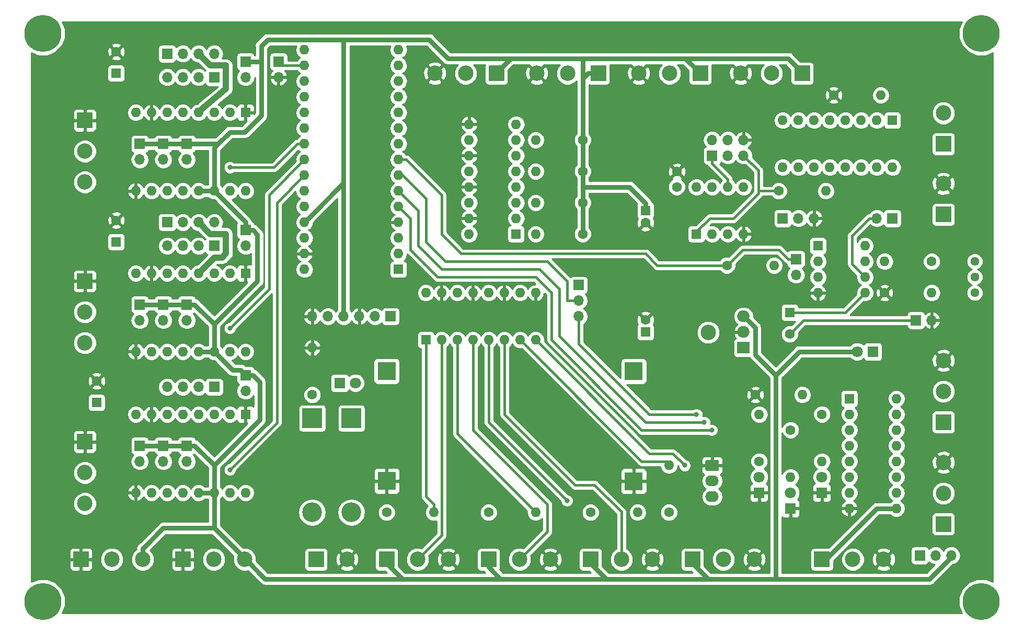
<source format=gbl>
G04 #@! TF.GenerationSoftware,KiCad,Pcbnew,(5.0.2)-1*
G04 #@! TF.CreationDate,2019-04-01T16:01:03+02:00*
G04 #@! TF.ProjectId,MPCNC Nano Estlcam Shield,4d50434e-4320-44e6-916e-6f204573746c,1.3*
G04 #@! TF.SameCoordinates,Original*
G04 #@! TF.FileFunction,Copper,L2,Bot*
G04 #@! TF.FilePolarity,Positive*
%FSLAX46Y46*%
G04 Gerber Fmt 4.6, Leading zero omitted, Abs format (unit mm)*
G04 Created by KiCad (PCBNEW (5.0.2)-1) date 01.04.2019 16:01:03*
%MOMM*%
%LPD*%
G01*
G04 APERTURE LIST*
G04 #@! TA.AperFunction,ComponentPad*
%ADD10R,2.000000X1.905000*%
G04 #@! TD*
G04 #@! TA.AperFunction,ComponentPad*
%ADD11O,2.000000X1.905000*%
G04 #@! TD*
G04 #@! TA.AperFunction,ComponentPad*
%ADD12C,1.600000*%
G04 #@! TD*
G04 #@! TA.AperFunction,ComponentPad*
%ADD13R,1.600000X1.600000*%
G04 #@! TD*
G04 #@! TA.AperFunction,ComponentPad*
%ADD14R,3.000000X3.000000*%
G04 #@! TD*
G04 #@! TA.AperFunction,ComponentPad*
%ADD15C,6.000000*%
G04 #@! TD*
G04 #@! TA.AperFunction,ComponentPad*
%ADD16O,1.600000X1.600000*%
G04 #@! TD*
G04 #@! TA.AperFunction,ComponentPad*
%ADD17R,3.200000X3.200000*%
G04 #@! TD*
G04 #@! TA.AperFunction,ComponentPad*
%ADD18O,3.200000X3.200000*%
G04 #@! TD*
G04 #@! TA.AperFunction,ComponentPad*
%ADD19C,1.440000*%
G04 #@! TD*
G04 #@! TA.AperFunction,ComponentPad*
%ADD20R,2.500000X2.500000*%
G04 #@! TD*
G04 #@! TA.AperFunction,ComponentPad*
%ADD21C,2.500000*%
G04 #@! TD*
G04 #@! TA.AperFunction,ComponentPad*
%ADD22C,1.800000*%
G04 #@! TD*
G04 #@! TA.AperFunction,ComponentPad*
%ADD23R,1.800000X1.800000*%
G04 #@! TD*
G04 #@! TA.AperFunction,ComponentPad*
%ADD24O,1.700000X1.700000*%
G04 #@! TD*
G04 #@! TA.AperFunction,ComponentPad*
%ADD25R,1.700000X1.700000*%
G04 #@! TD*
G04 #@! TA.AperFunction,ComponentPad*
%ADD26O,2.200000X1.740000*%
G04 #@! TD*
G04 #@! TA.AperFunction,Conductor*
%ADD27C,0.100000*%
G04 #@! TD*
G04 #@! TA.AperFunction,ComponentPad*
%ADD28C,1.740000*%
G04 #@! TD*
G04 #@! TA.AperFunction,ViaPad*
%ADD29C,0.800000*%
G04 #@! TD*
G04 #@! TA.AperFunction,Conductor*
%ADD30C,0.800000*%
G04 #@! TD*
G04 #@! TA.AperFunction,Conductor*
%ADD31C,0.400000*%
G04 #@! TD*
G04 #@! TA.AperFunction,Conductor*
%ADD32C,1.000000*%
G04 #@! TD*
G04 #@! TA.AperFunction,Conductor*
%ADD33C,0.254000*%
G04 #@! TD*
G04 APERTURE END LIST*
D10*
G04 #@! TO.P,U6,1*
G04 #@! TO.N,+12V*
X178980000Y-96265000D03*
D11*
G04 #@! TO.P,U6,2*
G04 #@! TO.N,GND*
X178980000Y-93725000D03*
G04 #@! TO.P,U6,3*
G04 #@! TO.N,+5V*
X178980000Y-91185000D03*
G04 #@! TD*
D12*
G04 #@! TO.P,C6,2*
G04 #@! TO.N,GND*
X163105000Y-76040000D03*
D13*
G04 #@! TO.P,C6,1*
G04 #@! TO.N,+5V*
X163105000Y-74040000D03*
G04 #@! TD*
G04 #@! TO.P,C5,1*
G04 #@! TO.N,+12V*
X163105000Y-93725000D03*
D12*
G04 #@! TO.P,C5,2*
G04 #@! TO.N,GND*
X163105000Y-91725000D03*
G04 #@! TD*
G04 #@! TO.P,C7,1*
G04 #@! TO.N,+5V*
X168185000Y-70230000D03*
G04 #@! TO.P,C7,2*
G04 #@! TO.N,GND*
X168185000Y-67730000D03*
G04 #@! TD*
D14*
G04 #@! TO.P,A5,4*
G04 #@! TO.N,GND*
X161195000Y-117875000D03*
G04 #@! TO.P,A5,3*
G04 #@! TO.N,+12V*
X161195000Y-100075000D03*
G04 #@! TO.P,A5,2*
G04 #@! TO.N,GND*
X121195000Y-117855000D03*
G04 #@! TO.P,A5,1*
G04 #@! TO.N,VMot*
X121182300Y-100062300D03*
G04 #@! TD*
D15*
G04 #@! TO.P,H3,3*
G04 #@! TO.N,N/C*
X217505000Y-45350000D03*
G04 #@! TD*
G04 #@! TO.P,H1,1*
G04 #@! TO.N,N/C*
X65505000Y-137350000D03*
G04 #@! TD*
G04 #@! TO.P,H2,2*
G04 #@! TO.N,N/C*
X217505000Y-137350000D03*
G04 #@! TD*
G04 #@! TO.P,H4,4*
G04 #@! TO.N,N/C*
X65505000Y-45350000D03*
G04 #@! TD*
D16*
G04 #@! TO.P,R7,2*
G04 #@! TO.N,/IN3_R_LED*
X145325000Y-67690000D03*
D12*
G04 #@! TO.P,R7,1*
G04 #@! TO.N,+5V*
X152945000Y-67690000D03*
G04 #@! TD*
D16*
G04 #@! TO.P,R8,2*
G04 #@! TO.N,/IN4_R_LED*
X145325000Y-62610000D03*
D12*
G04 #@! TO.P,R8,1*
G04 #@! TO.N,+5V*
X152945000Y-62610000D03*
G04 #@! TD*
D13*
G04 #@! TO.P,C1,1*
G04 #@! TO.N,Spindle_Speed_Analog_0-5V*
X186473000Y-90550000D03*
D12*
G04 #@! TO.P,C1,2*
G04 #@! TO.N,/C1_to_JP16*
X186473000Y-94050000D03*
G04 #@! TD*
D13*
G04 #@! TO.P,C3,1*
G04 #@! TO.N,VMot*
X77380000Y-79120000D03*
D12*
G04 #@! TO.P,C3,2*
G04 #@! TO.N,GND*
X77380000Y-75620000D03*
G04 #@! TD*
D13*
G04 #@! TO.P,C4,1*
G04 #@! TO.N,VMot*
X74205000Y-105155000D03*
D12*
G04 #@! TO.P,C4,2*
G04 #@! TO.N,GND*
X74205000Y-101655000D03*
G04 #@! TD*
D13*
G04 #@! TO.P,C2,1*
G04 #@! TO.N,VMot*
X77380000Y-51815000D03*
D12*
G04 #@! TO.P,C2,2*
G04 #@! TO.N,GND*
X77380000Y-48315000D03*
G04 #@! TD*
D16*
G04 #@! TO.P,U5,16*
G04 #@! TO.N,/OUT1*
X203745000Y-104520000D03*
G04 #@! TO.P,U5,8*
G04 #@! TO.N,GND*
X196125000Y-122300000D03*
G04 #@! TO.P,U5,15*
G04 #@! TO.N,/OUT2*
X203745000Y-107060000D03*
G04 #@! TO.P,U5,7*
G04 #@! TO.N,Net-(U5-Pad7)*
X196125000Y-119760000D03*
G04 #@! TO.P,U5,14*
G04 #@! TO.N,/OUT3*
X203745000Y-109600000D03*
G04 #@! TO.P,U5,6*
G04 #@! TO.N,Net-(U5-Pad6)*
X196125000Y-117220000D03*
G04 #@! TO.P,U5,13*
G04 #@! TO.N,Net-(U5-Pad13)*
X203745000Y-112140000D03*
G04 #@! TO.P,U5,5*
G04 #@! TO.N,Net-(U5-Pad5)*
X196125000Y-114680000D03*
G04 #@! TO.P,U5,12*
G04 #@! TO.N,Net-(U5-Pad12)*
X203745000Y-114680000D03*
G04 #@! TO.P,U5,4*
G04 #@! TO.N,Net-(U5-Pad4)*
X196125000Y-112140000D03*
G04 #@! TO.P,U5,11*
G04 #@! TO.N,Net-(U5-Pad11)*
X203745000Y-117220000D03*
G04 #@! TO.P,U5,3*
G04 #@! TO.N,/A3(D4)*
X196125000Y-109600000D03*
G04 #@! TO.P,U5,10*
G04 #@! TO.N,Net-(U5-Pad10)*
X203745000Y-119760000D03*
G04 #@! TO.P,U5,2*
G04 #@! TO.N,/A2(D2)*
X196125000Y-107060000D03*
G04 #@! TO.P,U5,9*
G04 #@! TO.N,/COM*
X203745000Y-122300000D03*
D13*
G04 #@! TO.P,U5,1*
G04 #@! TO.N,/A1(D3)*
X196125000Y-104520000D03*
G04 #@! TD*
D16*
G04 #@! TO.P,U2,16*
G04 #@! TO.N,/E1(D8)*
X134530000Y-77850000D03*
G04 #@! TO.P,U2,8*
G04 #@! TO.N,/IN4*
X142150000Y-60070000D03*
G04 #@! TO.P,U2,15*
G04 #@! TO.N,GND*
X134530000Y-75310000D03*
G04 #@! TO.P,U2,7*
G04 #@! TO.N,/IN4_R_LED*
X142150000Y-62610000D03*
G04 #@! TO.P,U2,14*
G04 #@! TO.N,/E2(D9)*
X134530000Y-72770000D03*
G04 #@! TO.P,U2,6*
G04 #@! TO.N,/IN3*
X142150000Y-65150000D03*
G04 #@! TO.P,U2,13*
G04 #@! TO.N,GND*
X134530000Y-70230000D03*
G04 #@! TO.P,U2,5*
G04 #@! TO.N,/IN3_R_LED*
X142150000Y-67690000D03*
G04 #@! TO.P,U2,12*
G04 #@! TO.N,/E3(D10)*
X134530000Y-67690000D03*
G04 #@! TO.P,U2,4*
G04 #@! TO.N,/IN2*
X142150000Y-70230000D03*
G04 #@! TO.P,U2,11*
G04 #@! TO.N,GND*
X134530000Y-65150000D03*
G04 #@! TO.P,U2,3*
G04 #@! TO.N,/IN2_R_LED*
X142150000Y-72770000D03*
G04 #@! TO.P,U2,10*
G04 #@! TO.N,/E4(D11)*
X134530000Y-62610000D03*
G04 #@! TO.P,U2,2*
G04 #@! TO.N,/IN1*
X142150000Y-75310000D03*
G04 #@! TO.P,U2,9*
G04 #@! TO.N,GND*
X134530000Y-60070000D03*
D13*
G04 #@! TO.P,U2,1*
G04 #@! TO.N,/IN1_R_LED*
X142150000Y-77850000D03*
G04 #@! TD*
D16*
G04 #@! TO.P,U3,16*
G04 #@! TO.N,/E5(D12)*
X127545000Y-87375000D03*
G04 #@! TO.P,U3,8*
G04 #@! TO.N,/IN8*
X145325000Y-94995000D03*
G04 #@! TO.P,U3,15*
G04 #@! TO.N,GND*
X130085000Y-87375000D03*
G04 #@! TO.P,U3,7*
G04 #@! TO.N,/IN8_R_LED*
X142785000Y-94995000D03*
G04 #@! TO.P,U3,14*
G04 #@! TO.N,/E6(D13)*
X132625000Y-87375000D03*
G04 #@! TO.P,U3,6*
G04 #@! TO.N,/IN7*
X140245000Y-94995000D03*
G04 #@! TO.P,U3,13*
G04 #@! TO.N,GND*
X135165000Y-87375000D03*
G04 #@! TO.P,U3,5*
G04 #@! TO.N,/IN7_R_LED*
X137705000Y-94995000D03*
G04 #@! TO.P,U3,12*
G04 #@! TO.N,/E7(D6)*
X137705000Y-87375000D03*
G04 #@! TO.P,U3,4*
G04 #@! TO.N,/IN6*
X135165000Y-94995000D03*
G04 #@! TO.P,U3,11*
G04 #@! TO.N,GND*
X140245000Y-87375000D03*
G04 #@! TO.P,U3,3*
G04 #@! TO.N,/IN6_R_LED*
X132625000Y-94995000D03*
G04 #@! TO.P,U3,10*
G04 #@! TO.N,/E8(D7)*
X142785000Y-87375000D03*
G04 #@! TO.P,U3,2*
G04 #@! TO.N,/IN5*
X130085000Y-94995000D03*
G04 #@! TO.P,U3,9*
G04 #@! TO.N,GND*
X145325000Y-87375000D03*
D13*
G04 #@! TO.P,U3,1*
G04 #@! TO.N,/IN5_R_LED*
X127545000Y-94995000D03*
G04 #@! TD*
D16*
G04 #@! TO.P,U4,16*
G04 #@! TO.N,/FOR*
X203110000Y-67055000D03*
G04 #@! TO.P,U4,8*
G04 #@! TO.N,N/C*
X185330000Y-59435000D03*
G04 #@! TO.P,U4,15*
G04 #@! TO.N,/DCM*
X200570000Y-67055000D03*
G04 #@! TO.P,U4,7*
G04 #@! TO.N,N/C*
X187870000Y-59435000D03*
G04 #@! TO.P,U4,14*
X198030000Y-67055000D03*
G04 #@! TO.P,U4,6*
X190410000Y-59435000D03*
G04 #@! TO.P,U4,13*
X195490000Y-67055000D03*
G04 #@! TO.P,U4,5*
X192950000Y-59435000D03*
G04 #@! TO.P,U4,12*
X192950000Y-67055000D03*
G04 #@! TO.P,U4,4*
X195490000Y-59435000D03*
G04 #@! TO.P,U4,11*
X190410000Y-67055000D03*
G04 #@! TO.P,U4,3*
X198030000Y-59435000D03*
G04 #@! TO.P,U4,10*
X187870000Y-67055000D03*
G04 #@! TO.P,U4,2*
G04 #@! TO.N,/SPINDEL_ON_OFF_R_LED*
X200570000Y-59435000D03*
G04 #@! TO.P,U4,9*
G04 #@! TO.N,N/C*
X185330000Y-67055000D03*
D13*
G04 #@! TO.P,U4,1*
G04 #@! TO.N,/Spindle_ON_OFF*
X203110000Y-59435000D03*
G04 #@! TD*
D16*
G04 #@! TO.P,U7,8*
G04 #@! TO.N,+5V*
X171360000Y-70230000D03*
G04 #@! TO.P,U7,4*
G04 #@! TO.N,GND*
X178980000Y-77850000D03*
G04 #@! TO.P,U7,7*
G04 #@! TO.N,/SCK*
X173900000Y-70230000D03*
G04 #@! TO.P,U7,3*
G04 #@! TO.N,Spindle_Speed_Analog_0-5V*
X176440000Y-77850000D03*
G04 #@! TO.P,U7,6*
G04 #@! TO.N,/MISO*
X176440000Y-70230000D03*
G04 #@! TO.P,U7,2*
G04 #@! TO.N,/SERVO_PPM*
X173900000Y-77850000D03*
G04 #@! TO.P,U7,5*
G04 #@! TO.N,/MOSI*
X178980000Y-70230000D03*
D13*
G04 #@! TO.P,U7,1*
G04 #@! TO.N,/RESET_ATtiny*
X171360000Y-77850000D03*
G04 #@! TD*
D16*
G04 #@! TO.P,U1,8*
G04 #@! TO.N,+12V*
X198665000Y-79755000D03*
G04 #@! TO.P,U1,4*
G04 #@! TO.N,GND*
X191045000Y-87375000D03*
G04 #@! TO.P,U1,7*
G04 #@! TO.N,/VI*
X198665000Y-82295000D03*
G04 #@! TO.P,U1,3*
G04 #@! TO.N,N/C*
X191045000Y-84835000D03*
G04 #@! TO.P,U1,6*
G04 #@! TO.N,/5V_10V*
X198665000Y-84835000D03*
G04 #@! TO.P,U1,2*
G04 #@! TO.N,N/C*
X191045000Y-82295000D03*
G04 #@! TO.P,U1,5*
G04 #@! TO.N,Spindle_Speed_Analog_0-5V*
X198665000Y-87375000D03*
D13*
G04 #@! TO.P,U1,1*
G04 #@! TO.N,N/C*
X191045000Y-79755000D03*
G04 #@! TD*
D17*
G04 #@! TO.P,D2,1*
G04 #@! TO.N,VMot*
X115480000Y-107695000D03*
D18*
G04 #@! TO.P,D2,2*
G04 #@! TO.N,VDC*
X115480000Y-122935000D03*
G04 #@! TD*
D17*
G04 #@! TO.P,D3,1*
G04 #@! TO.N,VMot*
X109130000Y-107695000D03*
D18*
G04 #@! TO.P,D3,2*
G04 #@! TO.N,VDC*
X109130000Y-122935000D03*
G04 #@! TD*
D16*
G04 #@! TO.P,R12,2*
G04 #@! TO.N,/IN8_R_LED*
X166915000Y-115315000D03*
D12*
G04 #@! TO.P,R12,1*
G04 #@! TO.N,+5V*
X166915000Y-122935000D03*
G04 #@! TD*
D16*
G04 #@! TO.P,R4,2*
G04 #@! TO.N,/SPINDEL_ON_OFF_R_LED*
X201205000Y-55350000D03*
D12*
G04 #@! TO.P,R4,1*
G04 #@! TO.N,GND*
X193585000Y-55350000D03*
G04 #@! TD*
D16*
G04 #@! TO.P,R2,2*
G04 #@! TO.N,/RV1_R2*
X209460000Y-87375000D03*
D12*
G04 #@! TO.P,R2,1*
G04 #@! TO.N,GND*
X201840000Y-87375000D03*
G04 #@! TD*
D16*
G04 #@! TO.P,R1,2*
G04 #@! TO.N,Spindle_Speed_Analog_0-5V*
X183933000Y-82930000D03*
D12*
G04 #@! TO.P,R1,1*
G04 #@! TO.N,/Spindle_PWM(D5)*
X176313000Y-82930000D03*
G04 #@! TD*
D16*
G04 #@! TO.P,R5,2*
G04 #@! TO.N,/IN1_R_LED*
X145325000Y-77850000D03*
D12*
G04 #@! TO.P,R5,1*
G04 #@! TO.N,+5V*
X152945000Y-77850000D03*
G04 #@! TD*
D16*
G04 #@! TO.P,R6,2*
G04 #@! TO.N,/IN2_R_LED*
X145325000Y-72770000D03*
D12*
G04 #@! TO.P,R6,1*
G04 #@! TO.N,+5V*
X152945000Y-72770000D03*
G04 #@! TD*
D16*
G04 #@! TO.P,R9,2*
G04 #@! TO.N,/IN5_R_LED*
X128815000Y-122935000D03*
D12*
G04 #@! TO.P,R9,1*
G04 #@! TO.N,+5V*
X121195000Y-122935000D03*
G04 #@! TD*
D16*
G04 #@! TO.P,R11,2*
G04 #@! TO.N,/IN7_R_LED*
X161835000Y-122935000D03*
D12*
G04 #@! TO.P,R11,1*
G04 #@! TO.N,+5V*
X154215000Y-122935000D03*
G04 #@! TD*
D16*
G04 #@! TO.P,R13,2*
G04 #@! TO.N,+5V*
X192315000Y-70865000D03*
D12*
G04 #@! TO.P,R13,1*
G04 #@! TO.N,/RESET_ATtiny*
X184695000Y-70865000D03*
G04 #@! TD*
D16*
G04 #@! TO.P,R14,2*
G04 #@! TO.N,/D1_R_LED*
X188505000Y-103885000D03*
D12*
G04 #@! TO.P,R14,1*
G04 #@! TO.N,GND*
X180885000Y-103885000D03*
G04 #@! TD*
D16*
G04 #@! TO.P,R15,2*
G04 #@! TO.N,GND*
X109130000Y-96265000D03*
D12*
G04 #@! TO.P,R15,1*
G04 #@! TO.N,/D4_R_LED*
X109130000Y-103885000D03*
G04 #@! TD*
D16*
G04 #@! TO.P,R16,2*
G04 #@! TO.N,/D5_R_LED*
X191680000Y-114680000D03*
D12*
G04 #@! TO.P,R16,1*
G04 #@! TO.N,/A1(D3)*
X191680000Y-107060000D03*
G04 #@! TD*
D16*
G04 #@! TO.P,R17,2*
G04 #@! TO.N,/D6_R_LED*
X186600000Y-117220000D03*
D12*
G04 #@! TO.P,R17,1*
G04 #@! TO.N,/A2(D2)*
X186600000Y-109600000D03*
G04 #@! TD*
D16*
G04 #@! TO.P,R18,2*
G04 #@! TO.N,/A3(D4)*
X181520000Y-107060000D03*
D12*
G04 #@! TO.P,R18,1*
G04 #@! TO.N,/D7_R_LED*
X181520000Y-114680000D03*
G04 #@! TD*
D16*
G04 #@! TO.P,R3,2*
G04 #@! TO.N,/VI*
X201840000Y-82295000D03*
D12*
G04 #@! TO.P,R3,1*
G04 #@! TO.N,/R3_RV1*
X209460000Y-82295000D03*
G04 #@! TD*
D16*
G04 #@! TO.P,R10,2*
G04 #@! TO.N,/IN6_R_LED*
X145325000Y-122935000D03*
D12*
G04 #@! TO.P,R10,1*
G04 #@! TO.N,+5V*
X137705000Y-122935000D03*
G04 #@! TD*
D19*
G04 #@! TO.P,RV1,3*
G04 #@! TO.N,/RV1_R2*
X216445000Y-87375000D03*
G04 #@! TO.P,RV1,2*
G04 #@! TO.N,/5V_10V*
X216445000Y-84835000D03*
G04 #@! TO.P,RV1,1*
G04 #@! TO.N,/R3_RV1*
X216445000Y-82295000D03*
G04 #@! TD*
D16*
G04 #@! TO.P,A1,16*
G04 #@! TO.N,/E6(D13)*
X107860000Y-48005000D03*
G04 #@! TO.P,A1,15*
G04 #@! TO.N,/E5(D12)*
X123100000Y-48005000D03*
G04 #@! TO.P,A1,30*
G04 #@! TO.N,Net-(A1-Pad30)*
X107860000Y-83565000D03*
G04 #@! TO.P,A1,14*
G04 #@! TO.N,/E4(D11)*
X123100000Y-50545000D03*
G04 #@! TO.P,A1,29*
G04 #@! TO.N,GND*
X107860000Y-81025000D03*
G04 #@! TO.P,A1,13*
G04 #@! TO.N,/E3(D10)*
X123100000Y-53085000D03*
G04 #@! TO.P,A1,28*
G04 #@! TO.N,/RESET*
X107860000Y-78485000D03*
G04 #@! TO.P,A1,12*
G04 #@! TO.N,/E2(D9)*
X123100000Y-55625000D03*
G04 #@! TO.P,A1,27*
G04 #@! TO.N,+5V*
X107860000Y-75945000D03*
G04 #@! TO.P,A1,11*
G04 #@! TO.N,/E1(D8)*
X123100000Y-58165000D03*
G04 #@! TO.P,A1,26*
G04 #@! TO.N,/Rot.Speed*
X107860000Y-73405000D03*
G04 #@! TO.P,A1,10*
G04 #@! TO.N,/E8(D7)*
X123100000Y-60705000D03*
G04 #@! TO.P,A1,25*
G04 #@! TO.N,/Feedrate*
X107860000Y-70865000D03*
G04 #@! TO.P,A1,9*
G04 #@! TO.N,/E7(D6)*
X123100000Y-63245000D03*
G04 #@! TO.P,A1,24*
G04 #@! TO.N,/Z_STEP*
X107860000Y-68325000D03*
G04 #@! TO.P,A1,8*
G04 #@! TO.N,/Spindle_PWM(D5)*
X123100000Y-65785000D03*
G04 #@! TO.P,A1,23*
G04 #@! TO.N,/Y_STEP*
X107860000Y-65785000D03*
G04 #@! TO.P,A1,7*
G04 #@! TO.N,/Spindle_ON_OFF(D4)*
X123100000Y-68325000D03*
G04 #@! TO.P,A1,22*
G04 #@! TO.N,/X_STEP*
X107860000Y-63245000D03*
G04 #@! TO.P,A1,6*
G04 #@! TO.N,/A1(D3)*
X123100000Y-70865000D03*
G04 #@! TO.P,A1,21*
G04 #@! TO.N,/Z_DIR*
X107860000Y-60705000D03*
G04 #@! TO.P,A1,5*
G04 #@! TO.N,/A2(D2)*
X123100000Y-73405000D03*
G04 #@! TO.P,A1,20*
G04 #@! TO.N,/Y_DIR*
X107860000Y-58165000D03*
G04 #@! TO.P,A1,4*
G04 #@! TO.N,GND*
X123100000Y-75945000D03*
G04 #@! TO.P,A1,19*
G04 #@! TO.N,/X_DIR*
X107860000Y-55625000D03*
G04 #@! TO.P,A1,3*
G04 #@! TO.N,Net-(A1-Pad3)*
X123100000Y-78485000D03*
G04 #@! TO.P,A1,18*
G04 #@! TO.N,Net-(A1-Pad18)*
X107860000Y-53085000D03*
G04 #@! TO.P,A1,2*
G04 #@! TO.N,/RX*
X123100000Y-81025000D03*
G04 #@! TO.P,A1,17*
G04 #@! TO.N,+3V3*
X107860000Y-50545000D03*
D13*
G04 #@! TO.P,A1,1*
G04 #@! TO.N,/TX*
X123100000Y-83565000D03*
G04 #@! TD*
D16*
G04 #@! TO.P,A4,16*
G04 #@! TO.N,/Z_DIR*
X98335000Y-119760000D03*
G04 #@! TO.P,A4,8*
G04 #@! TO.N,VMot*
X80555000Y-107060000D03*
G04 #@! TO.P,A4,15*
G04 #@! TO.N,/Z_STEP*
X95795000Y-119760000D03*
G04 #@! TO.P,A4,7*
G04 #@! TO.N,GND*
X83095000Y-107060000D03*
G04 #@! TO.P,A4,14*
G04 #@! TO.N,+5V*
X93255000Y-119760000D03*
G04 #@! TO.P,A4,6*
G04 #@! TO.N,/B2Z*
X85635000Y-107060000D03*
G04 #@! TO.P,A4,13*
G04 #@! TO.N,+5V*
X90715000Y-119760000D03*
G04 #@! TO.P,A4,5*
G04 #@! TO.N,/B1Z*
X88175000Y-107060000D03*
G04 #@! TO.P,A4,12*
G04 #@! TO.N,/M2Z*
X88175000Y-119760000D03*
G04 #@! TO.P,A4,4*
G04 #@! TO.N,/A1Z*
X90715000Y-107060000D03*
G04 #@! TO.P,A4,11*
G04 #@! TO.N,/M1Z*
X85635000Y-119760000D03*
G04 #@! TO.P,A4,3*
G04 #@! TO.N,/A2Z*
X93255000Y-107060000D03*
G04 #@! TO.P,A4,10*
G04 #@! TO.N,/M0Z*
X83095000Y-119760000D03*
G04 #@! TO.P,A4,2*
G04 #@! TO.N,/FLT_Z*
X95795000Y-107060000D03*
G04 #@! TO.P,A4,9*
G04 #@! TO.N,GND*
X80555000Y-119760000D03*
D13*
G04 #@! TO.P,A4,1*
X98335000Y-107060000D03*
G04 #@! TD*
D16*
G04 #@! TO.P,A3,16*
G04 #@! TO.N,/Y_DIR*
X98335000Y-96900000D03*
G04 #@! TO.P,A3,8*
G04 #@! TO.N,VMot*
X80555000Y-84200000D03*
G04 #@! TO.P,A3,15*
G04 #@! TO.N,/Y_STEP*
X95795000Y-96900000D03*
G04 #@! TO.P,A3,7*
G04 #@! TO.N,GND*
X83095000Y-84200000D03*
G04 #@! TO.P,A3,14*
G04 #@! TO.N,+5V*
X93255000Y-96900000D03*
G04 #@! TO.P,A3,6*
G04 #@! TO.N,/B2Y2*
X85635000Y-84200000D03*
G04 #@! TO.P,A3,13*
G04 #@! TO.N,+5V*
X90715000Y-96900000D03*
G04 #@! TO.P,A3,5*
G04 #@! TO.N,/B1Y1*
X88175000Y-84200000D03*
G04 #@! TO.P,A3,12*
G04 #@! TO.N,/M2Y*
X88175000Y-96900000D03*
G04 #@! TO.P,A3,4*
G04 #@! TO.N,/A1Y2*
X90715000Y-84200000D03*
G04 #@! TO.P,A3,11*
G04 #@! TO.N,/M1Y*
X85635000Y-96900000D03*
G04 #@! TO.P,A3,3*
G04 #@! TO.N,/A2Y1*
X93255000Y-84200000D03*
G04 #@! TO.P,A3,10*
G04 #@! TO.N,/M0Y*
X83095000Y-96900000D03*
G04 #@! TO.P,A3,2*
G04 #@! TO.N,/FLT_Y*
X95795000Y-84200000D03*
G04 #@! TO.P,A3,9*
G04 #@! TO.N,GND*
X80555000Y-96900000D03*
D13*
G04 #@! TO.P,A3,1*
X98335000Y-84200000D03*
G04 #@! TD*
D16*
G04 #@! TO.P,A2,16*
G04 #@! TO.N,/X_DIR*
X98335000Y-70865000D03*
G04 #@! TO.P,A2,8*
G04 #@! TO.N,VMot*
X80555000Y-58165000D03*
G04 #@! TO.P,A2,15*
G04 #@! TO.N,/X_STEP*
X95795000Y-70865000D03*
G04 #@! TO.P,A2,7*
G04 #@! TO.N,GND*
X83095000Y-58165000D03*
G04 #@! TO.P,A2,14*
G04 #@! TO.N,+5V*
X93255000Y-70865000D03*
G04 #@! TO.P,A2,6*
G04 #@! TO.N,/B2X2*
X85635000Y-58165000D03*
G04 #@! TO.P,A2,13*
G04 #@! TO.N,+5V*
X90715000Y-70865000D03*
G04 #@! TO.P,A2,5*
G04 #@! TO.N,/B1X1*
X88175000Y-58165000D03*
G04 #@! TO.P,A2,12*
G04 #@! TO.N,/M2X*
X88175000Y-70865000D03*
G04 #@! TO.P,A2,4*
G04 #@! TO.N,/A1X2*
X90715000Y-58165000D03*
G04 #@! TO.P,A2,11*
G04 #@! TO.N,/M1X*
X85635000Y-70865000D03*
G04 #@! TO.P,A2,3*
G04 #@! TO.N,/A2X1*
X93255000Y-58165000D03*
G04 #@! TO.P,A2,10*
G04 #@! TO.N,/M0X*
X83095000Y-70865000D03*
G04 #@! TO.P,A2,2*
G04 #@! TO.N,/FLT_X*
X95795000Y-58165000D03*
G04 #@! TO.P,A2,9*
G04 #@! TO.N,GND*
X80555000Y-70865000D03*
D13*
G04 #@! TO.P,A2,1*
X98335000Y-58165000D03*
G04 #@! TD*
D20*
G04 #@! TO.P,J27,1*
G04 #@! TO.N,GND*
X88175000Y-130555000D03*
D21*
G04 #@! TO.P,J27,2*
G04 #@! TO.N,/Rot.Speed*
X93175000Y-130555000D03*
G04 #@! TO.P,J27,3*
G04 #@! TO.N,+5V*
X98175000Y-130555000D03*
G04 #@! TD*
G04 #@! TO.P,HS1,1*
G04 #@! TO.N,N/C*
X173265000Y-93775000D03*
G04 #@! TD*
G04 #@! TO.P,J17,2*
G04 #@! TO.N,/DCM*
X211365000Y-58245000D03*
D20*
G04 #@! TO.P,J17,1*
G04 #@! TO.N,/FOR*
X211365000Y-63245000D03*
G04 #@! TD*
D21*
G04 #@! TO.P,J16,2*
G04 #@! TO.N,GND*
X211365000Y-69675000D03*
D20*
G04 #@! TO.P,J16,1*
G04 #@! TO.N,/VI*
X211365000Y-74675000D03*
G04 #@! TD*
D21*
G04 #@! TO.P,J1,2*
G04 #@! TO.N,GND*
X114765000Y-130555000D03*
D20*
G04 #@! TO.P,J1,1*
G04 #@! TO.N,VDC*
X109765000Y-130555000D03*
G04 #@! TD*
G04 #@! TO.P,J22,1*
G04 #@! TO.N,+5V*
X121195000Y-130555000D03*
D21*
G04 #@! TO.P,J22,2*
G04 #@! TO.N,/IN5*
X126195000Y-130555000D03*
G04 #@! TO.P,J22,3*
G04 #@! TO.N,GND*
X131195000Y-130555000D03*
G04 #@! TD*
D20*
G04 #@! TO.P,J13,1*
G04 #@! TO.N,/COM*
X211365000Y-124840000D03*
D21*
G04 #@! TO.P,J13,2*
G04 #@! TO.N,/OUT2*
X211365000Y-119840000D03*
G04 #@! TO.P,J13,3*
G04 #@! TO.N,GND*
X211365000Y-114840000D03*
G04 #@! TD*
D20*
G04 #@! TO.P,J14,1*
G04 #@! TO.N,/COM*
X191680000Y-130555000D03*
D21*
G04 #@! TO.P,J14,2*
G04 #@! TO.N,/OUT3*
X196680000Y-130555000D03*
G04 #@! TO.P,J14,3*
G04 #@! TO.N,GND*
X201680000Y-130555000D03*
G04 #@! TD*
D20*
G04 #@! TO.P,J12,1*
G04 #@! TO.N,/COM*
X211365000Y-108330000D03*
D21*
G04 #@! TO.P,J12,2*
G04 #@! TO.N,/OUT1*
X211365000Y-103330000D03*
G04 #@! TO.P,J12,3*
G04 #@! TO.N,GND*
X211365000Y-98330000D03*
G04 #@! TD*
D20*
G04 #@! TO.P,J21,1*
G04 #@! TO.N,+5V*
X138975000Y-51815000D03*
D21*
G04 #@! TO.P,J21,2*
G04 #@! TO.N,/IN4*
X133975000Y-51815000D03*
G04 #@! TO.P,J21,3*
G04 #@! TO.N,GND*
X128975000Y-51815000D03*
G04 #@! TD*
D20*
G04 #@! TO.P,J18,1*
G04 #@! TO.N,+5V*
X188505000Y-51815000D03*
D21*
G04 #@! TO.P,J18,2*
G04 #@! TO.N,/IN1*
X183505000Y-51815000D03*
G04 #@! TO.P,J18,3*
G04 #@! TO.N,GND*
X178505000Y-51815000D03*
G04 #@! TD*
D20*
G04 #@! TO.P,J19,1*
G04 #@! TO.N,+5V*
X171995000Y-51815000D03*
D21*
G04 #@! TO.P,J19,2*
G04 #@! TO.N,/IN2*
X166995000Y-51815000D03*
G04 #@! TO.P,J19,3*
G04 #@! TO.N,GND*
X161995000Y-51815000D03*
G04 #@! TD*
D20*
G04 #@! TO.P,J20,1*
G04 #@! TO.N,+5V*
X155485000Y-51815000D03*
D21*
G04 #@! TO.P,J20,2*
G04 #@! TO.N,/IN3*
X150485000Y-51815000D03*
G04 #@! TO.P,J20,3*
G04 #@! TO.N,GND*
X145485000Y-51815000D03*
G04 #@! TD*
D20*
G04 #@! TO.P,J24,1*
G04 #@! TO.N,+5V*
X154215000Y-130555000D03*
D21*
G04 #@! TO.P,J24,2*
G04 #@! TO.N,/IN7*
X159215000Y-130555000D03*
G04 #@! TO.P,J24,3*
G04 #@! TO.N,GND*
X164215000Y-130555000D03*
G04 #@! TD*
D20*
G04 #@! TO.P,J25,1*
G04 #@! TO.N,+5V*
X170725000Y-130555000D03*
D21*
G04 #@! TO.P,J25,2*
G04 #@! TO.N,/IN8*
X175725000Y-130555000D03*
G04 #@! TO.P,J25,3*
G04 #@! TO.N,GND*
X180725000Y-130555000D03*
G04 #@! TD*
D20*
G04 #@! TO.P,J4,1*
G04 #@! TO.N,GND*
X72300000Y-59435000D03*
D21*
G04 #@! TO.P,J4,2*
G04 #@! TO.N,/X_STEP*
X72300000Y-64435000D03*
G04 #@! TO.P,J4,3*
G04 #@! TO.N,/X_DIR*
X72300000Y-69435000D03*
G04 #@! TD*
D20*
G04 #@! TO.P,J5,1*
G04 #@! TO.N,GND*
X72300000Y-85470000D03*
D21*
G04 #@! TO.P,J5,2*
G04 #@! TO.N,/Y_STEP*
X72300000Y-90470000D03*
G04 #@! TO.P,J5,3*
G04 #@! TO.N,/Y_DIR*
X72300000Y-95470000D03*
G04 #@! TD*
D20*
G04 #@! TO.P,J6,1*
G04 #@! TO.N,GND*
X72300000Y-111505000D03*
D21*
G04 #@! TO.P,J6,2*
G04 #@! TO.N,/Z_STEP*
X72300000Y-116505000D03*
G04 #@! TO.P,J6,3*
G04 #@! TO.N,/Z_DIR*
X72300000Y-121505000D03*
G04 #@! TD*
D20*
G04 #@! TO.P,J23,1*
G04 #@! TO.N,+5V*
X137705000Y-130555000D03*
D21*
G04 #@! TO.P,J23,2*
G04 #@! TO.N,/IN6*
X142705000Y-130555000D03*
G04 #@! TO.P,J23,3*
G04 #@! TO.N,GND*
X147705000Y-130555000D03*
G04 #@! TD*
D20*
G04 #@! TO.P,J26,1*
G04 #@! TO.N,GND*
X71665000Y-130555000D03*
D21*
G04 #@! TO.P,J26,2*
G04 #@! TO.N,/Feedrate*
X76665000Y-130555000D03*
G04 #@! TO.P,J26,3*
G04 #@! TO.N,+5V*
X81665000Y-130555000D03*
G04 #@! TD*
D22*
G04 #@! TO.P,D7,2*
G04 #@! TO.N,/D7_R_LED*
X181520000Y-117220000D03*
D23*
G04 #@! TO.P,D7,1*
G04 #@! TO.N,GND*
X181520000Y-119760000D03*
G04 #@! TD*
D22*
G04 #@! TO.P,D6,2*
G04 #@! TO.N,/D6_R_LED*
X186600000Y-119760000D03*
D23*
G04 #@! TO.P,D6,1*
G04 #@! TO.N,GND*
X186600000Y-122300000D03*
G04 #@! TD*
D22*
G04 #@! TO.P,D5,2*
G04 #@! TO.N,/D5_R_LED*
X191680000Y-117220000D03*
D23*
G04 #@! TO.P,D5,1*
G04 #@! TO.N,GND*
X191680000Y-119760000D03*
G04 #@! TD*
D22*
G04 #@! TO.P,D4,2*
G04 #@! TO.N,VMot*
X116115000Y-101980000D03*
D23*
G04 #@! TO.P,D4,1*
G04 #@! TO.N,/D4_R_LED*
X113575000Y-101980000D03*
G04 #@! TD*
D22*
G04 #@! TO.P,D1,2*
G04 #@! TO.N,+5V*
X197395000Y-96900000D03*
D23*
G04 #@! TO.P,D1,1*
G04 #@! TO.N,/D1_R_LED*
X199935000Y-96900000D03*
G04 #@! TD*
D24*
G04 #@! TO.P,J29,2*
G04 #@! TO.N,GND*
X103669000Y-52450000D03*
D25*
G04 #@! TO.P,J29,1*
G04 #@! TO.N,+3V3*
X103669000Y-49910000D03*
G04 #@! TD*
D24*
G04 #@! TO.P,J28,3*
G04 #@! TO.N,GND*
X190410000Y-75310000D03*
G04 #@! TO.P,J28,2*
G04 #@! TO.N,+5V*
X187870000Y-75310000D03*
D25*
G04 #@! TO.P,J28,1*
G04 #@! TO.N,/SERVO_PPM*
X185330000Y-75310000D03*
G04 #@! TD*
D24*
G04 #@! TO.P,J15,6*
G04 #@! TO.N,GND*
X178980000Y-62610000D03*
G04 #@! TO.P,J15,5*
G04 #@! TO.N,/RESET_ATtiny*
X178980000Y-65150000D03*
G04 #@! TO.P,J15,4*
G04 #@! TO.N,/MOSI*
X176440000Y-62610000D03*
G04 #@! TO.P,J15,3*
G04 #@! TO.N,/SCK*
X176440000Y-65150000D03*
G04 #@! TO.P,J15,2*
G04 #@! TO.N,+5V*
X173900000Y-62610000D03*
D25*
G04 #@! TO.P,J15,1*
G04 #@! TO.N,/MISO*
X173900000Y-65150000D03*
G04 #@! TD*
D24*
G04 #@! TO.P,J3,6*
G04 #@! TO.N,GND*
X109130000Y-91185000D03*
G04 #@! TO.P,J3,5*
G04 #@! TO.N,/RESET*
X111670000Y-91185000D03*
G04 #@! TO.P,J3,4*
G04 #@! TO.N,+5V*
X114210000Y-91185000D03*
G04 #@! TO.P,J3,3*
G04 #@! TO.N,GND*
X116750000Y-91185000D03*
G04 #@! TO.P,J3,2*
G04 #@! TO.N,/RX*
X119290000Y-91185000D03*
D25*
G04 #@! TO.P,J3,1*
G04 #@! TO.N,/TX*
X121830000Y-91185000D03*
G04 #@! TD*
D24*
G04 #@! TO.P,JP2,2*
G04 #@! TO.N,/M1X*
X85000000Y-65785000D03*
D25*
G04 #@! TO.P,JP2,1*
G04 #@! TO.N,+5V*
X85000000Y-63245000D03*
G04 #@! TD*
D24*
G04 #@! TO.P,JP16,2*
G04 #@! TO.N,GND*
X209460000Y-91820000D03*
D25*
G04 #@! TO.P,JP16,1*
G04 #@! TO.N,/C1_to_JP16*
X206920000Y-91820000D03*
G04 #@! TD*
D24*
G04 #@! TO.P,JP17,2*
G04 #@! TO.N,Spindle_Speed_Analog_0-5V*
X187489000Y-84454000D03*
D25*
G04 #@! TO.P,JP17,1*
G04 #@! TO.N,/Spindle_PWM(D5)*
X187489000Y-81914000D03*
G04 #@! TD*
D24*
G04 #@! TO.P,JP3,2*
G04 #@! TO.N,/M2X*
X88810000Y-65785000D03*
D25*
G04 #@! TO.P,JP3,1*
G04 #@! TO.N,+5V*
X88810000Y-63245000D03*
G04 #@! TD*
D24*
G04 #@! TO.P,JP14,3*
G04 #@! TO.N,/A3(D4)*
X152310000Y-91185000D03*
G04 #@! TO.P,JP14,2*
G04 #@! TO.N,/Spindle_ON_OFF(D4)*
X152310000Y-88645000D03*
D25*
G04 #@! TO.P,JP14,1*
G04 #@! TO.N,/Spindle_ON_OFF*
X152310000Y-86105000D03*
G04 #@! TD*
D24*
G04 #@! TO.P,JP13,3*
G04 #@! TO.N,+5V*
X212635000Y-129920000D03*
G04 #@! TO.P,JP13,2*
G04 #@! TO.N,/COM*
X210095000Y-129920000D03*
D25*
G04 #@! TO.P,JP13,1*
G04 #@! TO.N,+12V*
X207555000Y-129920000D03*
G04 #@! TD*
D24*
G04 #@! TO.P,JP8,2*
G04 #@! TO.N,/FLT_Y*
X98335000Y-79755000D03*
D25*
G04 #@! TO.P,JP8,1*
G04 #@! TO.N,+5V*
X98335000Y-77215000D03*
G04 #@! TD*
D26*
G04 #@! TO.P,J2,3*
G04 #@! TO.N,Net-(J2-Pad3)*
X173900000Y-120395000D03*
G04 #@! TO.P,J2,2*
G04 #@! TO.N,+12V*
X173900000Y-117855000D03*
D27*
G04 #@! TD*
G04 #@! TO.N,GND*
G04 #@! TO.C,J2*
G36*
X174774505Y-114446204D02*
X174798773Y-114449804D01*
X174822572Y-114455765D01*
X174845671Y-114464030D01*
X174867850Y-114474520D01*
X174888893Y-114487132D01*
X174908599Y-114501747D01*
X174926777Y-114518223D01*
X174943253Y-114536401D01*
X174957868Y-114556107D01*
X174970480Y-114577150D01*
X174980970Y-114599329D01*
X174989235Y-114622428D01*
X174995196Y-114646227D01*
X174998796Y-114670495D01*
X175000000Y-114694999D01*
X175000000Y-115935001D01*
X174998796Y-115959505D01*
X174995196Y-115983773D01*
X174989235Y-116007572D01*
X174980970Y-116030671D01*
X174970480Y-116052850D01*
X174957868Y-116073893D01*
X174943253Y-116093599D01*
X174926777Y-116111777D01*
X174908599Y-116128253D01*
X174888893Y-116142868D01*
X174867850Y-116155480D01*
X174845671Y-116165970D01*
X174822572Y-116174235D01*
X174798773Y-116180196D01*
X174774505Y-116183796D01*
X174750001Y-116185000D01*
X173049999Y-116185000D01*
X173025495Y-116183796D01*
X173001227Y-116180196D01*
X172977428Y-116174235D01*
X172954329Y-116165970D01*
X172932150Y-116155480D01*
X172911107Y-116142868D01*
X172891401Y-116128253D01*
X172873223Y-116111777D01*
X172856747Y-116093599D01*
X172842132Y-116073893D01*
X172829520Y-116052850D01*
X172819030Y-116030671D01*
X172810765Y-116007572D01*
X172804804Y-115983773D01*
X172801204Y-115959505D01*
X172800000Y-115935001D01*
X172800000Y-114694999D01*
X172801204Y-114670495D01*
X172804804Y-114646227D01*
X172810765Y-114622428D01*
X172819030Y-114599329D01*
X172829520Y-114577150D01*
X172842132Y-114556107D01*
X172856747Y-114536401D01*
X172873223Y-114518223D01*
X172891401Y-114501747D01*
X172911107Y-114487132D01*
X172932150Y-114474520D01*
X172954329Y-114464030D01*
X172977428Y-114455765D01*
X173001227Y-114449804D01*
X173025495Y-114446204D01*
X173049999Y-114445000D01*
X174750001Y-114445000D01*
X174774505Y-114446204D01*
X174774505Y-114446204D01*
G37*
D28*
G04 #@! TO.P,J2,1*
G04 #@! TO.N,GND*
X173900000Y-115315000D03*
G04 #@! TD*
D24*
G04 #@! TO.P,J8,4*
G04 #@! TO.N,/A1X1*
X93255000Y-48640000D03*
G04 #@! TO.P,J8,3*
G04 #@! TO.N,/A1X2*
X90715000Y-48640000D03*
G04 #@! TO.P,J8,2*
G04 #@! TO.N,/B2X1*
X88175000Y-48640000D03*
D25*
G04 #@! TO.P,J8,1*
G04 #@! TO.N,/B2X2*
X85635000Y-48640000D03*
G04 #@! TD*
D24*
G04 #@! TO.P,J7,4*
G04 #@! TO.N,/B2X1*
X85635000Y-52450000D03*
G04 #@! TO.P,J7,3*
G04 #@! TO.N,/B1X1*
X88175000Y-52450000D03*
G04 #@! TO.P,J7,2*
G04 #@! TO.N,/A1X1*
X90715000Y-52450000D03*
D25*
G04 #@! TO.P,J7,1*
G04 #@! TO.N,/A2X1*
X93255000Y-52450000D03*
G04 #@! TD*
D24*
G04 #@! TO.P,J11,4*
G04 #@! TO.N,/B2Z*
X85635000Y-102615000D03*
G04 #@! TO.P,J11,3*
G04 #@! TO.N,/B1Z*
X88175000Y-102615000D03*
G04 #@! TO.P,J11,2*
G04 #@! TO.N,/A1Z*
X90715000Y-102615000D03*
D25*
G04 #@! TO.P,J11,1*
G04 #@! TO.N,/A2Z*
X93255000Y-102615000D03*
G04 #@! TD*
D24*
G04 #@! TO.P,J10,4*
G04 #@! TO.N,/A1Y1*
X93255000Y-75945000D03*
G04 #@! TO.P,J10,3*
G04 #@! TO.N,/A1Y2*
X90715000Y-75945000D03*
G04 #@! TO.P,J10,2*
G04 #@! TO.N,/B2Y1*
X88175000Y-75945000D03*
D25*
G04 #@! TO.P,J10,1*
G04 #@! TO.N,/B2Y2*
X85635000Y-75945000D03*
G04 #@! TD*
D24*
G04 #@! TO.P,J9,4*
G04 #@! TO.N,/B2Y1*
X85635000Y-79755000D03*
G04 #@! TO.P,J9,3*
G04 #@! TO.N,/B1Y1*
X88175000Y-79755000D03*
G04 #@! TO.P,J9,2*
G04 #@! TO.N,/A1Y1*
X90715000Y-79755000D03*
D25*
G04 #@! TO.P,J9,1*
G04 #@! TO.N,/A2Y1*
X93255000Y-79755000D03*
G04 #@! TD*
D24*
G04 #@! TO.P,JP10,2*
G04 #@! TO.N,/M1Z*
X85000000Y-114680000D03*
D25*
G04 #@! TO.P,JP10,1*
G04 #@! TO.N,+5V*
X85000000Y-112140000D03*
G04 #@! TD*
D24*
G04 #@! TO.P,JP5,2*
G04 #@! TO.N,/M0Y*
X81190000Y-91820000D03*
D25*
G04 #@! TO.P,JP5,1*
G04 #@! TO.N,+5V*
X81190000Y-89280000D03*
G04 #@! TD*
D24*
G04 #@! TO.P,JP15,2*
G04 #@! TO.N,/5V_10V*
X200570000Y-75310000D03*
D25*
G04 #@! TO.P,JP15,1*
G04 #@! TO.N,/VI*
X203110000Y-75310000D03*
G04 #@! TD*
D24*
G04 #@! TO.P,JP11,2*
G04 #@! TO.N,/M2Z*
X88810000Y-114680000D03*
D25*
G04 #@! TO.P,JP11,1*
G04 #@! TO.N,+5V*
X88810000Y-112140000D03*
G04 #@! TD*
D24*
G04 #@! TO.P,JP7,2*
G04 #@! TO.N,/M2Y*
X88810000Y-91820000D03*
D25*
G04 #@! TO.P,JP7,1*
G04 #@! TO.N,+5V*
X88810000Y-89280000D03*
G04 #@! TD*
D24*
G04 #@! TO.P,JP6,2*
G04 #@! TO.N,/M1Y*
X85000000Y-91820000D03*
D25*
G04 #@! TO.P,JP6,1*
G04 #@! TO.N,+5V*
X85000000Y-89280000D03*
G04 #@! TD*
D24*
G04 #@! TO.P,JP9,2*
G04 #@! TO.N,/M0Z*
X81190000Y-114680000D03*
D25*
G04 #@! TO.P,JP9,1*
G04 #@! TO.N,+5V*
X81190000Y-112140000D03*
G04 #@! TD*
D24*
G04 #@! TO.P,JP12,2*
G04 #@! TO.N,/FLT_Z*
X98335000Y-103250000D03*
D25*
G04 #@! TO.P,JP12,1*
G04 #@! TO.N,+5V*
X98335000Y-100710000D03*
G04 #@! TD*
D24*
G04 #@! TO.P,JP4,2*
G04 #@! TO.N,/FLT_X*
X98335000Y-52450000D03*
D25*
G04 #@! TO.P,JP4,1*
G04 #@! TO.N,+5V*
X98335000Y-49910000D03*
G04 #@! TD*
D24*
G04 #@! TO.P,JP1,2*
G04 #@! TO.N,/M0X*
X81190000Y-65785000D03*
D25*
G04 #@! TO.P,JP1,1*
G04 #@! TO.N,+5V*
X81190000Y-63245000D03*
G04 #@! TD*
D29*
G04 #@! TO.N,/Z_STEP*
X95795000Y-116019305D03*
G04 #@! TO.N,/Y_STEP*
X95795000Y-93090000D03*
G04 #@! TO.N,/X_STEP*
X95795000Y-67055000D03*
G04 #@! TO.N,/A1(D3)*
X172630000Y-108330000D03*
G04 #@! TO.N,/A2(D2)*
X173830741Y-109600000D03*
G04 #@! TO.N,/A3(D4)*
X171360000Y-107060000D03*
G04 #@! TO.N,/IN8*
X169455000Y-115315000D03*
G04 #@! TO.N,/IN7_R_LED*
X150405000Y-121030000D03*
G04 #@! TD*
D30*
G04 #@! TO.N,+5V*
X90715000Y-70865000D02*
X93255000Y-70865000D01*
X98335000Y-75945000D02*
X93255000Y-70865000D01*
X98335000Y-77215000D02*
X98335000Y-75945000D01*
X90715000Y-96900000D02*
X93255000Y-96900000D01*
X94054999Y-97699999D02*
X93255000Y-96900000D01*
X96215001Y-99860001D02*
X94054999Y-97699999D01*
X97485001Y-99860001D02*
X96215001Y-99860001D01*
X98335000Y-100710000D02*
X97485001Y-99860001D01*
X93255000Y-125475000D02*
X98335000Y-130555000D01*
X93255000Y-119760000D02*
X93255000Y-125475000D01*
X152945000Y-62610000D02*
X152945000Y-67690000D01*
X152945000Y-67690000D02*
X152945000Y-72770000D01*
X152945000Y-72770000D02*
X152945000Y-77850000D01*
X186219000Y-49402000D02*
X188505000Y-51688000D01*
X138975000Y-51688000D02*
X141261000Y-49402000D01*
X152945000Y-53466000D02*
X152945000Y-49402000D01*
X141261000Y-49402000D02*
X152945000Y-49402000D01*
X152945000Y-52655000D02*
X152945000Y-53466000D01*
X153785000Y-51815000D02*
X152945000Y-52655000D01*
X155485000Y-51815000D02*
X153785000Y-51815000D01*
X152945000Y-53466000D02*
X152945000Y-62610000D01*
X152945000Y-49402000D02*
X166915000Y-49402000D01*
X166915000Y-49402000D02*
X186219000Y-49402000D01*
X169582000Y-49402000D02*
X166915000Y-49402000D01*
X171995000Y-51815000D02*
X169582000Y-49402000D01*
X170725000Y-131190000D02*
X170725000Y-130555000D01*
X173265000Y-133730000D02*
X170725000Y-131190000D01*
X154215000Y-131190000D02*
X154215000Y-130555000D01*
X173265000Y-133730000D02*
X156755000Y-133730000D01*
X156755000Y-133730000D02*
X154215000Y-131190000D01*
X137705000Y-131825000D02*
X137705000Y-130555000D01*
X156755000Y-133730000D02*
X139610000Y-133730000D01*
X139610000Y-133730000D02*
X137705000Y-131825000D01*
X121195000Y-131190000D02*
X121195000Y-130555000D01*
X139610000Y-133730000D02*
X123735000Y-133730000D01*
X123735000Y-133730000D02*
X121195000Y-131190000D01*
X101510000Y-133730000D02*
X98335000Y-130555000D01*
X123735000Y-133730000D02*
X101510000Y-133730000D01*
X108659999Y-75145001D02*
X114210000Y-69595000D01*
X107860000Y-75945000D02*
X108659999Y-75145001D01*
X114210000Y-69595000D02*
X114210000Y-46477000D01*
X163105000Y-74040000D02*
X163105000Y-72840000D01*
X160495000Y-70230000D02*
X152945000Y-70230000D01*
X163105000Y-72840000D02*
X160495000Y-70230000D01*
X88810000Y-63245000D02*
X85000000Y-63245000D01*
X85000000Y-63245000D02*
X81190000Y-63245000D01*
X93255000Y-92455000D02*
X93255000Y-96900000D01*
X81190000Y-89280000D02*
X85000000Y-89280000D01*
X85000000Y-89280000D02*
X88810000Y-89280000D01*
X90080000Y-89280000D02*
X93255000Y-92455000D01*
X88810000Y-89280000D02*
X90080000Y-89280000D01*
X93255000Y-119760000D02*
X93255000Y-115315000D01*
X114337000Y-46350000D02*
X101895000Y-46350000D01*
X128049000Y-46350000D02*
X131101000Y-49402000D01*
X114210000Y-46477000D02*
X114337000Y-46350000D01*
X114337000Y-46350000D02*
X128049000Y-46350000D01*
X141261000Y-49402000D02*
X131101000Y-49402000D01*
X93890000Y-63245000D02*
X88810000Y-63245000D01*
X100240000Y-85470000D02*
X93255000Y-92455000D01*
X100240000Y-77917919D02*
X100240000Y-85470000D01*
X99537081Y-77215000D02*
X100240000Y-77917919D01*
X98335000Y-77215000D02*
X99537081Y-77215000D01*
X99537081Y-100710000D02*
X98335000Y-100710000D01*
X100621000Y-101793919D02*
X99537081Y-100710000D01*
X100621000Y-107949000D02*
X100621000Y-101793919D01*
X93255000Y-115315000D02*
X100621000Y-107949000D01*
X93255000Y-119760000D02*
X90715000Y-119760000D01*
X100875000Y-47370000D02*
X101895000Y-46350000D01*
X98335000Y-49910000D02*
X100875000Y-49910000D01*
X100875000Y-49910000D02*
X100875000Y-47370000D01*
X98200002Y-61340000D02*
X95795000Y-61340000D01*
X100875000Y-49910000D02*
X100875000Y-58665002D01*
X100875000Y-58665002D02*
X98200002Y-61340000D01*
X188012498Y-96900000D02*
X184202498Y-100710000D01*
X197395000Y-96900000D02*
X188012498Y-96900000D01*
X179027500Y-91185000D02*
X178980000Y-91185000D01*
X180885000Y-93042500D02*
X179027500Y-91185000D01*
X180885000Y-97392502D02*
X180885000Y-93042500D01*
X184202498Y-100710000D02*
X180885000Y-97392502D01*
X114210000Y-91185000D02*
X114210000Y-69595000D01*
X184202498Y-100710000D02*
X184202498Y-133587502D01*
X184202498Y-133587502D02*
X184060000Y-133730000D01*
X184060000Y-133730000D02*
X173265000Y-133730000D01*
X212039001Y-130769999D02*
X212889000Y-129920000D01*
X184060000Y-133730000D02*
X209079000Y-133730000D01*
X209079000Y-133730000D02*
X212039001Y-130769999D01*
X90080000Y-112140000D02*
X81190000Y-112140000D01*
X93255000Y-115315000D02*
X90080000Y-112140000D01*
X81665000Y-128787234D02*
X81665000Y-130555000D01*
X81802234Y-128650000D02*
X81665000Y-128787234D01*
X81825000Y-128650000D02*
X81802234Y-128650000D01*
X93255000Y-70865000D02*
X93255000Y-63880000D01*
X95795000Y-61340000D02*
X93890000Y-63245000D01*
X93890000Y-63245000D02*
X93255000Y-63880000D01*
X93255000Y-125475000D02*
X85000000Y-125475000D01*
X85000000Y-125475000D02*
X81825000Y-128650000D01*
D31*
G04 #@! TO.N,/Z_STEP*
X103415000Y-108399305D02*
X95795000Y-116019305D01*
X103415000Y-72770000D02*
X103415000Y-108399305D01*
X107860000Y-68325000D02*
X103415000Y-72770000D01*
G04 #@! TO.N,/Y_STEP*
X102145000Y-86740000D02*
X95795000Y-93090000D01*
X107860000Y-65785000D02*
X102145000Y-71500000D01*
X102145000Y-71500000D02*
X102145000Y-86740000D01*
G04 #@! TO.N,/X_STEP*
X106728630Y-63245000D02*
X102918630Y-67055000D01*
X107860000Y-63245000D02*
X106728630Y-63245000D01*
X102918630Y-67055000D02*
X95795000Y-67055000D01*
G04 #@! TO.N,/A1(D3)*
X126275000Y-79755000D02*
X130085000Y-83565000D01*
X130085000Y-83565000D02*
X145960000Y-83565000D01*
X123100000Y-70865000D02*
X126275000Y-74040000D01*
X126275000Y-74040000D02*
X126275000Y-79755000D01*
X145960000Y-83565000D02*
X149135000Y-86740000D01*
X149135000Y-86740000D02*
X149135000Y-94360000D01*
X149135000Y-94360000D02*
X163105000Y-108330000D01*
X163105000Y-108330000D02*
X172630000Y-108330000D01*
G04 #@! TO.N,/A2(D2)*
X123100000Y-73405000D02*
X125005000Y-75310000D01*
X129450000Y-84835000D02*
X145325000Y-84835000D01*
X125005000Y-75310000D02*
X125005000Y-80390000D01*
X147865000Y-87375000D02*
X147865000Y-94995000D01*
X162470000Y-109600000D02*
X173830741Y-109600000D01*
X145325000Y-84835000D02*
X147865000Y-87375000D01*
X147865000Y-94995000D02*
X162470000Y-109600000D01*
X125005000Y-80390000D02*
X129450000Y-84835000D01*
G04 #@! TO.N,/Spindle_ON_OFF(D4)*
X150405000Y-85470000D02*
X150405000Y-88645000D01*
X123735000Y-68325000D02*
X127545000Y-72135000D01*
X123100000Y-68325000D02*
X123735000Y-68325000D01*
X127545000Y-72135000D02*
X127545000Y-79120000D01*
X150405000Y-88645000D02*
X152310000Y-88645000D01*
X127545000Y-79120000D02*
X130720000Y-82295000D01*
X130720000Y-82295000D02*
X147230000Y-82295000D01*
X147230000Y-82295000D02*
X150405000Y-85470000D01*
G04 #@! TO.N,/5V_10V*
X196545001Y-82715001D02*
X198665000Y-84835000D01*
X196545001Y-78132918D02*
X196545001Y-82715001D01*
X199367919Y-75310000D02*
X196545001Y-78132918D01*
X200570000Y-75310000D02*
X199367919Y-75310000D01*
D32*
G04 #@! TO.N,/A1X2*
X91514999Y-57365001D02*
X90715000Y-58165000D01*
X95160000Y-54355000D02*
X91514999Y-57365001D01*
X95160000Y-50545000D02*
X95160000Y-54355000D01*
X90715000Y-48640000D02*
X92620000Y-50545000D01*
X92620000Y-50545000D02*
X95160000Y-50545000D01*
G04 #@! TO.N,/A1Y2*
X92620000Y-77850000D02*
X90715000Y-75945000D01*
X95160000Y-77850000D02*
X92620000Y-77850000D01*
X95160000Y-81025000D02*
X95160000Y-77850000D01*
X94525000Y-81660000D02*
X95160000Y-81025000D01*
X90715000Y-84200000D02*
X93255000Y-81660000D01*
X93255000Y-81660000D02*
X94525000Y-81660000D01*
D31*
G04 #@! TO.N,/A3(D4)*
X152310000Y-95630000D02*
X152310000Y-91185000D01*
X171360000Y-107060000D02*
X163740000Y-107060000D01*
X163740000Y-107060000D02*
X152310000Y-95630000D01*
D30*
G04 #@! TO.N,/COM*
X192315000Y-130555000D02*
X191680000Y-130555000D01*
X203745000Y-122300000D02*
X200570000Y-122300000D01*
X200570000Y-122300000D02*
X192315000Y-130555000D01*
D31*
G04 #@! TO.N,/MISO*
X173900000Y-66400000D02*
X176440000Y-68940000D01*
X173900000Y-65150000D02*
X173900000Y-66400000D01*
X176440000Y-68940000D02*
X176440000Y-70230000D01*
G04 #@! TO.N,/RESET_ATtiny*
X171360000Y-77450000D02*
X171360000Y-77850000D01*
X173500000Y-75310000D02*
X171360000Y-77450000D01*
X177329000Y-75310000D02*
X173500000Y-75310000D01*
X181393000Y-71246000D02*
X177329000Y-75310000D01*
X178980000Y-65150000D02*
X181393000Y-67563000D01*
X184695000Y-70865000D02*
X181393000Y-70865000D01*
X181393000Y-67563000D02*
X181393000Y-70865000D01*
X181393000Y-70865000D02*
X181393000Y-71246000D01*
G04 #@! TO.N,/Spindle_PWM(D5)*
X124370000Y-65785000D02*
X130085000Y-71500000D01*
X130085000Y-71500000D02*
X130085000Y-77850000D01*
X130085000Y-77850000D02*
X133260000Y-81025000D01*
X123100000Y-65785000D02*
X124370000Y-65785000D01*
X163105000Y-81025000D02*
X165010000Y-82930000D01*
X133260000Y-81025000D02*
X163105000Y-81025000D01*
X176313000Y-82930000D02*
X165010000Y-82930000D01*
X176313000Y-82930000D02*
X178853000Y-80390000D01*
X186239000Y-81914000D02*
X187489000Y-81914000D01*
X184715000Y-80390000D02*
X186239000Y-81914000D01*
X178853000Y-80390000D02*
X184715000Y-80390000D01*
G04 #@! TO.N,Spindle_Speed_Analog_0-5V*
X195490000Y-90550000D02*
X198665000Y-87375000D01*
X186473000Y-90550000D02*
X195490000Y-90550000D01*
G04 #@! TO.N,+3V3*
X104304000Y-50545000D02*
X103669000Y-49910000D01*
X107860000Y-50545000D02*
X104304000Y-50545000D01*
G04 #@! TO.N,/IN8*
X167550000Y-113410000D02*
X169455000Y-115315000D01*
X163740000Y-113410000D02*
X167550000Y-113410000D01*
X145325000Y-94995000D02*
X163740000Y-113410000D01*
G04 #@! TO.N,/IN7*
X159215000Y-122855000D02*
X159215000Y-130555000D01*
X154850000Y-118490000D02*
X159215000Y-122855000D01*
X151675000Y-118490000D02*
X154850000Y-118490000D01*
X140245000Y-94995000D02*
X140245000Y-107060000D01*
X140245000Y-107060000D02*
X151675000Y-118490000D01*
G04 #@! TO.N,/IN6*
X142785000Y-130475000D02*
X142785000Y-130555000D01*
X147230000Y-126030000D02*
X142785000Y-130475000D01*
X147230000Y-121665000D02*
X147230000Y-126030000D01*
X135165000Y-94995000D02*
X135165000Y-109600000D01*
X135165000Y-109600000D02*
X147230000Y-121665000D01*
G04 #@! TO.N,/IN5*
X130085000Y-126665000D02*
X126195000Y-130555000D01*
X130085000Y-94995000D02*
X130085000Y-126665000D01*
G04 #@! TO.N,/IN5_R_LED*
X128815000Y-122935000D02*
X128815000Y-121665000D01*
X127545000Y-120395000D02*
X127545000Y-94995000D01*
X128815000Y-121665000D02*
X127545000Y-120395000D01*
G04 #@! TO.N,/IN6_R_LED*
X132625000Y-110235000D02*
X145325000Y-122935000D01*
X132625000Y-94995000D02*
X132625000Y-110235000D01*
G04 #@! TO.N,/IN7_R_LED*
X137705000Y-108330000D02*
X137705000Y-94995000D01*
X150405000Y-121030000D02*
X137705000Y-108330000D01*
G04 #@! TO.N,/IN8_R_LED*
X142785000Y-94995000D02*
X162470000Y-114680000D01*
X166915000Y-115315000D02*
X166915000Y-114680000D01*
X162470000Y-114680000D02*
X166915000Y-114680000D01*
G04 #@! TO.N,/C1_to_JP16*
X188703000Y-91820000D02*
X206920000Y-91820000D01*
X186473000Y-94050000D02*
X188703000Y-91820000D01*
G04 #@! TD*
D33*
G04 #@! TO.N,GND*
G36*
X213870000Y-44626954D02*
X213870000Y-46073046D01*
X214423396Y-47409062D01*
X215445938Y-48431604D01*
X216781954Y-48985000D01*
X218228046Y-48985000D01*
X219378000Y-48508673D01*
X219378000Y-134191327D01*
X218228046Y-133715000D01*
X216781954Y-133715000D01*
X215445938Y-134268396D01*
X214423396Y-135290938D01*
X213870000Y-136626954D01*
X213870000Y-138073046D01*
X214346327Y-139223000D01*
X68663673Y-139223000D01*
X69140000Y-138073046D01*
X69140000Y-136626954D01*
X68586604Y-135290938D01*
X67564062Y-134268396D01*
X66228046Y-133715000D01*
X64781954Y-133715000D01*
X63632000Y-134191327D01*
X63632000Y-130840750D01*
X69780000Y-130840750D01*
X69780000Y-131931310D01*
X69876673Y-132164699D01*
X70055302Y-132343327D01*
X70288691Y-132440000D01*
X71379250Y-132440000D01*
X71538000Y-132281250D01*
X71538000Y-130682000D01*
X71792000Y-130682000D01*
X71792000Y-132281250D01*
X71950750Y-132440000D01*
X73041309Y-132440000D01*
X73274698Y-132343327D01*
X73453327Y-132164699D01*
X73550000Y-131931310D01*
X73550000Y-130840750D01*
X73391250Y-130682000D01*
X71792000Y-130682000D01*
X71538000Y-130682000D01*
X69938750Y-130682000D01*
X69780000Y-130840750D01*
X63632000Y-130840750D01*
X63632000Y-129178690D01*
X69780000Y-129178690D01*
X69780000Y-130269250D01*
X69938750Y-130428000D01*
X71538000Y-130428000D01*
X71538000Y-128828750D01*
X71792000Y-128828750D01*
X71792000Y-130428000D01*
X73391250Y-130428000D01*
X73550000Y-130269250D01*
X73550000Y-130180050D01*
X74780000Y-130180050D01*
X74780000Y-130929950D01*
X75066974Y-131622767D01*
X75597233Y-132153026D01*
X76290050Y-132440000D01*
X77039950Y-132440000D01*
X77732767Y-132153026D01*
X78263026Y-131622767D01*
X78550000Y-130929950D01*
X78550000Y-130180050D01*
X78263026Y-129487233D01*
X77732767Y-128956974D01*
X77039950Y-128670000D01*
X76290050Y-128670000D01*
X75597233Y-128956974D01*
X75066974Y-129487233D01*
X74780000Y-130180050D01*
X73550000Y-130180050D01*
X73550000Y-129178690D01*
X73453327Y-128945301D01*
X73274698Y-128766673D01*
X73041309Y-128670000D01*
X71950750Y-128670000D01*
X71792000Y-128828750D01*
X71538000Y-128828750D01*
X71379250Y-128670000D01*
X70288691Y-128670000D01*
X70055302Y-128766673D01*
X69876673Y-128945301D01*
X69780000Y-129178690D01*
X63632000Y-129178690D01*
X63632000Y-121130050D01*
X70415000Y-121130050D01*
X70415000Y-121879950D01*
X70701974Y-122572767D01*
X71232233Y-123103026D01*
X71925050Y-123390000D01*
X72674950Y-123390000D01*
X73367767Y-123103026D01*
X73898026Y-122572767D01*
X74185000Y-121879950D01*
X74185000Y-121130050D01*
X73898026Y-120437233D01*
X73569834Y-120109041D01*
X79163086Y-120109041D01*
X79402611Y-120615134D01*
X79817577Y-120991041D01*
X80205961Y-121151904D01*
X80428000Y-121029915D01*
X80428000Y-119887000D01*
X79284371Y-119887000D01*
X79163086Y-120109041D01*
X73569834Y-120109041D01*
X73367767Y-119906974D01*
X72674950Y-119620000D01*
X71925050Y-119620000D01*
X71232233Y-119906974D01*
X70701974Y-120437233D01*
X70415000Y-121130050D01*
X63632000Y-121130050D01*
X63632000Y-119410959D01*
X79163086Y-119410959D01*
X79284371Y-119633000D01*
X80428000Y-119633000D01*
X80428000Y-118490085D01*
X80205961Y-118368096D01*
X79817577Y-118528959D01*
X79402611Y-118904866D01*
X79163086Y-119410959D01*
X63632000Y-119410959D01*
X63632000Y-116130050D01*
X70415000Y-116130050D01*
X70415000Y-116879950D01*
X70701974Y-117572767D01*
X71232233Y-118103026D01*
X71925050Y-118390000D01*
X72674950Y-118390000D01*
X73367767Y-118103026D01*
X73898026Y-117572767D01*
X74185000Y-116879950D01*
X74185000Y-116130050D01*
X73898026Y-115437233D01*
X73367767Y-114906974D01*
X72674950Y-114620000D01*
X71925050Y-114620000D01*
X71232233Y-114906974D01*
X70701974Y-115437233D01*
X70415000Y-116130050D01*
X63632000Y-116130050D01*
X63632000Y-111790750D01*
X70415000Y-111790750D01*
X70415000Y-112881309D01*
X70511673Y-113114698D01*
X70690301Y-113293327D01*
X70923690Y-113390000D01*
X72014250Y-113390000D01*
X72173000Y-113231250D01*
X72173000Y-111632000D01*
X72427000Y-111632000D01*
X72427000Y-113231250D01*
X72585750Y-113390000D01*
X73676310Y-113390000D01*
X73909699Y-113293327D01*
X74088327Y-113114698D01*
X74185000Y-112881309D01*
X74185000Y-111790750D01*
X74026250Y-111632000D01*
X72427000Y-111632000D01*
X72173000Y-111632000D01*
X70573750Y-111632000D01*
X70415000Y-111790750D01*
X63632000Y-111790750D01*
X63632000Y-110128691D01*
X70415000Y-110128691D01*
X70415000Y-111219250D01*
X70573750Y-111378000D01*
X72173000Y-111378000D01*
X72173000Y-109778750D01*
X72427000Y-109778750D01*
X72427000Y-111378000D01*
X74026250Y-111378000D01*
X74185000Y-111219250D01*
X74185000Y-110128691D01*
X74088327Y-109895302D01*
X73909699Y-109716673D01*
X73676310Y-109620000D01*
X72585750Y-109620000D01*
X72427000Y-109778750D01*
X72173000Y-109778750D01*
X72014250Y-109620000D01*
X70923690Y-109620000D01*
X70690301Y-109716673D01*
X70511673Y-109895302D01*
X70415000Y-110128691D01*
X63632000Y-110128691D01*
X63632000Y-107060000D01*
X79091887Y-107060000D01*
X79203260Y-107619909D01*
X79520423Y-108094577D01*
X79995091Y-108411740D01*
X80413667Y-108495000D01*
X80696333Y-108495000D01*
X81114909Y-108411740D01*
X81589577Y-108094577D01*
X81845947Y-107710892D01*
X81942611Y-107915134D01*
X82357577Y-108291041D01*
X82745961Y-108451904D01*
X82968000Y-108329915D01*
X82968000Y-107187000D01*
X82948000Y-107187000D01*
X82948000Y-106933000D01*
X82968000Y-106933000D01*
X82968000Y-105790085D01*
X83222000Y-105790085D01*
X83222000Y-106933000D01*
X83242000Y-106933000D01*
X83242000Y-107187000D01*
X83222000Y-107187000D01*
X83222000Y-108329915D01*
X83444039Y-108451904D01*
X83832423Y-108291041D01*
X84247389Y-107915134D01*
X84344053Y-107710892D01*
X84600423Y-108094577D01*
X85075091Y-108411740D01*
X85493667Y-108495000D01*
X85776333Y-108495000D01*
X86194909Y-108411740D01*
X86669577Y-108094577D01*
X86905000Y-107742242D01*
X87140423Y-108094577D01*
X87615091Y-108411740D01*
X88033667Y-108495000D01*
X88316333Y-108495000D01*
X88734909Y-108411740D01*
X89209577Y-108094577D01*
X89445000Y-107742242D01*
X89680423Y-108094577D01*
X90155091Y-108411740D01*
X90573667Y-108495000D01*
X90856333Y-108495000D01*
X91274909Y-108411740D01*
X91749577Y-108094577D01*
X91985000Y-107742242D01*
X92220423Y-108094577D01*
X92695091Y-108411740D01*
X93113667Y-108495000D01*
X93396333Y-108495000D01*
X93814909Y-108411740D01*
X94289577Y-108094577D01*
X94525000Y-107742242D01*
X94760423Y-108094577D01*
X95235091Y-108411740D01*
X95653667Y-108495000D01*
X95936333Y-108495000D01*
X96354909Y-108411740D01*
X96829577Y-108094577D01*
X96900735Y-107988082D01*
X96996673Y-108219698D01*
X97175301Y-108398327D01*
X97408690Y-108495000D01*
X98049250Y-108495000D01*
X98208000Y-108336250D01*
X98208000Y-107187000D01*
X98188000Y-107187000D01*
X98188000Y-106933000D01*
X98208000Y-106933000D01*
X98208000Y-105783750D01*
X98049250Y-105625000D01*
X97408690Y-105625000D01*
X97175301Y-105721673D01*
X96996673Y-105900302D01*
X96900735Y-106131918D01*
X96829577Y-106025423D01*
X96354909Y-105708260D01*
X95936333Y-105625000D01*
X95653667Y-105625000D01*
X95235091Y-105708260D01*
X94760423Y-106025423D01*
X94525000Y-106377758D01*
X94289577Y-106025423D01*
X93814909Y-105708260D01*
X93396333Y-105625000D01*
X93113667Y-105625000D01*
X92695091Y-105708260D01*
X92220423Y-106025423D01*
X91985000Y-106377758D01*
X91749577Y-106025423D01*
X91274909Y-105708260D01*
X90856333Y-105625000D01*
X90573667Y-105625000D01*
X90155091Y-105708260D01*
X89680423Y-106025423D01*
X89445000Y-106377758D01*
X89209577Y-106025423D01*
X88734909Y-105708260D01*
X88316333Y-105625000D01*
X88033667Y-105625000D01*
X87615091Y-105708260D01*
X87140423Y-106025423D01*
X86905000Y-106377758D01*
X86669577Y-106025423D01*
X86194909Y-105708260D01*
X85776333Y-105625000D01*
X85493667Y-105625000D01*
X85075091Y-105708260D01*
X84600423Y-106025423D01*
X84344053Y-106409108D01*
X84247389Y-106204866D01*
X83832423Y-105828959D01*
X83444039Y-105668096D01*
X83222000Y-105790085D01*
X82968000Y-105790085D01*
X82745961Y-105668096D01*
X82357577Y-105828959D01*
X81942611Y-106204866D01*
X81845947Y-106409108D01*
X81589577Y-106025423D01*
X81114909Y-105708260D01*
X80696333Y-105625000D01*
X80413667Y-105625000D01*
X79995091Y-105708260D01*
X79520423Y-106025423D01*
X79203260Y-106500091D01*
X79091887Y-107060000D01*
X63632000Y-107060000D01*
X63632000Y-104355000D01*
X72757560Y-104355000D01*
X72757560Y-105955000D01*
X72806843Y-106202765D01*
X72947191Y-106412809D01*
X73157235Y-106553157D01*
X73405000Y-106602440D01*
X75005000Y-106602440D01*
X75252765Y-106553157D01*
X75462809Y-106412809D01*
X75603157Y-106202765D01*
X75652440Y-105955000D01*
X75652440Y-104355000D01*
X75603157Y-104107235D01*
X75462809Y-103897191D01*
X75252765Y-103756843D01*
X75005000Y-103707560D01*
X73405000Y-103707560D01*
X73157235Y-103756843D01*
X72947191Y-103897191D01*
X72806843Y-104107235D01*
X72757560Y-104355000D01*
X63632000Y-104355000D01*
X63632000Y-102662745D01*
X73376861Y-102662745D01*
X73450995Y-102908864D01*
X73988223Y-103101965D01*
X74558454Y-103074778D01*
X74959005Y-102908864D01*
X75033139Y-102662745D01*
X74985395Y-102615000D01*
X84120908Y-102615000D01*
X84236161Y-103194418D01*
X84564375Y-103685625D01*
X85055582Y-104013839D01*
X85488744Y-104100000D01*
X85781256Y-104100000D01*
X86214418Y-104013839D01*
X86705625Y-103685625D01*
X86905000Y-103387239D01*
X87104375Y-103685625D01*
X87595582Y-104013839D01*
X88028744Y-104100000D01*
X88321256Y-104100000D01*
X88754418Y-104013839D01*
X89245625Y-103685625D01*
X89445000Y-103387239D01*
X89644375Y-103685625D01*
X90135582Y-104013839D01*
X90568744Y-104100000D01*
X90861256Y-104100000D01*
X91294418Y-104013839D01*
X91785625Y-103685625D01*
X91797816Y-103667381D01*
X91806843Y-103712765D01*
X91947191Y-103922809D01*
X92157235Y-104063157D01*
X92405000Y-104112440D01*
X94105000Y-104112440D01*
X94352765Y-104063157D01*
X94562809Y-103922809D01*
X94703157Y-103712765D01*
X94752440Y-103465000D01*
X94752440Y-101765000D01*
X94703157Y-101517235D01*
X94562809Y-101307191D01*
X94352765Y-101166843D01*
X94105000Y-101117560D01*
X92405000Y-101117560D01*
X92157235Y-101166843D01*
X91947191Y-101307191D01*
X91806843Y-101517235D01*
X91797816Y-101562619D01*
X91785625Y-101544375D01*
X91294418Y-101216161D01*
X90861256Y-101130000D01*
X90568744Y-101130000D01*
X90135582Y-101216161D01*
X89644375Y-101544375D01*
X89445000Y-101842761D01*
X89245625Y-101544375D01*
X88754418Y-101216161D01*
X88321256Y-101130000D01*
X88028744Y-101130000D01*
X87595582Y-101216161D01*
X87104375Y-101544375D01*
X86905000Y-101842761D01*
X86705625Y-101544375D01*
X86214418Y-101216161D01*
X85781256Y-101130000D01*
X85488744Y-101130000D01*
X85055582Y-101216161D01*
X84564375Y-101544375D01*
X84236161Y-102035582D01*
X84120908Y-102615000D01*
X74985395Y-102615000D01*
X74205000Y-101834605D01*
X73376861Y-102662745D01*
X63632000Y-102662745D01*
X63632000Y-101438223D01*
X72758035Y-101438223D01*
X72785222Y-102008454D01*
X72951136Y-102409005D01*
X73197255Y-102483139D01*
X74025395Y-101655000D01*
X74384605Y-101655000D01*
X75212745Y-102483139D01*
X75458864Y-102409005D01*
X75651965Y-101871777D01*
X75624778Y-101301546D01*
X75458864Y-100900995D01*
X75212745Y-100826861D01*
X74384605Y-101655000D01*
X74025395Y-101655000D01*
X73197255Y-100826861D01*
X72951136Y-100900995D01*
X72758035Y-101438223D01*
X63632000Y-101438223D01*
X63632000Y-100647255D01*
X73376861Y-100647255D01*
X74205000Y-101475395D01*
X75033139Y-100647255D01*
X74959005Y-100401136D01*
X74421777Y-100208035D01*
X73851546Y-100235222D01*
X73450995Y-100401136D01*
X73376861Y-100647255D01*
X63632000Y-100647255D01*
X63632000Y-95095050D01*
X70415000Y-95095050D01*
X70415000Y-95844950D01*
X70701974Y-96537767D01*
X71232233Y-97068026D01*
X71925050Y-97355000D01*
X72674950Y-97355000D01*
X72930757Y-97249041D01*
X79163086Y-97249041D01*
X79402611Y-97755134D01*
X79817577Y-98131041D01*
X80205961Y-98291904D01*
X80428000Y-98169915D01*
X80428000Y-97027000D01*
X79284371Y-97027000D01*
X79163086Y-97249041D01*
X72930757Y-97249041D01*
X73367767Y-97068026D01*
X73884834Y-96550959D01*
X79163086Y-96550959D01*
X79284371Y-96773000D01*
X80428000Y-96773000D01*
X80428000Y-95630085D01*
X80205961Y-95508096D01*
X79817577Y-95668959D01*
X79402611Y-96044866D01*
X79163086Y-96550959D01*
X73884834Y-96550959D01*
X73898026Y-96537767D01*
X74185000Y-95844950D01*
X74185000Y-95095050D01*
X73898026Y-94402233D01*
X73367767Y-93871974D01*
X72674950Y-93585000D01*
X71925050Y-93585000D01*
X71232233Y-93871974D01*
X70701974Y-94402233D01*
X70415000Y-95095050D01*
X63632000Y-95095050D01*
X63632000Y-90095050D01*
X70415000Y-90095050D01*
X70415000Y-90844950D01*
X70701974Y-91537767D01*
X71232233Y-92068026D01*
X71925050Y-92355000D01*
X72674950Y-92355000D01*
X73367767Y-92068026D01*
X73898026Y-91537767D01*
X74185000Y-90844950D01*
X74185000Y-90095050D01*
X73898026Y-89402233D01*
X73367767Y-88871974D01*
X72674950Y-88585000D01*
X71925050Y-88585000D01*
X71232233Y-88871974D01*
X70701974Y-89402233D01*
X70415000Y-90095050D01*
X63632000Y-90095050D01*
X63632000Y-85755750D01*
X70415000Y-85755750D01*
X70415000Y-86846309D01*
X70511673Y-87079698D01*
X70690301Y-87258327D01*
X70923690Y-87355000D01*
X72014250Y-87355000D01*
X72173000Y-87196250D01*
X72173000Y-85597000D01*
X72427000Y-85597000D01*
X72427000Y-87196250D01*
X72585750Y-87355000D01*
X73676310Y-87355000D01*
X73909699Y-87258327D01*
X74088327Y-87079698D01*
X74185000Y-86846309D01*
X74185000Y-85755750D01*
X74026250Y-85597000D01*
X72427000Y-85597000D01*
X72173000Y-85597000D01*
X70573750Y-85597000D01*
X70415000Y-85755750D01*
X63632000Y-85755750D01*
X63632000Y-84093691D01*
X70415000Y-84093691D01*
X70415000Y-85184250D01*
X70573750Y-85343000D01*
X72173000Y-85343000D01*
X72173000Y-83743750D01*
X72427000Y-83743750D01*
X72427000Y-85343000D01*
X74026250Y-85343000D01*
X74185000Y-85184250D01*
X74185000Y-84200000D01*
X79091887Y-84200000D01*
X79203260Y-84759909D01*
X79520423Y-85234577D01*
X79995091Y-85551740D01*
X80413667Y-85635000D01*
X80696333Y-85635000D01*
X81114909Y-85551740D01*
X81589577Y-85234577D01*
X81845947Y-84850892D01*
X81942611Y-85055134D01*
X82357577Y-85431041D01*
X82745961Y-85591904D01*
X82968000Y-85469915D01*
X82968000Y-84327000D01*
X82948000Y-84327000D01*
X82948000Y-84073000D01*
X82968000Y-84073000D01*
X82968000Y-82930085D01*
X83222000Y-82930085D01*
X83222000Y-84073000D01*
X83242000Y-84073000D01*
X83242000Y-84327000D01*
X83222000Y-84327000D01*
X83222000Y-85469915D01*
X83444039Y-85591904D01*
X83832423Y-85431041D01*
X84247389Y-85055134D01*
X84344053Y-84850892D01*
X84600423Y-85234577D01*
X85075091Y-85551740D01*
X85493667Y-85635000D01*
X85776333Y-85635000D01*
X86194909Y-85551740D01*
X86669577Y-85234577D01*
X86905000Y-84882242D01*
X87140423Y-85234577D01*
X87615091Y-85551740D01*
X88033667Y-85635000D01*
X88316333Y-85635000D01*
X88734909Y-85551740D01*
X89209577Y-85234577D01*
X89445000Y-84882242D01*
X89680423Y-85234577D01*
X90155091Y-85551740D01*
X90573667Y-85635000D01*
X90856333Y-85635000D01*
X91274909Y-85551740D01*
X91749577Y-85234577D01*
X91985000Y-84882242D01*
X92220423Y-85234577D01*
X92695091Y-85551740D01*
X93113667Y-85635000D01*
X93396333Y-85635000D01*
X93814909Y-85551740D01*
X94289577Y-85234577D01*
X94525000Y-84882242D01*
X94760423Y-85234577D01*
X95235091Y-85551740D01*
X95653667Y-85635000D01*
X95936333Y-85635000D01*
X96354909Y-85551740D01*
X96829577Y-85234577D01*
X96900735Y-85128082D01*
X96996673Y-85359698D01*
X97175301Y-85538327D01*
X97408690Y-85635000D01*
X98049250Y-85635000D01*
X98208000Y-85476250D01*
X98208000Y-84327000D01*
X98188000Y-84327000D01*
X98188000Y-84073000D01*
X98208000Y-84073000D01*
X98208000Y-82923750D01*
X98049250Y-82765000D01*
X97408690Y-82765000D01*
X97175301Y-82861673D01*
X96996673Y-83040302D01*
X96900735Y-83271918D01*
X96829577Y-83165423D01*
X96354909Y-82848260D01*
X95936333Y-82765000D01*
X95653667Y-82765000D01*
X95235091Y-82848260D01*
X94760423Y-83165423D01*
X94525000Y-83517758D01*
X94289577Y-83165423D01*
X93814909Y-82848260D01*
X93695603Y-82824529D01*
X93725132Y-82795000D01*
X94413217Y-82795000D01*
X94525000Y-82817235D01*
X94636783Y-82795000D01*
X94967855Y-82729146D01*
X95343289Y-82478289D01*
X95406613Y-82383518D01*
X95883519Y-81906612D01*
X95978289Y-81843289D01*
X96229146Y-81467855D01*
X96279015Y-81217145D01*
X96317235Y-81025000D01*
X96295000Y-80913217D01*
X96295000Y-77961783D01*
X96317235Y-77850000D01*
X96229146Y-77407145D01*
X95978289Y-77031711D01*
X95602855Y-76780854D01*
X95271783Y-76715000D01*
X95160000Y-76692765D01*
X95048217Y-76715000D01*
X94526496Y-76715000D01*
X94653839Y-76524418D01*
X94769092Y-75945000D01*
X94653839Y-75365582D01*
X94325625Y-74874375D01*
X93834418Y-74546161D01*
X93401256Y-74460000D01*
X93108744Y-74460000D01*
X92675582Y-74546161D01*
X92184375Y-74874375D01*
X91985000Y-75172761D01*
X91785625Y-74874375D01*
X91294418Y-74546161D01*
X90861256Y-74460000D01*
X90568744Y-74460000D01*
X90135582Y-74546161D01*
X89644375Y-74874375D01*
X89445000Y-75172761D01*
X89245625Y-74874375D01*
X88754418Y-74546161D01*
X88321256Y-74460000D01*
X88028744Y-74460000D01*
X87595582Y-74546161D01*
X87104375Y-74874375D01*
X87092184Y-74892619D01*
X87083157Y-74847235D01*
X86942809Y-74637191D01*
X86732765Y-74496843D01*
X86485000Y-74447560D01*
X84785000Y-74447560D01*
X84537235Y-74496843D01*
X84327191Y-74637191D01*
X84186843Y-74847235D01*
X84137560Y-75095000D01*
X84137560Y-76795000D01*
X84186843Y-77042765D01*
X84327191Y-77252809D01*
X84537235Y-77393157D01*
X84785000Y-77442440D01*
X86485000Y-77442440D01*
X86732765Y-77393157D01*
X86942809Y-77252809D01*
X87083157Y-77042765D01*
X87092184Y-76997381D01*
X87104375Y-77015625D01*
X87595582Y-77343839D01*
X88028744Y-77430000D01*
X88321256Y-77430000D01*
X88754418Y-77343839D01*
X89245625Y-77015625D01*
X89445000Y-76717239D01*
X89644375Y-77015625D01*
X90135582Y-77343839D01*
X90568744Y-77430000D01*
X90594869Y-77430000D01*
X91738389Y-78573521D01*
X91801711Y-78668289D01*
X91804300Y-78670019D01*
X91797816Y-78702619D01*
X91785625Y-78684375D01*
X91294418Y-78356161D01*
X90861256Y-78270000D01*
X90568744Y-78270000D01*
X90135582Y-78356161D01*
X89644375Y-78684375D01*
X89445000Y-78982761D01*
X89245625Y-78684375D01*
X88754418Y-78356161D01*
X88321256Y-78270000D01*
X88028744Y-78270000D01*
X87595582Y-78356161D01*
X87104375Y-78684375D01*
X86905000Y-78982761D01*
X86705625Y-78684375D01*
X86214418Y-78356161D01*
X85781256Y-78270000D01*
X85488744Y-78270000D01*
X85055582Y-78356161D01*
X84564375Y-78684375D01*
X84236161Y-79175582D01*
X84120908Y-79755000D01*
X84236161Y-80334418D01*
X84564375Y-80825625D01*
X85055582Y-81153839D01*
X85488744Y-81240000D01*
X85781256Y-81240000D01*
X86214418Y-81153839D01*
X86705625Y-80825625D01*
X86905000Y-80527239D01*
X87104375Y-80825625D01*
X87595582Y-81153839D01*
X88028744Y-81240000D01*
X88321256Y-81240000D01*
X88754418Y-81153839D01*
X89245625Y-80825625D01*
X89445000Y-80527239D01*
X89644375Y-80825625D01*
X90135582Y-81153839D01*
X90568744Y-81240000D01*
X90861256Y-81240000D01*
X91294418Y-81153839D01*
X91785625Y-80825625D01*
X91797816Y-80807381D01*
X91806843Y-80852765D01*
X91947191Y-81062809D01*
X92126948Y-81182920D01*
X90537718Y-82772151D01*
X90155091Y-82848260D01*
X89680423Y-83165423D01*
X89445000Y-83517758D01*
X89209577Y-83165423D01*
X88734909Y-82848260D01*
X88316333Y-82765000D01*
X88033667Y-82765000D01*
X87615091Y-82848260D01*
X87140423Y-83165423D01*
X86905000Y-83517758D01*
X86669577Y-83165423D01*
X86194909Y-82848260D01*
X85776333Y-82765000D01*
X85493667Y-82765000D01*
X85075091Y-82848260D01*
X84600423Y-83165423D01*
X84344053Y-83549108D01*
X84247389Y-83344866D01*
X83832423Y-82968959D01*
X83444039Y-82808096D01*
X83222000Y-82930085D01*
X82968000Y-82930085D01*
X82745961Y-82808096D01*
X82357577Y-82968959D01*
X81942611Y-83344866D01*
X81845947Y-83549108D01*
X81589577Y-83165423D01*
X81114909Y-82848260D01*
X80696333Y-82765000D01*
X80413667Y-82765000D01*
X79995091Y-82848260D01*
X79520423Y-83165423D01*
X79203260Y-83640091D01*
X79091887Y-84200000D01*
X74185000Y-84200000D01*
X74185000Y-84093691D01*
X74088327Y-83860302D01*
X73909699Y-83681673D01*
X73676310Y-83585000D01*
X72585750Y-83585000D01*
X72427000Y-83743750D01*
X72173000Y-83743750D01*
X72014250Y-83585000D01*
X70923690Y-83585000D01*
X70690301Y-83681673D01*
X70511673Y-83860302D01*
X70415000Y-84093691D01*
X63632000Y-84093691D01*
X63632000Y-78320000D01*
X75932560Y-78320000D01*
X75932560Y-79920000D01*
X75981843Y-80167765D01*
X76122191Y-80377809D01*
X76332235Y-80518157D01*
X76580000Y-80567440D01*
X78180000Y-80567440D01*
X78427765Y-80518157D01*
X78637809Y-80377809D01*
X78778157Y-80167765D01*
X78827440Y-79920000D01*
X78827440Y-78320000D01*
X78778157Y-78072235D01*
X78637809Y-77862191D01*
X78427765Y-77721843D01*
X78180000Y-77672560D01*
X76580000Y-77672560D01*
X76332235Y-77721843D01*
X76122191Y-77862191D01*
X75981843Y-78072235D01*
X75932560Y-78320000D01*
X63632000Y-78320000D01*
X63632000Y-76627745D01*
X76551861Y-76627745D01*
X76625995Y-76873864D01*
X77163223Y-77066965D01*
X77733454Y-77039778D01*
X78134005Y-76873864D01*
X78208139Y-76627745D01*
X77380000Y-75799605D01*
X76551861Y-76627745D01*
X63632000Y-76627745D01*
X63632000Y-75403223D01*
X75933035Y-75403223D01*
X75960222Y-75973454D01*
X76126136Y-76374005D01*
X76372255Y-76448139D01*
X77200395Y-75620000D01*
X77559605Y-75620000D01*
X78387745Y-76448139D01*
X78633864Y-76374005D01*
X78826965Y-75836777D01*
X78799778Y-75266546D01*
X78633864Y-74865995D01*
X78387745Y-74791861D01*
X77559605Y-75620000D01*
X77200395Y-75620000D01*
X76372255Y-74791861D01*
X76126136Y-74865995D01*
X75933035Y-75403223D01*
X63632000Y-75403223D01*
X63632000Y-74612255D01*
X76551861Y-74612255D01*
X77380000Y-75440395D01*
X78208139Y-74612255D01*
X78134005Y-74366136D01*
X77596777Y-74173035D01*
X77026546Y-74200222D01*
X76625995Y-74366136D01*
X76551861Y-74612255D01*
X63632000Y-74612255D01*
X63632000Y-69060050D01*
X70415000Y-69060050D01*
X70415000Y-69809950D01*
X70701974Y-70502767D01*
X71232233Y-71033026D01*
X71925050Y-71320000D01*
X72674950Y-71320000D01*
X72930757Y-71214041D01*
X79163086Y-71214041D01*
X79402611Y-71720134D01*
X79817577Y-72096041D01*
X80205961Y-72256904D01*
X80428000Y-72134915D01*
X80428000Y-70992000D01*
X79284371Y-70992000D01*
X79163086Y-71214041D01*
X72930757Y-71214041D01*
X73367767Y-71033026D01*
X73884834Y-70515959D01*
X79163086Y-70515959D01*
X79284371Y-70738000D01*
X80428000Y-70738000D01*
X80428000Y-69595085D01*
X80205961Y-69473096D01*
X79817577Y-69633959D01*
X79402611Y-70009866D01*
X79163086Y-70515959D01*
X73884834Y-70515959D01*
X73898026Y-70502767D01*
X74185000Y-69809950D01*
X74185000Y-69060050D01*
X73898026Y-68367233D01*
X73367767Y-67836974D01*
X72674950Y-67550000D01*
X71925050Y-67550000D01*
X71232233Y-67836974D01*
X70701974Y-68367233D01*
X70415000Y-69060050D01*
X63632000Y-69060050D01*
X63632000Y-64060050D01*
X70415000Y-64060050D01*
X70415000Y-64809950D01*
X70701974Y-65502767D01*
X71232233Y-66033026D01*
X71925050Y-66320000D01*
X72674950Y-66320000D01*
X73367767Y-66033026D01*
X73615793Y-65785000D01*
X79675908Y-65785000D01*
X79791161Y-66364418D01*
X80119375Y-66855625D01*
X80610582Y-67183839D01*
X81043744Y-67270000D01*
X81336256Y-67270000D01*
X81769418Y-67183839D01*
X82260625Y-66855625D01*
X82588839Y-66364418D01*
X82704092Y-65785000D01*
X82588839Y-65205582D01*
X82260625Y-64714375D01*
X82242381Y-64702184D01*
X82287765Y-64693157D01*
X82497809Y-64552809D01*
X82638157Y-64342765D01*
X82650642Y-64280000D01*
X83539358Y-64280000D01*
X83551843Y-64342765D01*
X83692191Y-64552809D01*
X83902235Y-64693157D01*
X83947619Y-64702184D01*
X83929375Y-64714375D01*
X83601161Y-65205582D01*
X83485908Y-65785000D01*
X83601161Y-66364418D01*
X83929375Y-66855625D01*
X84420582Y-67183839D01*
X84853744Y-67270000D01*
X85146256Y-67270000D01*
X85579418Y-67183839D01*
X86070625Y-66855625D01*
X86398839Y-66364418D01*
X86514092Y-65785000D01*
X86398839Y-65205582D01*
X86070625Y-64714375D01*
X86052381Y-64702184D01*
X86097765Y-64693157D01*
X86307809Y-64552809D01*
X86448157Y-64342765D01*
X86460642Y-64280000D01*
X87349358Y-64280000D01*
X87361843Y-64342765D01*
X87502191Y-64552809D01*
X87712235Y-64693157D01*
X87757619Y-64702184D01*
X87739375Y-64714375D01*
X87411161Y-65205582D01*
X87295908Y-65785000D01*
X87411161Y-66364418D01*
X87739375Y-66855625D01*
X88230582Y-67183839D01*
X88663744Y-67270000D01*
X88956256Y-67270000D01*
X89389418Y-67183839D01*
X89880625Y-66855625D01*
X90208839Y-66364418D01*
X90324092Y-65785000D01*
X90208839Y-65205582D01*
X89880625Y-64714375D01*
X89862381Y-64702184D01*
X89907765Y-64693157D01*
X90117809Y-64552809D01*
X90258157Y-64342765D01*
X90270642Y-64280000D01*
X92220001Y-64280000D01*
X92220000Y-69830000D01*
X91748944Y-69830000D01*
X91274909Y-69513260D01*
X90856333Y-69430000D01*
X90573667Y-69430000D01*
X90155091Y-69513260D01*
X89680423Y-69830423D01*
X89445000Y-70182758D01*
X89209577Y-69830423D01*
X88734909Y-69513260D01*
X88316333Y-69430000D01*
X88033667Y-69430000D01*
X87615091Y-69513260D01*
X87140423Y-69830423D01*
X86905000Y-70182758D01*
X86669577Y-69830423D01*
X86194909Y-69513260D01*
X85776333Y-69430000D01*
X85493667Y-69430000D01*
X85075091Y-69513260D01*
X84600423Y-69830423D01*
X84365000Y-70182758D01*
X84129577Y-69830423D01*
X83654909Y-69513260D01*
X83236333Y-69430000D01*
X82953667Y-69430000D01*
X82535091Y-69513260D01*
X82060423Y-69830423D01*
X81804053Y-70214108D01*
X81707389Y-70009866D01*
X81292423Y-69633959D01*
X80904039Y-69473096D01*
X80682000Y-69595085D01*
X80682000Y-70738000D01*
X80702000Y-70738000D01*
X80702000Y-70992000D01*
X80682000Y-70992000D01*
X80682000Y-72134915D01*
X80904039Y-72256904D01*
X81292423Y-72096041D01*
X81707389Y-71720134D01*
X81804053Y-71515892D01*
X82060423Y-71899577D01*
X82535091Y-72216740D01*
X82953667Y-72300000D01*
X83236333Y-72300000D01*
X83654909Y-72216740D01*
X84129577Y-71899577D01*
X84365000Y-71547242D01*
X84600423Y-71899577D01*
X85075091Y-72216740D01*
X85493667Y-72300000D01*
X85776333Y-72300000D01*
X86194909Y-72216740D01*
X86669577Y-71899577D01*
X86905000Y-71547242D01*
X87140423Y-71899577D01*
X87615091Y-72216740D01*
X88033667Y-72300000D01*
X88316333Y-72300000D01*
X88734909Y-72216740D01*
X89209577Y-71899577D01*
X89445000Y-71547242D01*
X89680423Y-71899577D01*
X90155091Y-72216740D01*
X90573667Y-72300000D01*
X90856333Y-72300000D01*
X91274909Y-72216740D01*
X91748944Y-71900000D01*
X92221056Y-71900000D01*
X92695091Y-72216740D01*
X93113667Y-72300000D01*
X93226290Y-72300000D01*
X96949601Y-76023312D01*
X96886843Y-76117235D01*
X96837560Y-76365000D01*
X96837560Y-78065000D01*
X96886843Y-78312765D01*
X97027191Y-78522809D01*
X97237235Y-78663157D01*
X97282619Y-78672184D01*
X97264375Y-78684375D01*
X96936161Y-79175582D01*
X96820908Y-79755000D01*
X96936161Y-80334418D01*
X97264375Y-80825625D01*
X97755582Y-81153839D01*
X98188744Y-81240000D01*
X98481256Y-81240000D01*
X98914418Y-81153839D01*
X99205000Y-80959678D01*
X99205001Y-82765000D01*
X98620750Y-82765000D01*
X98462000Y-82923750D01*
X98462000Y-84073000D01*
X98482000Y-84073000D01*
X98482000Y-84327000D01*
X98462000Y-84327000D01*
X98462000Y-85476250D01*
X98616020Y-85630270D01*
X93255000Y-90991290D01*
X90883937Y-88620227D01*
X90826193Y-88533807D01*
X90483837Y-88305052D01*
X90274296Y-88263372D01*
X90258157Y-88182235D01*
X90117809Y-87972191D01*
X89907765Y-87831843D01*
X89660000Y-87782560D01*
X87960000Y-87782560D01*
X87712235Y-87831843D01*
X87502191Y-87972191D01*
X87361843Y-88182235D01*
X87349358Y-88245000D01*
X86460642Y-88245000D01*
X86448157Y-88182235D01*
X86307809Y-87972191D01*
X86097765Y-87831843D01*
X85850000Y-87782560D01*
X84150000Y-87782560D01*
X83902235Y-87831843D01*
X83692191Y-87972191D01*
X83551843Y-88182235D01*
X83539358Y-88245000D01*
X82650642Y-88245000D01*
X82638157Y-88182235D01*
X82497809Y-87972191D01*
X82287765Y-87831843D01*
X82040000Y-87782560D01*
X80340000Y-87782560D01*
X80092235Y-87831843D01*
X79882191Y-87972191D01*
X79741843Y-88182235D01*
X79692560Y-88430000D01*
X79692560Y-90130000D01*
X79741843Y-90377765D01*
X79882191Y-90587809D01*
X80092235Y-90728157D01*
X80137619Y-90737184D01*
X80119375Y-90749375D01*
X79791161Y-91240582D01*
X79675908Y-91820000D01*
X79791161Y-92399418D01*
X80119375Y-92890625D01*
X80610582Y-93218839D01*
X81043744Y-93305000D01*
X81336256Y-93305000D01*
X81769418Y-93218839D01*
X82260625Y-92890625D01*
X82588839Y-92399418D01*
X82704092Y-91820000D01*
X82588839Y-91240582D01*
X82260625Y-90749375D01*
X82242381Y-90737184D01*
X82287765Y-90728157D01*
X82497809Y-90587809D01*
X82638157Y-90377765D01*
X82650642Y-90315000D01*
X83539358Y-90315000D01*
X83551843Y-90377765D01*
X83692191Y-90587809D01*
X83902235Y-90728157D01*
X83947619Y-90737184D01*
X83929375Y-90749375D01*
X83601161Y-91240582D01*
X83485908Y-91820000D01*
X83601161Y-92399418D01*
X83929375Y-92890625D01*
X84420582Y-93218839D01*
X84853744Y-93305000D01*
X85146256Y-93305000D01*
X85579418Y-93218839D01*
X86070625Y-92890625D01*
X86398839Y-92399418D01*
X86514092Y-91820000D01*
X86398839Y-91240582D01*
X86070625Y-90749375D01*
X86052381Y-90737184D01*
X86097765Y-90728157D01*
X86307809Y-90587809D01*
X86448157Y-90377765D01*
X86460642Y-90315000D01*
X87349358Y-90315000D01*
X87361843Y-90377765D01*
X87502191Y-90587809D01*
X87712235Y-90728157D01*
X87757619Y-90737184D01*
X87739375Y-90749375D01*
X87411161Y-91240582D01*
X87295908Y-91820000D01*
X87411161Y-92399418D01*
X87739375Y-92890625D01*
X88230582Y-93218839D01*
X88663744Y-93305000D01*
X88956256Y-93305000D01*
X89389418Y-93218839D01*
X89880625Y-92890625D01*
X90208839Y-92399418D01*
X90324092Y-91820000D01*
X90208839Y-91240582D01*
X89880625Y-90749375D01*
X89862381Y-90737184D01*
X89907765Y-90728157D01*
X90001689Y-90665399D01*
X92220000Y-92883711D01*
X92220001Y-95865000D01*
X91748944Y-95865000D01*
X91274909Y-95548260D01*
X90856333Y-95465000D01*
X90573667Y-95465000D01*
X90155091Y-95548260D01*
X89680423Y-95865423D01*
X89445000Y-96217758D01*
X89209577Y-95865423D01*
X88734909Y-95548260D01*
X88316333Y-95465000D01*
X88033667Y-95465000D01*
X87615091Y-95548260D01*
X87140423Y-95865423D01*
X86905000Y-96217758D01*
X86669577Y-95865423D01*
X86194909Y-95548260D01*
X85776333Y-95465000D01*
X85493667Y-95465000D01*
X85075091Y-95548260D01*
X84600423Y-95865423D01*
X84365000Y-96217758D01*
X84129577Y-95865423D01*
X83654909Y-95548260D01*
X83236333Y-95465000D01*
X82953667Y-95465000D01*
X82535091Y-95548260D01*
X82060423Y-95865423D01*
X81804053Y-96249108D01*
X81707389Y-96044866D01*
X81292423Y-95668959D01*
X80904039Y-95508096D01*
X80682000Y-95630085D01*
X80682000Y-96773000D01*
X80702000Y-96773000D01*
X80702000Y-97027000D01*
X80682000Y-97027000D01*
X80682000Y-98169915D01*
X80904039Y-98291904D01*
X81292423Y-98131041D01*
X81707389Y-97755134D01*
X81804053Y-97550892D01*
X82060423Y-97934577D01*
X82535091Y-98251740D01*
X82953667Y-98335000D01*
X83236333Y-98335000D01*
X83654909Y-98251740D01*
X84129577Y-97934577D01*
X84365000Y-97582242D01*
X84600423Y-97934577D01*
X85075091Y-98251740D01*
X85493667Y-98335000D01*
X85776333Y-98335000D01*
X86194909Y-98251740D01*
X86669577Y-97934577D01*
X86905000Y-97582242D01*
X87140423Y-97934577D01*
X87615091Y-98251740D01*
X88033667Y-98335000D01*
X88316333Y-98335000D01*
X88734909Y-98251740D01*
X89209577Y-97934577D01*
X89445000Y-97582242D01*
X89680423Y-97934577D01*
X90155091Y-98251740D01*
X90573667Y-98335000D01*
X90856333Y-98335000D01*
X91274909Y-98251740D01*
X91748944Y-97935000D01*
X92221056Y-97935000D01*
X92695091Y-98251740D01*
X93113667Y-98335000D01*
X93226289Y-98335000D01*
X93395222Y-98503933D01*
X93395225Y-98503935D01*
X95411066Y-100519777D01*
X95468808Y-100606194D01*
X95624165Y-100710000D01*
X95811164Y-100834949D01*
X96215000Y-100915277D01*
X96316935Y-100895001D01*
X96837560Y-100895001D01*
X96837560Y-101560000D01*
X96886843Y-101807765D01*
X97027191Y-102017809D01*
X97237235Y-102158157D01*
X97282619Y-102167184D01*
X97264375Y-102179375D01*
X96936161Y-102670582D01*
X96820908Y-103250000D01*
X96936161Y-103829418D01*
X97264375Y-104320625D01*
X97755582Y-104648839D01*
X98188744Y-104735000D01*
X98481256Y-104735000D01*
X98914418Y-104648839D01*
X99405625Y-104320625D01*
X99586001Y-104050674D01*
X99586000Y-105812975D01*
X99494699Y-105721673D01*
X99261310Y-105625000D01*
X98620750Y-105625000D01*
X98462000Y-105783750D01*
X98462000Y-106933000D01*
X98482000Y-106933000D01*
X98482000Y-107187000D01*
X98462000Y-107187000D01*
X98462000Y-108336250D01*
X98616020Y-108490270D01*
X93255000Y-113851290D01*
X90883937Y-111480227D01*
X90826193Y-111393807D01*
X90483837Y-111165052D01*
X90274296Y-111123372D01*
X90258157Y-111042235D01*
X90117809Y-110832191D01*
X89907765Y-110691843D01*
X89660000Y-110642560D01*
X87960000Y-110642560D01*
X87712235Y-110691843D01*
X87502191Y-110832191D01*
X87361843Y-111042235D01*
X87349358Y-111105000D01*
X86460642Y-111105000D01*
X86448157Y-111042235D01*
X86307809Y-110832191D01*
X86097765Y-110691843D01*
X85850000Y-110642560D01*
X84150000Y-110642560D01*
X83902235Y-110691843D01*
X83692191Y-110832191D01*
X83551843Y-111042235D01*
X83539358Y-111105000D01*
X82650642Y-111105000D01*
X82638157Y-111042235D01*
X82497809Y-110832191D01*
X82287765Y-110691843D01*
X82040000Y-110642560D01*
X80340000Y-110642560D01*
X80092235Y-110691843D01*
X79882191Y-110832191D01*
X79741843Y-111042235D01*
X79692560Y-111290000D01*
X79692560Y-112990000D01*
X79741843Y-113237765D01*
X79882191Y-113447809D01*
X80092235Y-113588157D01*
X80137619Y-113597184D01*
X80119375Y-113609375D01*
X79791161Y-114100582D01*
X79675908Y-114680000D01*
X79791161Y-115259418D01*
X80119375Y-115750625D01*
X80610582Y-116078839D01*
X81043744Y-116165000D01*
X81336256Y-116165000D01*
X81769418Y-116078839D01*
X82260625Y-115750625D01*
X82588839Y-115259418D01*
X82704092Y-114680000D01*
X82588839Y-114100582D01*
X82260625Y-113609375D01*
X82242381Y-113597184D01*
X82287765Y-113588157D01*
X82497809Y-113447809D01*
X82638157Y-113237765D01*
X82650642Y-113175000D01*
X83539358Y-113175000D01*
X83551843Y-113237765D01*
X83692191Y-113447809D01*
X83902235Y-113588157D01*
X83947619Y-113597184D01*
X83929375Y-113609375D01*
X83601161Y-114100582D01*
X83485908Y-114680000D01*
X83601161Y-115259418D01*
X83929375Y-115750625D01*
X84420582Y-116078839D01*
X84853744Y-116165000D01*
X85146256Y-116165000D01*
X85579418Y-116078839D01*
X86070625Y-115750625D01*
X86398839Y-115259418D01*
X86514092Y-114680000D01*
X86398839Y-114100582D01*
X86070625Y-113609375D01*
X86052381Y-113597184D01*
X86097765Y-113588157D01*
X86307809Y-113447809D01*
X86448157Y-113237765D01*
X86460642Y-113175000D01*
X87349358Y-113175000D01*
X87361843Y-113237765D01*
X87502191Y-113447809D01*
X87712235Y-113588157D01*
X87757619Y-113597184D01*
X87739375Y-113609375D01*
X87411161Y-114100582D01*
X87295908Y-114680000D01*
X87411161Y-115259418D01*
X87739375Y-115750625D01*
X88230582Y-116078839D01*
X88663744Y-116165000D01*
X88956256Y-116165000D01*
X89389418Y-116078839D01*
X89880625Y-115750625D01*
X90208839Y-115259418D01*
X90324092Y-114680000D01*
X90208839Y-114100582D01*
X89880625Y-113609375D01*
X89862381Y-113597184D01*
X89907765Y-113588157D01*
X90001689Y-113525399D01*
X92220001Y-115743712D01*
X92220000Y-118725000D01*
X91748944Y-118725000D01*
X91274909Y-118408260D01*
X90856333Y-118325000D01*
X90573667Y-118325000D01*
X90155091Y-118408260D01*
X89680423Y-118725423D01*
X89445000Y-119077758D01*
X89209577Y-118725423D01*
X88734909Y-118408260D01*
X88316333Y-118325000D01*
X88033667Y-118325000D01*
X87615091Y-118408260D01*
X87140423Y-118725423D01*
X86905000Y-119077758D01*
X86669577Y-118725423D01*
X86194909Y-118408260D01*
X85776333Y-118325000D01*
X85493667Y-118325000D01*
X85075091Y-118408260D01*
X84600423Y-118725423D01*
X84365000Y-119077758D01*
X84129577Y-118725423D01*
X83654909Y-118408260D01*
X83236333Y-118325000D01*
X82953667Y-118325000D01*
X82535091Y-118408260D01*
X82060423Y-118725423D01*
X81804053Y-119109108D01*
X81707389Y-118904866D01*
X81292423Y-118528959D01*
X80904039Y-118368096D01*
X80682000Y-118490085D01*
X80682000Y-119633000D01*
X80702000Y-119633000D01*
X80702000Y-119887000D01*
X80682000Y-119887000D01*
X80682000Y-121029915D01*
X80904039Y-121151904D01*
X81292423Y-120991041D01*
X81707389Y-120615134D01*
X81804053Y-120410892D01*
X82060423Y-120794577D01*
X82535091Y-121111740D01*
X82953667Y-121195000D01*
X83236333Y-121195000D01*
X83654909Y-121111740D01*
X84129577Y-120794577D01*
X84365000Y-120442242D01*
X84600423Y-120794577D01*
X85075091Y-121111740D01*
X85493667Y-121195000D01*
X85776333Y-121195000D01*
X86194909Y-121111740D01*
X86669577Y-120794577D01*
X86905000Y-120442242D01*
X87140423Y-120794577D01*
X87615091Y-121111740D01*
X88033667Y-121195000D01*
X88316333Y-121195000D01*
X88734909Y-121111740D01*
X89209577Y-120794577D01*
X89445000Y-120442242D01*
X89680423Y-120794577D01*
X90155091Y-121111740D01*
X90573667Y-121195000D01*
X90856333Y-121195000D01*
X91274909Y-121111740D01*
X91748944Y-120795000D01*
X92220000Y-120795000D01*
X92220001Y-124440000D01*
X85101934Y-124440000D01*
X84999999Y-124419724D01*
X84898065Y-124440000D01*
X84596163Y-124500052D01*
X84253807Y-124728807D01*
X84196065Y-124815224D01*
X81211070Y-127800220D01*
X81056041Y-127903807D01*
X81001073Y-127986073D01*
X80918807Y-128041041D01*
X80781749Y-128246164D01*
X80690052Y-128383398D01*
X80609724Y-128787234D01*
X80630000Y-128889169D01*
X80630000Y-128943401D01*
X80597233Y-128956974D01*
X80066974Y-129487233D01*
X79780000Y-130180050D01*
X79780000Y-130929950D01*
X80066974Y-131622767D01*
X80597233Y-132153026D01*
X81290050Y-132440000D01*
X82039950Y-132440000D01*
X82732767Y-132153026D01*
X83263026Y-131622767D01*
X83550000Y-130929950D01*
X83550000Y-130840750D01*
X86290000Y-130840750D01*
X86290000Y-131931310D01*
X86386673Y-132164699D01*
X86565302Y-132343327D01*
X86798691Y-132440000D01*
X87889250Y-132440000D01*
X88048000Y-132281250D01*
X88048000Y-130682000D01*
X88302000Y-130682000D01*
X88302000Y-132281250D01*
X88460750Y-132440000D01*
X89551309Y-132440000D01*
X89784698Y-132343327D01*
X89963327Y-132164699D01*
X90060000Y-131931310D01*
X90060000Y-130840750D01*
X89901250Y-130682000D01*
X88302000Y-130682000D01*
X88048000Y-130682000D01*
X86448750Y-130682000D01*
X86290000Y-130840750D01*
X83550000Y-130840750D01*
X83550000Y-130180050D01*
X83263026Y-129487233D01*
X82954483Y-129178690D01*
X86290000Y-129178690D01*
X86290000Y-130269250D01*
X86448750Y-130428000D01*
X88048000Y-130428000D01*
X88048000Y-128828750D01*
X88302000Y-128828750D01*
X88302000Y-130428000D01*
X89901250Y-130428000D01*
X90060000Y-130269250D01*
X90060000Y-130180050D01*
X91290000Y-130180050D01*
X91290000Y-130929950D01*
X91576974Y-131622767D01*
X92107233Y-132153026D01*
X92800050Y-132440000D01*
X93549950Y-132440000D01*
X94242767Y-132153026D01*
X94773026Y-131622767D01*
X95060000Y-130929950D01*
X95060000Y-130180050D01*
X94773026Y-129487233D01*
X94242767Y-128956974D01*
X93549950Y-128670000D01*
X92800050Y-128670000D01*
X92107233Y-128956974D01*
X91576974Y-129487233D01*
X91290000Y-130180050D01*
X90060000Y-130180050D01*
X90060000Y-129178690D01*
X89963327Y-128945301D01*
X89784698Y-128766673D01*
X89551309Y-128670000D01*
X88460750Y-128670000D01*
X88302000Y-128828750D01*
X88048000Y-128828750D01*
X87889250Y-128670000D01*
X86798691Y-128670000D01*
X86565302Y-128766673D01*
X86386673Y-128945301D01*
X86290000Y-129178690D01*
X82954483Y-129178690D01*
X82857252Y-129081459D01*
X85428711Y-126510000D01*
X92826290Y-126510000D01*
X96350435Y-130034146D01*
X96290000Y-130180050D01*
X96290000Y-130929950D01*
X96576974Y-131622767D01*
X97107233Y-132153026D01*
X97800050Y-132440000D01*
X98549950Y-132440000D01*
X98695854Y-132379565D01*
X100706065Y-134389776D01*
X100763807Y-134476193D01*
X100850223Y-134533934D01*
X101106163Y-134704948D01*
X101509999Y-134785276D01*
X101611934Y-134765000D01*
X123633070Y-134765000D01*
X123734999Y-134785275D01*
X123836929Y-134765000D01*
X139508065Y-134765000D01*
X139610000Y-134785276D01*
X139711934Y-134765000D01*
X156653070Y-134765000D01*
X156754999Y-134785275D01*
X156856929Y-134765000D01*
X173163070Y-134765000D01*
X173264999Y-134785275D01*
X173366929Y-134765000D01*
X183958066Y-134765000D01*
X184060000Y-134785276D01*
X184161934Y-134765000D01*
X208977066Y-134765000D01*
X209079000Y-134785276D01*
X209180934Y-134765000D01*
X209180935Y-134765000D01*
X209482837Y-134704948D01*
X209825193Y-134476193D01*
X209882937Y-134389773D01*
X212842935Y-131429776D01*
X212842937Y-131429773D01*
X212889177Y-131383533D01*
X213214418Y-131318839D01*
X213705625Y-130990625D01*
X214033839Y-130499418D01*
X214149092Y-129920000D01*
X214033839Y-129340582D01*
X213705625Y-128849375D01*
X213214418Y-128521161D01*
X212781256Y-128435000D01*
X212488744Y-128435000D01*
X212055582Y-128521161D01*
X211564375Y-128849375D01*
X211365000Y-129147761D01*
X211165625Y-128849375D01*
X210674418Y-128521161D01*
X210241256Y-128435000D01*
X209948744Y-128435000D01*
X209515582Y-128521161D01*
X209024375Y-128849375D01*
X209012184Y-128867619D01*
X209003157Y-128822235D01*
X208862809Y-128612191D01*
X208652765Y-128471843D01*
X208405000Y-128422560D01*
X206705000Y-128422560D01*
X206457235Y-128471843D01*
X206247191Y-128612191D01*
X206106843Y-128822235D01*
X206057560Y-129070000D01*
X206057560Y-130770000D01*
X206106843Y-131017765D01*
X206247191Y-131227809D01*
X206457235Y-131368157D01*
X206705000Y-131417440D01*
X208405000Y-131417440D01*
X208652765Y-131368157D01*
X208862809Y-131227809D01*
X209003157Y-131017765D01*
X209012184Y-130972381D01*
X209024375Y-130990625D01*
X209515582Y-131318839D01*
X209941692Y-131403597D01*
X208650290Y-132695000D01*
X185237498Y-132695000D01*
X185237498Y-129305000D01*
X189782560Y-129305000D01*
X189782560Y-131805000D01*
X189831843Y-132052765D01*
X189972191Y-132262809D01*
X190182235Y-132403157D01*
X190430000Y-132452440D01*
X192930000Y-132452440D01*
X193177765Y-132403157D01*
X193387809Y-132262809D01*
X193528157Y-132052765D01*
X193577440Y-131805000D01*
X193577440Y-130756270D01*
X194153660Y-130180050D01*
X194795000Y-130180050D01*
X194795000Y-130929950D01*
X195081974Y-131622767D01*
X195612233Y-132153026D01*
X196305050Y-132440000D01*
X197054950Y-132440000D01*
X197747767Y-132153026D01*
X198012473Y-131888320D01*
X200526285Y-131888320D01*
X200655533Y-132181123D01*
X201355806Y-132449388D01*
X202105435Y-132429250D01*
X202704467Y-132181123D01*
X202833715Y-131888320D01*
X201680000Y-130734605D01*
X200526285Y-131888320D01*
X198012473Y-131888320D01*
X198278026Y-131622767D01*
X198565000Y-130929950D01*
X198565000Y-130230806D01*
X199785612Y-130230806D01*
X199805750Y-130980435D01*
X200053877Y-131579467D01*
X200346680Y-131708715D01*
X201500395Y-130555000D01*
X201859605Y-130555000D01*
X203013320Y-131708715D01*
X203306123Y-131579467D01*
X203574388Y-130879194D01*
X203554250Y-130129565D01*
X203306123Y-129530533D01*
X203013320Y-129401285D01*
X201859605Y-130555000D01*
X201500395Y-130555000D01*
X200346680Y-129401285D01*
X200053877Y-129530533D01*
X199785612Y-130230806D01*
X198565000Y-130230806D01*
X198565000Y-130180050D01*
X198278026Y-129487233D01*
X198012473Y-129221680D01*
X200526285Y-129221680D01*
X201680000Y-130375395D01*
X202833715Y-129221680D01*
X202704467Y-128928877D01*
X202004194Y-128660612D01*
X201254565Y-128680750D01*
X200655533Y-128928877D01*
X200526285Y-129221680D01*
X198012473Y-129221680D01*
X197747767Y-128956974D01*
X197054950Y-128670000D01*
X196305050Y-128670000D01*
X195612233Y-128956974D01*
X195081974Y-129487233D01*
X194795000Y-130180050D01*
X194153660Y-130180050D01*
X200998711Y-123335000D01*
X202711056Y-123335000D01*
X203185091Y-123651740D01*
X203603667Y-123735000D01*
X203886333Y-123735000D01*
X204304909Y-123651740D01*
X204397309Y-123590000D01*
X209467560Y-123590000D01*
X209467560Y-126090000D01*
X209516843Y-126337765D01*
X209657191Y-126547809D01*
X209867235Y-126688157D01*
X210115000Y-126737440D01*
X212615000Y-126737440D01*
X212862765Y-126688157D01*
X213072809Y-126547809D01*
X213213157Y-126337765D01*
X213262440Y-126090000D01*
X213262440Y-123590000D01*
X213213157Y-123342235D01*
X213072809Y-123132191D01*
X212862765Y-122991843D01*
X212615000Y-122942560D01*
X210115000Y-122942560D01*
X209867235Y-122991843D01*
X209657191Y-123132191D01*
X209516843Y-123342235D01*
X209467560Y-123590000D01*
X204397309Y-123590000D01*
X204779577Y-123334577D01*
X205096740Y-122859909D01*
X205208113Y-122300000D01*
X205096740Y-121740091D01*
X204779577Y-121265423D01*
X204427242Y-121030000D01*
X204779577Y-120794577D01*
X205096740Y-120319909D01*
X205208113Y-119760000D01*
X205149444Y-119465050D01*
X209480000Y-119465050D01*
X209480000Y-120214950D01*
X209766974Y-120907767D01*
X210297233Y-121438026D01*
X210990050Y-121725000D01*
X211739950Y-121725000D01*
X212432767Y-121438026D01*
X212963026Y-120907767D01*
X213250000Y-120214950D01*
X213250000Y-119465050D01*
X212963026Y-118772233D01*
X212432767Y-118241974D01*
X211739950Y-117955000D01*
X210990050Y-117955000D01*
X210297233Y-118241974D01*
X209766974Y-118772233D01*
X209480000Y-119465050D01*
X205149444Y-119465050D01*
X205096740Y-119200091D01*
X204779577Y-118725423D01*
X204427242Y-118490000D01*
X204779577Y-118254577D01*
X205096740Y-117779909D01*
X205208113Y-117220000D01*
X205096740Y-116660091D01*
X204779577Y-116185423D01*
X204761464Y-116173320D01*
X210211285Y-116173320D01*
X210340533Y-116466123D01*
X211040806Y-116734388D01*
X211790435Y-116714250D01*
X212389467Y-116466123D01*
X212518715Y-116173320D01*
X211365000Y-115019605D01*
X210211285Y-116173320D01*
X204761464Y-116173320D01*
X204427242Y-115950000D01*
X204779577Y-115714577D01*
X205096740Y-115239909D01*
X205208113Y-114680000D01*
X205175453Y-114515806D01*
X209470612Y-114515806D01*
X209490750Y-115265435D01*
X209738877Y-115864467D01*
X210031680Y-115993715D01*
X211185395Y-114840000D01*
X211544605Y-114840000D01*
X212698320Y-115993715D01*
X212991123Y-115864467D01*
X213259388Y-115164194D01*
X213239250Y-114414565D01*
X212991123Y-113815533D01*
X212698320Y-113686285D01*
X211544605Y-114840000D01*
X211185395Y-114840000D01*
X210031680Y-113686285D01*
X209738877Y-113815533D01*
X209470612Y-114515806D01*
X205175453Y-114515806D01*
X205096740Y-114120091D01*
X204779577Y-113645423D01*
X204571934Y-113506680D01*
X210211285Y-113506680D01*
X211365000Y-114660395D01*
X212518715Y-113506680D01*
X212389467Y-113213877D01*
X211689194Y-112945612D01*
X210939565Y-112965750D01*
X210340533Y-113213877D01*
X210211285Y-113506680D01*
X204571934Y-113506680D01*
X204427242Y-113410000D01*
X204779577Y-113174577D01*
X205096740Y-112699909D01*
X205208113Y-112140000D01*
X205096740Y-111580091D01*
X204779577Y-111105423D01*
X204427242Y-110870000D01*
X204779577Y-110634577D01*
X205096740Y-110159909D01*
X205208113Y-109600000D01*
X205096740Y-109040091D01*
X204779577Y-108565423D01*
X204427242Y-108330000D01*
X204779577Y-108094577D01*
X205096740Y-107619909D01*
X205204134Y-107080000D01*
X209467560Y-107080000D01*
X209467560Y-109580000D01*
X209516843Y-109827765D01*
X209657191Y-110037809D01*
X209867235Y-110178157D01*
X210115000Y-110227440D01*
X212615000Y-110227440D01*
X212862765Y-110178157D01*
X213072809Y-110037809D01*
X213213157Y-109827765D01*
X213262440Y-109580000D01*
X213262440Y-107080000D01*
X213213157Y-106832235D01*
X213072809Y-106622191D01*
X212862765Y-106481843D01*
X212615000Y-106432560D01*
X210115000Y-106432560D01*
X209867235Y-106481843D01*
X209657191Y-106622191D01*
X209516843Y-106832235D01*
X209467560Y-107080000D01*
X205204134Y-107080000D01*
X205208113Y-107060000D01*
X205096740Y-106500091D01*
X204779577Y-106025423D01*
X204427242Y-105790000D01*
X204779577Y-105554577D01*
X205096740Y-105079909D01*
X205208113Y-104520000D01*
X205096740Y-103960091D01*
X204779577Y-103485423D01*
X204304909Y-103168260D01*
X203886333Y-103085000D01*
X203603667Y-103085000D01*
X203185091Y-103168260D01*
X202710423Y-103485423D01*
X202393260Y-103960091D01*
X202281887Y-104520000D01*
X202393260Y-105079909D01*
X202710423Y-105554577D01*
X203062758Y-105790000D01*
X202710423Y-106025423D01*
X202393260Y-106500091D01*
X202281887Y-107060000D01*
X202393260Y-107619909D01*
X202710423Y-108094577D01*
X203062758Y-108330000D01*
X202710423Y-108565423D01*
X202393260Y-109040091D01*
X202281887Y-109600000D01*
X202393260Y-110159909D01*
X202710423Y-110634577D01*
X203062758Y-110870000D01*
X202710423Y-111105423D01*
X202393260Y-111580091D01*
X202281887Y-112140000D01*
X202393260Y-112699909D01*
X202710423Y-113174577D01*
X203062758Y-113410000D01*
X202710423Y-113645423D01*
X202393260Y-114120091D01*
X202281887Y-114680000D01*
X202393260Y-115239909D01*
X202710423Y-115714577D01*
X203062758Y-115950000D01*
X202710423Y-116185423D01*
X202393260Y-116660091D01*
X202281887Y-117220000D01*
X202393260Y-117779909D01*
X202710423Y-118254577D01*
X203062758Y-118490000D01*
X202710423Y-118725423D01*
X202393260Y-119200091D01*
X202281887Y-119760000D01*
X202393260Y-120319909D01*
X202710423Y-120794577D01*
X203062758Y-121030000D01*
X202711056Y-121265000D01*
X200671934Y-121265000D01*
X200570000Y-121244724D01*
X200468065Y-121265000D01*
X200166163Y-121325052D01*
X199823807Y-121553807D01*
X199766065Y-121640224D01*
X192748730Y-128657560D01*
X190430000Y-128657560D01*
X190182235Y-128706843D01*
X189972191Y-128847191D01*
X189831843Y-129057235D01*
X189782560Y-129305000D01*
X185237498Y-129305000D01*
X185237498Y-123635523D01*
X185340301Y-123738327D01*
X185573690Y-123835000D01*
X186314250Y-123835000D01*
X186473000Y-123676250D01*
X186473000Y-122427000D01*
X186727000Y-122427000D01*
X186727000Y-123676250D01*
X186885750Y-123835000D01*
X187626310Y-123835000D01*
X187859699Y-123738327D01*
X188038327Y-123559698D01*
X188135000Y-123326309D01*
X188135000Y-122649039D01*
X194733096Y-122649039D01*
X194893959Y-123037423D01*
X195269866Y-123452389D01*
X195775959Y-123691914D01*
X195998000Y-123570629D01*
X195998000Y-122427000D01*
X196252000Y-122427000D01*
X196252000Y-123570629D01*
X196474041Y-123691914D01*
X196980134Y-123452389D01*
X197356041Y-123037423D01*
X197516904Y-122649039D01*
X197394915Y-122427000D01*
X196252000Y-122427000D01*
X195998000Y-122427000D01*
X194855085Y-122427000D01*
X194733096Y-122649039D01*
X188135000Y-122649039D01*
X188135000Y-122585750D01*
X187976250Y-122427000D01*
X186727000Y-122427000D01*
X186473000Y-122427000D01*
X186453000Y-122427000D01*
X186453000Y-122173000D01*
X186473000Y-122173000D01*
X186473000Y-122153000D01*
X186727000Y-122153000D01*
X186727000Y-122173000D01*
X187976250Y-122173000D01*
X188135000Y-122014250D01*
X188135000Y-121273691D01*
X188038327Y-121040302D01*
X187859699Y-120861673D01*
X187724956Y-120805861D01*
X187901310Y-120629507D01*
X188135000Y-120065330D01*
X188135000Y-120045750D01*
X190145000Y-120045750D01*
X190145000Y-120786309D01*
X190241673Y-121019698D01*
X190420301Y-121198327D01*
X190653690Y-121295000D01*
X191394250Y-121295000D01*
X191553000Y-121136250D01*
X191553000Y-119887000D01*
X191807000Y-119887000D01*
X191807000Y-121136250D01*
X191965750Y-121295000D01*
X192706310Y-121295000D01*
X192939699Y-121198327D01*
X193118327Y-121019698D01*
X193215000Y-120786309D01*
X193215000Y-120045750D01*
X193056250Y-119887000D01*
X191807000Y-119887000D01*
X191553000Y-119887000D01*
X190303750Y-119887000D01*
X190145000Y-120045750D01*
X188135000Y-120045750D01*
X188135000Y-119454670D01*
X187901310Y-118890493D01*
X187469507Y-118458690D01*
X187382832Y-118422788D01*
X187634577Y-118254577D01*
X187951740Y-117779909D01*
X188063113Y-117220000D01*
X188002379Y-116914670D01*
X190145000Y-116914670D01*
X190145000Y-117525330D01*
X190378690Y-118089507D01*
X190555044Y-118265861D01*
X190420301Y-118321673D01*
X190241673Y-118500302D01*
X190145000Y-118733691D01*
X190145000Y-119474250D01*
X190303750Y-119633000D01*
X191553000Y-119633000D01*
X191553000Y-119613000D01*
X191807000Y-119613000D01*
X191807000Y-119633000D01*
X193056250Y-119633000D01*
X193215000Y-119474250D01*
X193215000Y-118733691D01*
X193118327Y-118500302D01*
X192939699Y-118321673D01*
X192804956Y-118265861D01*
X192981310Y-118089507D01*
X193215000Y-117525330D01*
X193215000Y-116914670D01*
X192981310Y-116350493D01*
X192549507Y-115918690D01*
X192462832Y-115882788D01*
X192714577Y-115714577D01*
X193031740Y-115239909D01*
X193143113Y-114680000D01*
X193031740Y-114120091D01*
X192714577Y-113645423D01*
X192239909Y-113328260D01*
X191821333Y-113245000D01*
X191538667Y-113245000D01*
X191120091Y-113328260D01*
X190645423Y-113645423D01*
X190328260Y-114120091D01*
X190216887Y-114680000D01*
X190328260Y-115239909D01*
X190645423Y-115714577D01*
X190897168Y-115882788D01*
X190810493Y-115918690D01*
X190378690Y-116350493D01*
X190145000Y-116914670D01*
X188002379Y-116914670D01*
X187951740Y-116660091D01*
X187634577Y-116185423D01*
X187159909Y-115868260D01*
X186741333Y-115785000D01*
X186458667Y-115785000D01*
X186040091Y-115868260D01*
X185565423Y-116185423D01*
X185248260Y-116660091D01*
X185237498Y-116714195D01*
X185237498Y-110060464D01*
X185383466Y-110412862D01*
X185787138Y-110816534D01*
X186314561Y-111035000D01*
X186885439Y-111035000D01*
X187412862Y-110816534D01*
X187816534Y-110412862D01*
X188035000Y-109885439D01*
X188035000Y-109314561D01*
X187816534Y-108787138D01*
X187412862Y-108383466D01*
X186885439Y-108165000D01*
X186314561Y-108165000D01*
X185787138Y-108383466D01*
X185383466Y-108787138D01*
X185237498Y-109139536D01*
X185237498Y-106774561D01*
X190245000Y-106774561D01*
X190245000Y-107345439D01*
X190463466Y-107872862D01*
X190867138Y-108276534D01*
X191394561Y-108495000D01*
X191965439Y-108495000D01*
X192492862Y-108276534D01*
X192896534Y-107872862D01*
X193115000Y-107345439D01*
X193115000Y-107060000D01*
X194661887Y-107060000D01*
X194773260Y-107619909D01*
X195090423Y-108094577D01*
X195442758Y-108330000D01*
X195090423Y-108565423D01*
X194773260Y-109040091D01*
X194661887Y-109600000D01*
X194773260Y-110159909D01*
X195090423Y-110634577D01*
X195442758Y-110870000D01*
X195090423Y-111105423D01*
X194773260Y-111580091D01*
X194661887Y-112140000D01*
X194773260Y-112699909D01*
X195090423Y-113174577D01*
X195442758Y-113410000D01*
X195090423Y-113645423D01*
X194773260Y-114120091D01*
X194661887Y-114680000D01*
X194773260Y-115239909D01*
X195090423Y-115714577D01*
X195442758Y-115950000D01*
X195090423Y-116185423D01*
X194773260Y-116660091D01*
X194661887Y-117220000D01*
X194773260Y-117779909D01*
X195090423Y-118254577D01*
X195442758Y-118490000D01*
X195090423Y-118725423D01*
X194773260Y-119200091D01*
X194661887Y-119760000D01*
X194773260Y-120319909D01*
X195090423Y-120794577D01*
X195474108Y-121050947D01*
X195269866Y-121147611D01*
X194893959Y-121562577D01*
X194733096Y-121950961D01*
X194855085Y-122173000D01*
X195998000Y-122173000D01*
X195998000Y-122153000D01*
X196252000Y-122153000D01*
X196252000Y-122173000D01*
X197394915Y-122173000D01*
X197516904Y-121950961D01*
X197356041Y-121562577D01*
X196980134Y-121147611D01*
X196775892Y-121050947D01*
X197159577Y-120794577D01*
X197476740Y-120319909D01*
X197588113Y-119760000D01*
X197476740Y-119200091D01*
X197159577Y-118725423D01*
X196807242Y-118490000D01*
X197159577Y-118254577D01*
X197476740Y-117779909D01*
X197588113Y-117220000D01*
X197476740Y-116660091D01*
X197159577Y-116185423D01*
X196807242Y-115950000D01*
X197159577Y-115714577D01*
X197476740Y-115239909D01*
X197588113Y-114680000D01*
X197476740Y-114120091D01*
X197159577Y-113645423D01*
X196807242Y-113410000D01*
X197159577Y-113174577D01*
X197476740Y-112699909D01*
X197588113Y-112140000D01*
X197476740Y-111580091D01*
X197159577Y-111105423D01*
X196807242Y-110870000D01*
X197159577Y-110634577D01*
X197476740Y-110159909D01*
X197588113Y-109600000D01*
X197476740Y-109040091D01*
X197159577Y-108565423D01*
X196807242Y-108330000D01*
X197159577Y-108094577D01*
X197476740Y-107619909D01*
X197588113Y-107060000D01*
X197476740Y-106500091D01*
X197159577Y-106025423D01*
X197038894Y-105944785D01*
X197172765Y-105918157D01*
X197382809Y-105777809D01*
X197523157Y-105567765D01*
X197572440Y-105320000D01*
X197572440Y-103720000D01*
X197523157Y-103472235D01*
X197382809Y-103262191D01*
X197172765Y-103121843D01*
X196925000Y-103072560D01*
X195325000Y-103072560D01*
X195077235Y-103121843D01*
X194867191Y-103262191D01*
X194726843Y-103472235D01*
X194677560Y-103720000D01*
X194677560Y-105320000D01*
X194726843Y-105567765D01*
X194867191Y-105777809D01*
X195077235Y-105918157D01*
X195211106Y-105944785D01*
X195090423Y-106025423D01*
X194773260Y-106500091D01*
X194661887Y-107060000D01*
X193115000Y-107060000D01*
X193115000Y-106774561D01*
X192896534Y-106247138D01*
X192492862Y-105843466D01*
X191965439Y-105625000D01*
X191394561Y-105625000D01*
X190867138Y-105843466D01*
X190463466Y-106247138D01*
X190245000Y-106774561D01*
X185237498Y-106774561D01*
X185237498Y-103885000D01*
X187041887Y-103885000D01*
X187153260Y-104444909D01*
X187470423Y-104919577D01*
X187945091Y-105236740D01*
X188363667Y-105320000D01*
X188646333Y-105320000D01*
X189064909Y-105236740D01*
X189539577Y-104919577D01*
X189856740Y-104444909D01*
X189968113Y-103885000D01*
X189856740Y-103325091D01*
X189609487Y-102955050D01*
X209480000Y-102955050D01*
X209480000Y-103704950D01*
X209766974Y-104397767D01*
X210297233Y-104928026D01*
X210990050Y-105215000D01*
X211739950Y-105215000D01*
X212432767Y-104928026D01*
X212963026Y-104397767D01*
X213250000Y-103704950D01*
X213250000Y-102955050D01*
X212963026Y-102262233D01*
X212432767Y-101731974D01*
X211739950Y-101445000D01*
X210990050Y-101445000D01*
X210297233Y-101731974D01*
X209766974Y-102262233D01*
X209480000Y-102955050D01*
X189609487Y-102955050D01*
X189539577Y-102850423D01*
X189064909Y-102533260D01*
X188646333Y-102450000D01*
X188363667Y-102450000D01*
X187945091Y-102533260D01*
X187470423Y-102850423D01*
X187153260Y-103325091D01*
X187041887Y-103885000D01*
X185237498Y-103885000D01*
X185237498Y-101138710D01*
X186712888Y-99663320D01*
X210211285Y-99663320D01*
X210340533Y-99956123D01*
X211040806Y-100224388D01*
X211790435Y-100204250D01*
X212389467Y-99956123D01*
X212518715Y-99663320D01*
X211365000Y-98509605D01*
X210211285Y-99663320D01*
X186712888Y-99663320D01*
X188441209Y-97935000D01*
X196259183Y-97935000D01*
X196525493Y-98201310D01*
X197089670Y-98435000D01*
X197700330Y-98435000D01*
X198264507Y-98201310D01*
X198433725Y-98032092D01*
X198436843Y-98047765D01*
X198577191Y-98257809D01*
X198787235Y-98398157D01*
X199035000Y-98447440D01*
X200835000Y-98447440D01*
X201082765Y-98398157D01*
X201292809Y-98257809D01*
X201433157Y-98047765D01*
X201441503Y-98005806D01*
X209470612Y-98005806D01*
X209490750Y-98755435D01*
X209738877Y-99354467D01*
X210031680Y-99483715D01*
X211185395Y-98330000D01*
X211544605Y-98330000D01*
X212698320Y-99483715D01*
X212991123Y-99354467D01*
X213259388Y-98654194D01*
X213239250Y-97904565D01*
X212991123Y-97305533D01*
X212698320Y-97176285D01*
X211544605Y-98330000D01*
X211185395Y-98330000D01*
X210031680Y-97176285D01*
X209738877Y-97305533D01*
X209470612Y-98005806D01*
X201441503Y-98005806D01*
X201482440Y-97800000D01*
X201482440Y-96996680D01*
X210211285Y-96996680D01*
X211365000Y-98150395D01*
X212518715Y-96996680D01*
X212389467Y-96703877D01*
X211689194Y-96435612D01*
X210939565Y-96455750D01*
X210340533Y-96703877D01*
X210211285Y-96996680D01*
X201482440Y-96996680D01*
X201482440Y-96000000D01*
X201433157Y-95752235D01*
X201292809Y-95542191D01*
X201082765Y-95401843D01*
X200835000Y-95352560D01*
X199035000Y-95352560D01*
X198787235Y-95401843D01*
X198577191Y-95542191D01*
X198436843Y-95752235D01*
X198433725Y-95767908D01*
X198264507Y-95598690D01*
X197700330Y-95365000D01*
X197089670Y-95365000D01*
X196525493Y-95598690D01*
X196259183Y-95865000D01*
X188114432Y-95865000D01*
X188012498Y-95844724D01*
X187910563Y-95865000D01*
X187608661Y-95925052D01*
X187266305Y-96153807D01*
X187208563Y-96240224D01*
X184202498Y-99246290D01*
X181920000Y-96963792D01*
X181920000Y-93144434D01*
X181940276Y-93042500D01*
X181859948Y-92638663D01*
X181823316Y-92583839D01*
X181631193Y-92296307D01*
X181544776Y-92238565D01*
X180620402Y-91314192D01*
X180646100Y-91185000D01*
X180522891Y-90565589D01*
X180172023Y-90040477D01*
X179737293Y-89750000D01*
X185025560Y-89750000D01*
X185025560Y-91350000D01*
X185074843Y-91597765D01*
X185215191Y-91807809D01*
X185425235Y-91948157D01*
X185673000Y-91997440D01*
X187273000Y-91997440D01*
X187362494Y-91979639D01*
X186727133Y-92615000D01*
X186187561Y-92615000D01*
X185660138Y-92833466D01*
X185256466Y-93237138D01*
X185038000Y-93764561D01*
X185038000Y-94335439D01*
X185256466Y-94862862D01*
X185660138Y-95266534D01*
X186187561Y-95485000D01*
X186758439Y-95485000D01*
X187285862Y-95266534D01*
X187689534Y-94862862D01*
X187908000Y-94335439D01*
X187908000Y-93795867D01*
X189048868Y-92655000D01*
X205422560Y-92655000D01*
X205422560Y-92670000D01*
X205471843Y-92917765D01*
X205612191Y-93127809D01*
X205822235Y-93268157D01*
X206070000Y-93317440D01*
X207770000Y-93317440D01*
X208017765Y-93268157D01*
X208227809Y-93127809D01*
X208368157Y-92917765D01*
X208388739Y-92814292D01*
X208693076Y-93091645D01*
X209103110Y-93261476D01*
X209333000Y-93140155D01*
X209333000Y-91947000D01*
X209587000Y-91947000D01*
X209587000Y-93140155D01*
X209816890Y-93261476D01*
X210226924Y-93091645D01*
X210655183Y-92701358D01*
X210901486Y-92176892D01*
X210780819Y-91947000D01*
X209587000Y-91947000D01*
X209333000Y-91947000D01*
X209313000Y-91947000D01*
X209313000Y-91693000D01*
X209333000Y-91693000D01*
X209333000Y-90499845D01*
X209587000Y-90499845D01*
X209587000Y-91693000D01*
X210780819Y-91693000D01*
X210901486Y-91463108D01*
X210655183Y-90938642D01*
X210226924Y-90548355D01*
X209816890Y-90378524D01*
X209587000Y-90499845D01*
X209333000Y-90499845D01*
X209103110Y-90378524D01*
X208693076Y-90548355D01*
X208388739Y-90825708D01*
X208368157Y-90722235D01*
X208227809Y-90512191D01*
X208017765Y-90371843D01*
X207770000Y-90322560D01*
X206070000Y-90322560D01*
X205822235Y-90371843D01*
X205612191Y-90512191D01*
X205471843Y-90722235D01*
X205422560Y-90970000D01*
X205422560Y-90985000D01*
X196235867Y-90985000D01*
X198429582Y-88791285D01*
X198523667Y-88810000D01*
X198806333Y-88810000D01*
X199224909Y-88726740D01*
X199699577Y-88409577D01*
X199717505Y-88382745D01*
X201011861Y-88382745D01*
X201085995Y-88628864D01*
X201623223Y-88821965D01*
X202193454Y-88794778D01*
X202594005Y-88628864D01*
X202668139Y-88382745D01*
X201840000Y-87554605D01*
X201011861Y-88382745D01*
X199717505Y-88382745D01*
X200016740Y-87934909D01*
X200128113Y-87375000D01*
X200084994Y-87158223D01*
X200393035Y-87158223D01*
X200420222Y-87728454D01*
X200586136Y-88129005D01*
X200832255Y-88203139D01*
X201660395Y-87375000D01*
X202019605Y-87375000D01*
X202847745Y-88203139D01*
X203093864Y-88129005D01*
X203286965Y-87591777D01*
X203276630Y-87375000D01*
X207996887Y-87375000D01*
X208108260Y-87934909D01*
X208425423Y-88409577D01*
X208900091Y-88726740D01*
X209318667Y-88810000D01*
X209601333Y-88810000D01*
X210019909Y-88726740D01*
X210494577Y-88409577D01*
X210811740Y-87934909D01*
X210923113Y-87375000D01*
X210811740Y-86815091D01*
X210494577Y-86340423D01*
X210019909Y-86023260D01*
X209601333Y-85940000D01*
X209318667Y-85940000D01*
X208900091Y-86023260D01*
X208425423Y-86340423D01*
X208108260Y-86815091D01*
X207996887Y-87375000D01*
X203276630Y-87375000D01*
X203259778Y-87021546D01*
X203093864Y-86620995D01*
X202847745Y-86546861D01*
X202019605Y-87375000D01*
X201660395Y-87375000D01*
X200832255Y-86546861D01*
X200586136Y-86620995D01*
X200393035Y-87158223D01*
X200084994Y-87158223D01*
X200016740Y-86815091D01*
X199717506Y-86367255D01*
X201011861Y-86367255D01*
X201840000Y-87195395D01*
X202668139Y-86367255D01*
X202594005Y-86121136D01*
X202056777Y-85928035D01*
X201486546Y-85955222D01*
X201085995Y-86121136D01*
X201011861Y-86367255D01*
X199717506Y-86367255D01*
X199699577Y-86340423D01*
X199347242Y-86105000D01*
X199699577Y-85869577D01*
X200016740Y-85394909D01*
X200128113Y-84835000D01*
X200016740Y-84275091D01*
X199699577Y-83800423D01*
X199347242Y-83565000D01*
X199699577Y-83329577D01*
X200016740Y-82854909D01*
X200128113Y-82295000D01*
X200376887Y-82295000D01*
X200488260Y-82854909D01*
X200805423Y-83329577D01*
X201280091Y-83646740D01*
X201698667Y-83730000D01*
X201981333Y-83730000D01*
X202399909Y-83646740D01*
X202874577Y-83329577D01*
X203191740Y-82854909D01*
X203303113Y-82295000D01*
X203246336Y-82009561D01*
X208025000Y-82009561D01*
X208025000Y-82580439D01*
X208243466Y-83107862D01*
X208647138Y-83511534D01*
X209174561Y-83730000D01*
X209745439Y-83730000D01*
X210272862Y-83511534D01*
X210676534Y-83107862D01*
X210895000Y-82580439D01*
X210895000Y-82025474D01*
X215090000Y-82025474D01*
X215090000Y-82564526D01*
X215296286Y-83062546D01*
X215677454Y-83443714D01*
X215970265Y-83565000D01*
X215677454Y-83686286D01*
X215296286Y-84067454D01*
X215090000Y-84565474D01*
X215090000Y-85104526D01*
X215296286Y-85602546D01*
X215677454Y-85983714D01*
X215970265Y-86105000D01*
X215677454Y-86226286D01*
X215296286Y-86607454D01*
X215090000Y-87105474D01*
X215090000Y-87644526D01*
X215296286Y-88142546D01*
X215677454Y-88523714D01*
X216175474Y-88730000D01*
X216714526Y-88730000D01*
X217212546Y-88523714D01*
X217593714Y-88142546D01*
X217800000Y-87644526D01*
X217800000Y-87105474D01*
X217593714Y-86607454D01*
X217212546Y-86226286D01*
X216919735Y-86105000D01*
X217212546Y-85983714D01*
X217593714Y-85602546D01*
X217800000Y-85104526D01*
X217800000Y-84565474D01*
X217593714Y-84067454D01*
X217212546Y-83686286D01*
X216919735Y-83565000D01*
X217212546Y-83443714D01*
X217593714Y-83062546D01*
X217800000Y-82564526D01*
X217800000Y-82025474D01*
X217593714Y-81527454D01*
X217212546Y-81146286D01*
X216714526Y-80940000D01*
X216175474Y-80940000D01*
X215677454Y-81146286D01*
X215296286Y-81527454D01*
X215090000Y-82025474D01*
X210895000Y-82025474D01*
X210895000Y-82009561D01*
X210676534Y-81482138D01*
X210272862Y-81078466D01*
X209745439Y-80860000D01*
X209174561Y-80860000D01*
X208647138Y-81078466D01*
X208243466Y-81482138D01*
X208025000Y-82009561D01*
X203246336Y-82009561D01*
X203191740Y-81735091D01*
X202874577Y-81260423D01*
X202399909Y-80943260D01*
X201981333Y-80860000D01*
X201698667Y-80860000D01*
X201280091Y-80943260D01*
X200805423Y-81260423D01*
X200488260Y-81735091D01*
X200376887Y-82295000D01*
X200128113Y-82295000D01*
X200016740Y-81735091D01*
X199699577Y-81260423D01*
X199347242Y-81025000D01*
X199699577Y-80789577D01*
X200016740Y-80314909D01*
X200128113Y-79755000D01*
X200016740Y-79195091D01*
X199699577Y-78720423D01*
X199224909Y-78403260D01*
X198806333Y-78320000D01*
X198523667Y-78320000D01*
X198105091Y-78403260D01*
X197630423Y-78720423D01*
X197380001Y-79095206D01*
X197380001Y-78478785D01*
X199490878Y-76367909D01*
X199499375Y-76380625D01*
X199990582Y-76708839D01*
X200423744Y-76795000D01*
X200716256Y-76795000D01*
X201149418Y-76708839D01*
X201640625Y-76380625D01*
X201652816Y-76362381D01*
X201661843Y-76407765D01*
X201802191Y-76617809D01*
X202012235Y-76758157D01*
X202260000Y-76807440D01*
X203960000Y-76807440D01*
X204207765Y-76758157D01*
X204417809Y-76617809D01*
X204558157Y-76407765D01*
X204607440Y-76160000D01*
X204607440Y-74460000D01*
X204558157Y-74212235D01*
X204417809Y-74002191D01*
X204207765Y-73861843D01*
X203960000Y-73812560D01*
X202260000Y-73812560D01*
X202012235Y-73861843D01*
X201802191Y-74002191D01*
X201661843Y-74212235D01*
X201652816Y-74257619D01*
X201640625Y-74239375D01*
X201149418Y-73911161D01*
X200716256Y-73825000D01*
X200423744Y-73825000D01*
X199990582Y-73911161D01*
X199499375Y-74239375D01*
X199350558Y-74462095D01*
X199285682Y-74475000D01*
X199042118Y-74523448D01*
X198765918Y-74707999D01*
X198719335Y-74777716D01*
X196012721Y-77484331D01*
X195943000Y-77530917D01*
X195758449Y-77807118D01*
X195710001Y-78050682D01*
X195710001Y-78050685D01*
X195693644Y-78132918D01*
X195710001Y-78215151D01*
X195710002Y-82632763D01*
X195693644Y-82715001D01*
X195758449Y-83040801D01*
X195758450Y-83040802D01*
X195943001Y-83317002D01*
X196012719Y-83363586D01*
X197248714Y-84599583D01*
X197201887Y-84835000D01*
X197313260Y-85394909D01*
X197630423Y-85869577D01*
X197982758Y-86105000D01*
X197630423Y-86340423D01*
X197313260Y-86815091D01*
X197201887Y-87375000D01*
X197248715Y-87610418D01*
X195144133Y-89715000D01*
X187913478Y-89715000D01*
X187871157Y-89502235D01*
X187730809Y-89292191D01*
X187520765Y-89151843D01*
X187273000Y-89102560D01*
X185673000Y-89102560D01*
X185425235Y-89151843D01*
X185215191Y-89292191D01*
X185074843Y-89502235D01*
X185025560Y-89750000D01*
X179737293Y-89750000D01*
X179646911Y-89689609D01*
X179183850Y-89597500D01*
X178776150Y-89597500D01*
X178313089Y-89689609D01*
X177787977Y-90040477D01*
X177437109Y-90565589D01*
X177313900Y-91185000D01*
X177437109Y-91804411D01*
X177787977Y-92329523D01*
X177989474Y-92464159D01*
X177604027Y-92858076D01*
X177389437Y-93352020D01*
X177509406Y-93598000D01*
X178853000Y-93598000D01*
X178853000Y-93578000D01*
X179107000Y-93578000D01*
X179107000Y-93598000D01*
X179127000Y-93598000D01*
X179127000Y-93852000D01*
X179107000Y-93852000D01*
X179107000Y-93872000D01*
X178853000Y-93872000D01*
X178853000Y-93852000D01*
X177509406Y-93852000D01*
X177389437Y-94097980D01*
X177604027Y-94591924D01*
X177727143Y-94717745D01*
X177522191Y-94854691D01*
X177381843Y-95064735D01*
X177332560Y-95312500D01*
X177332560Y-97217500D01*
X177381843Y-97465265D01*
X177522191Y-97675309D01*
X177732235Y-97815657D01*
X177980000Y-97864940D01*
X179955890Y-97864940D01*
X180138807Y-98138695D01*
X180225227Y-98196439D01*
X183167498Y-101138711D01*
X183167499Y-132695000D01*
X173693711Y-132695000D01*
X172622440Y-131623730D01*
X172622440Y-130180050D01*
X173840000Y-130180050D01*
X173840000Y-130929950D01*
X174126974Y-131622767D01*
X174657233Y-132153026D01*
X175350050Y-132440000D01*
X176099950Y-132440000D01*
X176792767Y-132153026D01*
X177057473Y-131888320D01*
X179571285Y-131888320D01*
X179700533Y-132181123D01*
X180400806Y-132449388D01*
X181150435Y-132429250D01*
X181749467Y-132181123D01*
X181878715Y-131888320D01*
X180725000Y-130734605D01*
X179571285Y-131888320D01*
X177057473Y-131888320D01*
X177323026Y-131622767D01*
X177610000Y-130929950D01*
X177610000Y-130230806D01*
X178830612Y-130230806D01*
X178850750Y-130980435D01*
X179098877Y-131579467D01*
X179391680Y-131708715D01*
X180545395Y-130555000D01*
X180904605Y-130555000D01*
X182058320Y-131708715D01*
X182351123Y-131579467D01*
X182619388Y-130879194D01*
X182599250Y-130129565D01*
X182351123Y-129530533D01*
X182058320Y-129401285D01*
X180904605Y-130555000D01*
X180545395Y-130555000D01*
X179391680Y-129401285D01*
X179098877Y-129530533D01*
X178830612Y-130230806D01*
X177610000Y-130230806D01*
X177610000Y-130180050D01*
X177323026Y-129487233D01*
X177057473Y-129221680D01*
X179571285Y-129221680D01*
X180725000Y-130375395D01*
X181878715Y-129221680D01*
X181749467Y-128928877D01*
X181049194Y-128660612D01*
X180299565Y-128680750D01*
X179700533Y-128928877D01*
X179571285Y-129221680D01*
X177057473Y-129221680D01*
X176792767Y-128956974D01*
X176099950Y-128670000D01*
X175350050Y-128670000D01*
X174657233Y-128956974D01*
X174126974Y-129487233D01*
X173840000Y-130180050D01*
X172622440Y-130180050D01*
X172622440Y-129305000D01*
X172573157Y-129057235D01*
X172432809Y-128847191D01*
X172222765Y-128706843D01*
X171975000Y-128657560D01*
X169475000Y-128657560D01*
X169227235Y-128706843D01*
X169017191Y-128847191D01*
X168876843Y-129057235D01*
X168827560Y-129305000D01*
X168827560Y-131805000D01*
X168876843Y-132052765D01*
X169017191Y-132262809D01*
X169227235Y-132403157D01*
X169475000Y-132452440D01*
X170523730Y-132452440D01*
X170766290Y-132695000D01*
X157183711Y-132695000D01*
X156112440Y-131623730D01*
X156112440Y-129305000D01*
X156063157Y-129057235D01*
X155922809Y-128847191D01*
X155712765Y-128706843D01*
X155465000Y-128657560D01*
X152965000Y-128657560D01*
X152717235Y-128706843D01*
X152507191Y-128847191D01*
X152366843Y-129057235D01*
X152317560Y-129305000D01*
X152317560Y-131805000D01*
X152366843Y-132052765D01*
X152507191Y-132262809D01*
X152717235Y-132403157D01*
X152965000Y-132452440D01*
X154013730Y-132452440D01*
X154256290Y-132695000D01*
X140038711Y-132695000D01*
X139490399Y-132146688D01*
X139553157Y-132052765D01*
X139602440Y-131805000D01*
X139602440Y-129305000D01*
X139553157Y-129057235D01*
X139412809Y-128847191D01*
X139202765Y-128706843D01*
X138955000Y-128657560D01*
X136455000Y-128657560D01*
X136207235Y-128706843D01*
X135997191Y-128847191D01*
X135856843Y-129057235D01*
X135807560Y-129305000D01*
X135807560Y-131805000D01*
X135856843Y-132052765D01*
X135997191Y-132262809D01*
X136207235Y-132403157D01*
X136455000Y-132452440D01*
X136879459Y-132452440D01*
X136958807Y-132571193D01*
X137045227Y-132628937D01*
X137111290Y-132695000D01*
X124163711Y-132695000D01*
X123092440Y-131623730D01*
X123092440Y-130180050D01*
X124310000Y-130180050D01*
X124310000Y-130929950D01*
X124596974Y-131622767D01*
X125127233Y-132153026D01*
X125820050Y-132440000D01*
X126569950Y-132440000D01*
X127262767Y-132153026D01*
X127527473Y-131888320D01*
X130041285Y-131888320D01*
X130170533Y-132181123D01*
X130870806Y-132449388D01*
X131620435Y-132429250D01*
X132219467Y-132181123D01*
X132348715Y-131888320D01*
X131195000Y-130734605D01*
X130041285Y-131888320D01*
X127527473Y-131888320D01*
X127793026Y-131622767D01*
X128080000Y-130929950D01*
X128080000Y-130230806D01*
X129300612Y-130230806D01*
X129320750Y-130980435D01*
X129568877Y-131579467D01*
X129861680Y-131708715D01*
X131015395Y-130555000D01*
X131374605Y-130555000D01*
X132528320Y-131708715D01*
X132821123Y-131579467D01*
X133089388Y-130879194D01*
X133069250Y-130129565D01*
X132821123Y-129530533D01*
X132528320Y-129401285D01*
X131374605Y-130555000D01*
X131015395Y-130555000D01*
X129861680Y-129401285D01*
X129568877Y-129530533D01*
X129300612Y-130230806D01*
X128080000Y-130230806D01*
X128080000Y-130180050D01*
X127983585Y-129947283D01*
X128709188Y-129221680D01*
X130041285Y-129221680D01*
X131195000Y-130375395D01*
X132348715Y-129221680D01*
X132219467Y-128928877D01*
X131519194Y-128660612D01*
X130769565Y-128680750D01*
X130170533Y-128928877D01*
X130041285Y-129221680D01*
X128709188Y-129221680D01*
X130617283Y-127313585D01*
X130687001Y-127267001D01*
X130871552Y-126990801D01*
X130920000Y-126747237D01*
X130936358Y-126665000D01*
X130920000Y-126582763D01*
X130920000Y-122649561D01*
X136270000Y-122649561D01*
X136270000Y-123220439D01*
X136488466Y-123747862D01*
X136892138Y-124151534D01*
X137419561Y-124370000D01*
X137990439Y-124370000D01*
X138517862Y-124151534D01*
X138921534Y-123747862D01*
X139140000Y-123220439D01*
X139140000Y-122649561D01*
X138921534Y-122122138D01*
X138517862Y-121718466D01*
X137990439Y-121500000D01*
X137419561Y-121500000D01*
X136892138Y-121718466D01*
X136488466Y-122122138D01*
X136270000Y-122649561D01*
X130920000Y-122649561D01*
X130920000Y-96162930D01*
X131119577Y-96029577D01*
X131355000Y-95677242D01*
X131590423Y-96029577D01*
X131790000Y-96162930D01*
X131790001Y-110152762D01*
X131773643Y-110235000D01*
X131838448Y-110560800D01*
X131926008Y-110691843D01*
X132023000Y-110837001D01*
X132092718Y-110883585D01*
X143908715Y-122699582D01*
X143861887Y-122935000D01*
X143973260Y-123494909D01*
X144290423Y-123969577D01*
X144765091Y-124286740D01*
X145183667Y-124370000D01*
X145466333Y-124370000D01*
X145884909Y-124286740D01*
X146359577Y-123969577D01*
X146395001Y-123916562D01*
X146395001Y-125684130D01*
X143312717Y-128766415D01*
X143079950Y-128670000D01*
X142330050Y-128670000D01*
X141637233Y-128956974D01*
X141106974Y-129487233D01*
X140820000Y-130180050D01*
X140820000Y-130929950D01*
X141106974Y-131622767D01*
X141637233Y-132153026D01*
X142330050Y-132440000D01*
X143079950Y-132440000D01*
X143772767Y-132153026D01*
X144037473Y-131888320D01*
X146551285Y-131888320D01*
X146680533Y-132181123D01*
X147380806Y-132449388D01*
X148130435Y-132429250D01*
X148729467Y-132181123D01*
X148858715Y-131888320D01*
X147705000Y-130734605D01*
X146551285Y-131888320D01*
X144037473Y-131888320D01*
X144303026Y-131622767D01*
X144590000Y-130929950D01*
X144590000Y-130230806D01*
X145810612Y-130230806D01*
X145830750Y-130980435D01*
X146078877Y-131579467D01*
X146371680Y-131708715D01*
X147525395Y-130555000D01*
X147884605Y-130555000D01*
X149038320Y-131708715D01*
X149331123Y-131579467D01*
X149599388Y-130879194D01*
X149579250Y-130129565D01*
X149331123Y-129530533D01*
X149038320Y-129401285D01*
X147884605Y-130555000D01*
X147525395Y-130555000D01*
X146371680Y-129401285D01*
X146078877Y-129530533D01*
X145810612Y-130230806D01*
X144590000Y-130230806D01*
X144590000Y-130180050D01*
X144493585Y-129947283D01*
X145219188Y-129221680D01*
X146551285Y-129221680D01*
X147705000Y-130375395D01*
X148858715Y-129221680D01*
X148729467Y-128928877D01*
X148029194Y-128660612D01*
X147279565Y-128680750D01*
X146680533Y-128928877D01*
X146551285Y-129221680D01*
X145219188Y-129221680D01*
X147762286Y-126678583D01*
X147832001Y-126632001D01*
X147888257Y-126547809D01*
X148016552Y-126355801D01*
X148043327Y-126221193D01*
X148065000Y-126112237D01*
X148065000Y-126112234D01*
X148081357Y-126030001D01*
X148065000Y-125947768D01*
X148065000Y-122649561D01*
X152780000Y-122649561D01*
X152780000Y-123220439D01*
X152998466Y-123747862D01*
X153402138Y-124151534D01*
X153929561Y-124370000D01*
X154500439Y-124370000D01*
X155027862Y-124151534D01*
X155431534Y-123747862D01*
X155650000Y-123220439D01*
X155650000Y-122649561D01*
X155431534Y-122122138D01*
X155027862Y-121718466D01*
X154500439Y-121500000D01*
X153929561Y-121500000D01*
X153402138Y-121718466D01*
X152998466Y-122122138D01*
X152780000Y-122649561D01*
X148065000Y-122649561D01*
X148065000Y-121747237D01*
X148081358Y-121665000D01*
X148016552Y-121339200D01*
X148016552Y-121339199D01*
X147832001Y-121062999D01*
X147762283Y-121016415D01*
X136000000Y-109254133D01*
X136000000Y-96162930D01*
X136199577Y-96029577D01*
X136435000Y-95677242D01*
X136670423Y-96029577D01*
X136870001Y-96162931D01*
X136870000Y-108247767D01*
X136853643Y-108330000D01*
X136870000Y-108412233D01*
X136870000Y-108412236D01*
X136918448Y-108655800D01*
X137102999Y-108932001D01*
X137172720Y-108978587D01*
X149370000Y-121175868D01*
X149370000Y-121235874D01*
X149527569Y-121616280D01*
X149818720Y-121907431D01*
X150199126Y-122065000D01*
X150610874Y-122065000D01*
X150991280Y-121907431D01*
X151282431Y-121616280D01*
X151440000Y-121235874D01*
X151440000Y-120824126D01*
X151282431Y-120443720D01*
X150991280Y-120152569D01*
X150610874Y-119995000D01*
X150550868Y-119995000D01*
X138540000Y-107984133D01*
X138540000Y-96162930D01*
X138739577Y-96029577D01*
X138975000Y-95677242D01*
X139210423Y-96029577D01*
X139410000Y-96162930D01*
X139410001Y-106977762D01*
X139393643Y-107060000D01*
X139458448Y-107385800D01*
X139458449Y-107385801D01*
X139643000Y-107662001D01*
X139712718Y-107708585D01*
X151026415Y-119022283D01*
X151072999Y-119092001D01*
X151349199Y-119276552D01*
X151592763Y-119325000D01*
X151592766Y-119325000D01*
X151674999Y-119341357D01*
X151757232Y-119325000D01*
X154504133Y-119325000D01*
X158380000Y-123200868D01*
X158380001Y-128860558D01*
X158147233Y-128956974D01*
X157616974Y-129487233D01*
X157330000Y-130180050D01*
X157330000Y-130929950D01*
X157616974Y-131622767D01*
X158147233Y-132153026D01*
X158840050Y-132440000D01*
X159589950Y-132440000D01*
X160282767Y-132153026D01*
X160547473Y-131888320D01*
X163061285Y-131888320D01*
X163190533Y-132181123D01*
X163890806Y-132449388D01*
X164640435Y-132429250D01*
X165239467Y-132181123D01*
X165368715Y-131888320D01*
X164215000Y-130734605D01*
X163061285Y-131888320D01*
X160547473Y-131888320D01*
X160813026Y-131622767D01*
X161100000Y-130929950D01*
X161100000Y-130230806D01*
X162320612Y-130230806D01*
X162340750Y-130980435D01*
X162588877Y-131579467D01*
X162881680Y-131708715D01*
X164035395Y-130555000D01*
X164394605Y-130555000D01*
X165548320Y-131708715D01*
X165841123Y-131579467D01*
X166109388Y-130879194D01*
X166089250Y-130129565D01*
X165841123Y-129530533D01*
X165548320Y-129401285D01*
X164394605Y-130555000D01*
X164035395Y-130555000D01*
X162881680Y-129401285D01*
X162588877Y-129530533D01*
X162320612Y-130230806D01*
X161100000Y-130230806D01*
X161100000Y-130180050D01*
X160813026Y-129487233D01*
X160547473Y-129221680D01*
X163061285Y-129221680D01*
X164215000Y-130375395D01*
X165368715Y-129221680D01*
X165239467Y-128928877D01*
X164539194Y-128660612D01*
X163789565Y-128680750D01*
X163190533Y-128928877D01*
X163061285Y-129221680D01*
X160547473Y-129221680D01*
X160282767Y-128956974D01*
X160050000Y-128860559D01*
X160050000Y-122937232D01*
X160050443Y-122935000D01*
X160371887Y-122935000D01*
X160483260Y-123494909D01*
X160800423Y-123969577D01*
X161275091Y-124286740D01*
X161693667Y-124370000D01*
X161976333Y-124370000D01*
X162394909Y-124286740D01*
X162869577Y-123969577D01*
X163186740Y-123494909D01*
X163298113Y-122935000D01*
X163241336Y-122649561D01*
X165480000Y-122649561D01*
X165480000Y-123220439D01*
X165698466Y-123747862D01*
X166102138Y-124151534D01*
X166629561Y-124370000D01*
X167200439Y-124370000D01*
X167727862Y-124151534D01*
X168131534Y-123747862D01*
X168350000Y-123220439D01*
X168350000Y-122649561D01*
X168131534Y-122122138D01*
X167727862Y-121718466D01*
X167200439Y-121500000D01*
X166629561Y-121500000D01*
X166102138Y-121718466D01*
X165698466Y-122122138D01*
X165480000Y-122649561D01*
X163241336Y-122649561D01*
X163186740Y-122375091D01*
X162869577Y-121900423D01*
X162394909Y-121583260D01*
X161976333Y-121500000D01*
X161693667Y-121500000D01*
X161275091Y-121583260D01*
X160800423Y-121900423D01*
X160483260Y-122375091D01*
X160371887Y-122935000D01*
X160050443Y-122935000D01*
X160066357Y-122854999D01*
X160050000Y-122772764D01*
X160050000Y-122772763D01*
X160001552Y-122529199D01*
X159817001Y-122252999D01*
X159747283Y-122206415D01*
X155701618Y-118160750D01*
X159060000Y-118160750D01*
X159060000Y-119501310D01*
X159156673Y-119734699D01*
X159335302Y-119913327D01*
X159568691Y-120010000D01*
X160909250Y-120010000D01*
X161068000Y-119851250D01*
X161068000Y-118002000D01*
X161322000Y-118002000D01*
X161322000Y-119851250D01*
X161480750Y-120010000D01*
X162821309Y-120010000D01*
X163054698Y-119913327D01*
X163233327Y-119734699D01*
X163330000Y-119501310D01*
X163330000Y-118160750D01*
X163171250Y-118002000D01*
X161322000Y-118002000D01*
X161068000Y-118002000D01*
X159218750Y-118002000D01*
X159060000Y-118160750D01*
X155701618Y-118160750D01*
X155498587Y-117957720D01*
X155452001Y-117887999D01*
X155402615Y-117855000D01*
X172135516Y-117855000D01*
X172252322Y-118442222D01*
X172584956Y-118940044D01*
X172861762Y-119125000D01*
X172584956Y-119309956D01*
X172252322Y-119807778D01*
X172135516Y-120395000D01*
X172252322Y-120982222D01*
X172584956Y-121480044D01*
X173082778Y-121812678D01*
X173521774Y-121900000D01*
X174278226Y-121900000D01*
X174717222Y-121812678D01*
X175215044Y-121480044D01*
X175547678Y-120982222D01*
X175664484Y-120395000D01*
X175595014Y-120045750D01*
X179985000Y-120045750D01*
X179985000Y-120786309D01*
X180081673Y-121019698D01*
X180260301Y-121198327D01*
X180493690Y-121295000D01*
X181234250Y-121295000D01*
X181393000Y-121136250D01*
X181393000Y-119887000D01*
X181647000Y-119887000D01*
X181647000Y-121136250D01*
X181805750Y-121295000D01*
X182546310Y-121295000D01*
X182779699Y-121198327D01*
X182958327Y-121019698D01*
X183055000Y-120786309D01*
X183055000Y-120045750D01*
X182896250Y-119887000D01*
X181647000Y-119887000D01*
X181393000Y-119887000D01*
X180143750Y-119887000D01*
X179985000Y-120045750D01*
X175595014Y-120045750D01*
X175547678Y-119807778D01*
X175215044Y-119309956D01*
X174938238Y-119125000D01*
X175215044Y-118940044D01*
X175547678Y-118442222D01*
X175664484Y-117855000D01*
X175547678Y-117267778D01*
X175311740Y-116914670D01*
X179985000Y-116914670D01*
X179985000Y-117525330D01*
X180218690Y-118089507D01*
X180395044Y-118265861D01*
X180260301Y-118321673D01*
X180081673Y-118500302D01*
X179985000Y-118733691D01*
X179985000Y-119474250D01*
X180143750Y-119633000D01*
X181393000Y-119633000D01*
X181393000Y-119613000D01*
X181647000Y-119613000D01*
X181647000Y-119633000D01*
X182896250Y-119633000D01*
X183055000Y-119474250D01*
X183055000Y-118733691D01*
X182958327Y-118500302D01*
X182779699Y-118321673D01*
X182644956Y-118265861D01*
X182821310Y-118089507D01*
X183055000Y-117525330D01*
X183055000Y-116914670D01*
X182821310Y-116350493D01*
X182389507Y-115918690D01*
X182333786Y-115895610D01*
X182736534Y-115492862D01*
X182955000Y-114965439D01*
X182955000Y-114394561D01*
X182736534Y-113867138D01*
X182332862Y-113463466D01*
X181805439Y-113245000D01*
X181234561Y-113245000D01*
X180707138Y-113463466D01*
X180303466Y-113867138D01*
X180085000Y-114394561D01*
X180085000Y-114965439D01*
X180303466Y-115492862D01*
X180706214Y-115895610D01*
X180650493Y-115918690D01*
X180218690Y-116350493D01*
X179985000Y-116914670D01*
X175311740Y-116914670D01*
X175221999Y-116780364D01*
X175359699Y-116723327D01*
X175538327Y-116544698D01*
X175635000Y-116311309D01*
X175635000Y-115600750D01*
X175476250Y-115442000D01*
X174027000Y-115442000D01*
X174027000Y-115462000D01*
X173773000Y-115462000D01*
X173773000Y-115442000D01*
X172323750Y-115442000D01*
X172165000Y-115600750D01*
X172165000Y-116311309D01*
X172261673Y-116544698D01*
X172440301Y-116723327D01*
X172578001Y-116780364D01*
X172252322Y-117267778D01*
X172135516Y-117855000D01*
X155402615Y-117855000D01*
X155175801Y-117703448D01*
X154932237Y-117655000D01*
X154932233Y-117655000D01*
X154850000Y-117638643D01*
X154767767Y-117655000D01*
X152020868Y-117655000D01*
X150614558Y-116248690D01*
X159060000Y-116248690D01*
X159060000Y-117589250D01*
X159218750Y-117748000D01*
X161068000Y-117748000D01*
X161068000Y-115898750D01*
X161322000Y-115898750D01*
X161322000Y-117748000D01*
X163171250Y-117748000D01*
X163330000Y-117589250D01*
X163330000Y-116248690D01*
X163233327Y-116015301D01*
X163054698Y-115836673D01*
X162821309Y-115740000D01*
X161480750Y-115740000D01*
X161322000Y-115898750D01*
X161068000Y-115898750D01*
X160909250Y-115740000D01*
X159568691Y-115740000D01*
X159335302Y-115836673D01*
X159156673Y-116015301D01*
X159060000Y-116248690D01*
X150614558Y-116248690D01*
X141080000Y-106714133D01*
X141080000Y-96162930D01*
X141279577Y-96029577D01*
X141515000Y-95677242D01*
X141750423Y-96029577D01*
X142225091Y-96346740D01*
X142643667Y-96430000D01*
X142926333Y-96430000D01*
X143020418Y-96411285D01*
X161821415Y-115212283D01*
X161867999Y-115282001D01*
X162144199Y-115466552D01*
X162387763Y-115515000D01*
X162387767Y-115515000D01*
X162470000Y-115531357D01*
X162552233Y-115515000D01*
X165491670Y-115515000D01*
X165563260Y-115874909D01*
X165880423Y-116349577D01*
X166355091Y-116666740D01*
X166773667Y-116750000D01*
X167056333Y-116750000D01*
X167474909Y-116666740D01*
X167949577Y-116349577D01*
X168266740Y-115874909D01*
X168360861Y-115401729D01*
X168420000Y-115460868D01*
X168420000Y-115520874D01*
X168577569Y-115901280D01*
X168868720Y-116192431D01*
X169249126Y-116350000D01*
X169660874Y-116350000D01*
X170041280Y-116192431D01*
X170332431Y-115901280D01*
X170490000Y-115520874D01*
X170490000Y-115109126D01*
X170332431Y-114728720D01*
X170041280Y-114437569D01*
X169754283Y-114318691D01*
X172165000Y-114318691D01*
X172165000Y-115029250D01*
X172323750Y-115188000D01*
X173773000Y-115188000D01*
X173773000Y-113968750D01*
X174027000Y-113968750D01*
X174027000Y-115188000D01*
X175476250Y-115188000D01*
X175635000Y-115029250D01*
X175635000Y-114318691D01*
X175538327Y-114085302D01*
X175359699Y-113906673D01*
X175126310Y-113810000D01*
X174185750Y-113810000D01*
X174027000Y-113968750D01*
X173773000Y-113968750D01*
X173614250Y-113810000D01*
X172673690Y-113810000D01*
X172440301Y-113906673D01*
X172261673Y-114085302D01*
X172165000Y-114318691D01*
X169754283Y-114318691D01*
X169660874Y-114280000D01*
X169600868Y-114280000D01*
X168198587Y-112877720D01*
X168152001Y-112807999D01*
X167875801Y-112623448D01*
X167632237Y-112575000D01*
X167632233Y-112575000D01*
X167550000Y-112558643D01*
X167467767Y-112575000D01*
X164085868Y-112575000D01*
X146741285Y-95230418D01*
X146788113Y-94995000D01*
X146676740Y-94435091D01*
X146359577Y-93960423D01*
X145884909Y-93643260D01*
X145466333Y-93560000D01*
X145183667Y-93560000D01*
X144765091Y-93643260D01*
X144290423Y-93960423D01*
X144055000Y-94312758D01*
X143819577Y-93960423D01*
X143344909Y-93643260D01*
X142926333Y-93560000D01*
X142643667Y-93560000D01*
X142225091Y-93643260D01*
X141750423Y-93960423D01*
X141515000Y-94312758D01*
X141279577Y-93960423D01*
X140804909Y-93643260D01*
X140386333Y-93560000D01*
X140103667Y-93560000D01*
X139685091Y-93643260D01*
X139210423Y-93960423D01*
X138975000Y-94312758D01*
X138739577Y-93960423D01*
X138264909Y-93643260D01*
X137846333Y-93560000D01*
X137563667Y-93560000D01*
X137145091Y-93643260D01*
X136670423Y-93960423D01*
X136435000Y-94312758D01*
X136199577Y-93960423D01*
X135724909Y-93643260D01*
X135306333Y-93560000D01*
X135023667Y-93560000D01*
X134605091Y-93643260D01*
X134130423Y-93960423D01*
X133895000Y-94312758D01*
X133659577Y-93960423D01*
X133184909Y-93643260D01*
X132766333Y-93560000D01*
X132483667Y-93560000D01*
X132065091Y-93643260D01*
X131590423Y-93960423D01*
X131355000Y-94312758D01*
X131119577Y-93960423D01*
X130644909Y-93643260D01*
X130226333Y-93560000D01*
X129943667Y-93560000D01*
X129525091Y-93643260D01*
X129050423Y-93960423D01*
X128969785Y-94081106D01*
X128943157Y-93947235D01*
X128802809Y-93737191D01*
X128592765Y-93596843D01*
X128345000Y-93547560D01*
X126745000Y-93547560D01*
X126497235Y-93596843D01*
X126287191Y-93737191D01*
X126146843Y-93947235D01*
X126097560Y-94195000D01*
X126097560Y-95795000D01*
X126146843Y-96042765D01*
X126287191Y-96252809D01*
X126497235Y-96393157D01*
X126710001Y-96435478D01*
X126710000Y-120312767D01*
X126693643Y-120395000D01*
X126710000Y-120477233D01*
X126710000Y-120477236D01*
X126758448Y-120720800D01*
X126942999Y-120997001D01*
X127012720Y-121043587D01*
X127833854Y-121864722D01*
X127780423Y-121900423D01*
X127463260Y-122375091D01*
X127351887Y-122935000D01*
X127463260Y-123494909D01*
X127780423Y-123969577D01*
X128255091Y-124286740D01*
X128673667Y-124370000D01*
X128956333Y-124370000D01*
X129250001Y-124311586D01*
X129250001Y-126319131D01*
X126802717Y-128766415D01*
X126569950Y-128670000D01*
X125820050Y-128670000D01*
X125127233Y-128956974D01*
X124596974Y-129487233D01*
X124310000Y-130180050D01*
X123092440Y-130180050D01*
X123092440Y-129305000D01*
X123043157Y-129057235D01*
X122902809Y-128847191D01*
X122692765Y-128706843D01*
X122445000Y-128657560D01*
X119945000Y-128657560D01*
X119697235Y-128706843D01*
X119487191Y-128847191D01*
X119346843Y-129057235D01*
X119297560Y-129305000D01*
X119297560Y-131805000D01*
X119346843Y-132052765D01*
X119487191Y-132262809D01*
X119697235Y-132403157D01*
X119945000Y-132452440D01*
X120993730Y-132452440D01*
X121236290Y-132695000D01*
X101938711Y-132695000D01*
X100060000Y-130816290D01*
X100060000Y-130180050D01*
X99773026Y-129487233D01*
X99590793Y-129305000D01*
X107867560Y-129305000D01*
X107867560Y-131805000D01*
X107916843Y-132052765D01*
X108057191Y-132262809D01*
X108267235Y-132403157D01*
X108515000Y-132452440D01*
X111015000Y-132452440D01*
X111262765Y-132403157D01*
X111472809Y-132262809D01*
X111613157Y-132052765D01*
X111645866Y-131888320D01*
X113611285Y-131888320D01*
X113740533Y-132181123D01*
X114440806Y-132449388D01*
X115190435Y-132429250D01*
X115789467Y-132181123D01*
X115918715Y-131888320D01*
X114765000Y-130734605D01*
X113611285Y-131888320D01*
X111645866Y-131888320D01*
X111662440Y-131805000D01*
X111662440Y-130230806D01*
X112870612Y-130230806D01*
X112890750Y-130980435D01*
X113138877Y-131579467D01*
X113431680Y-131708715D01*
X114585395Y-130555000D01*
X114944605Y-130555000D01*
X116098320Y-131708715D01*
X116391123Y-131579467D01*
X116659388Y-130879194D01*
X116639250Y-130129565D01*
X116391123Y-129530533D01*
X116098320Y-129401285D01*
X114944605Y-130555000D01*
X114585395Y-130555000D01*
X113431680Y-129401285D01*
X113138877Y-129530533D01*
X112870612Y-130230806D01*
X111662440Y-130230806D01*
X111662440Y-129305000D01*
X111645867Y-129221680D01*
X113611285Y-129221680D01*
X114765000Y-130375395D01*
X115918715Y-129221680D01*
X115789467Y-128928877D01*
X115089194Y-128660612D01*
X114339565Y-128680750D01*
X113740533Y-128928877D01*
X113611285Y-129221680D01*
X111645867Y-129221680D01*
X111613157Y-129057235D01*
X111472809Y-128847191D01*
X111262765Y-128706843D01*
X111015000Y-128657560D01*
X108515000Y-128657560D01*
X108267235Y-128706843D01*
X108057191Y-128847191D01*
X107916843Y-129057235D01*
X107867560Y-129305000D01*
X99590793Y-129305000D01*
X99242767Y-128956974D01*
X98549950Y-128670000D01*
X97913711Y-128670000D01*
X94290000Y-125046290D01*
X94290000Y-122935000D01*
X106851214Y-122935000D01*
X107024676Y-123807054D01*
X107518655Y-124546345D01*
X108257946Y-125040324D01*
X108909872Y-125170000D01*
X109350128Y-125170000D01*
X110002054Y-125040324D01*
X110741345Y-124546345D01*
X111235324Y-123807054D01*
X111408786Y-122935000D01*
X113201214Y-122935000D01*
X113374676Y-123807054D01*
X113868655Y-124546345D01*
X114607946Y-125040324D01*
X115259872Y-125170000D01*
X115700128Y-125170000D01*
X116352054Y-125040324D01*
X117091345Y-124546345D01*
X117585324Y-123807054D01*
X117758786Y-122935000D01*
X117702009Y-122649561D01*
X119760000Y-122649561D01*
X119760000Y-123220439D01*
X119978466Y-123747862D01*
X120382138Y-124151534D01*
X120909561Y-124370000D01*
X121480439Y-124370000D01*
X122007862Y-124151534D01*
X122411534Y-123747862D01*
X122630000Y-123220439D01*
X122630000Y-122649561D01*
X122411534Y-122122138D01*
X122007862Y-121718466D01*
X121480439Y-121500000D01*
X120909561Y-121500000D01*
X120382138Y-121718466D01*
X119978466Y-122122138D01*
X119760000Y-122649561D01*
X117702009Y-122649561D01*
X117585324Y-122062946D01*
X117091345Y-121323655D01*
X116352054Y-120829676D01*
X115700128Y-120700000D01*
X115259872Y-120700000D01*
X114607946Y-120829676D01*
X113868655Y-121323655D01*
X113374676Y-122062946D01*
X113201214Y-122935000D01*
X111408786Y-122935000D01*
X111235324Y-122062946D01*
X110741345Y-121323655D01*
X110002054Y-120829676D01*
X109350128Y-120700000D01*
X108909872Y-120700000D01*
X108257946Y-120829676D01*
X107518655Y-121323655D01*
X107024676Y-122062946D01*
X106851214Y-122935000D01*
X94290000Y-122935000D01*
X94290000Y-120793944D01*
X94525000Y-120442242D01*
X94760423Y-120794577D01*
X95235091Y-121111740D01*
X95653667Y-121195000D01*
X95936333Y-121195000D01*
X96354909Y-121111740D01*
X96829577Y-120794577D01*
X97065000Y-120442242D01*
X97300423Y-120794577D01*
X97775091Y-121111740D01*
X98193667Y-121195000D01*
X98476333Y-121195000D01*
X98894909Y-121111740D01*
X99369577Y-120794577D01*
X99686740Y-120319909D01*
X99798113Y-119760000D01*
X99686740Y-119200091D01*
X99369577Y-118725423D01*
X98894909Y-118408260D01*
X98476333Y-118325000D01*
X98193667Y-118325000D01*
X97775091Y-118408260D01*
X97300423Y-118725423D01*
X97065000Y-119077758D01*
X96829577Y-118725423D01*
X96354909Y-118408260D01*
X95936333Y-118325000D01*
X95653667Y-118325000D01*
X95235091Y-118408260D01*
X94760423Y-118725423D01*
X94525000Y-119077758D01*
X94290000Y-118726056D01*
X94290000Y-118140750D01*
X119060000Y-118140750D01*
X119060000Y-119481310D01*
X119156673Y-119714699D01*
X119335302Y-119893327D01*
X119568691Y-119990000D01*
X120909250Y-119990000D01*
X121068000Y-119831250D01*
X121068000Y-117982000D01*
X121322000Y-117982000D01*
X121322000Y-119831250D01*
X121480750Y-119990000D01*
X122821309Y-119990000D01*
X123054698Y-119893327D01*
X123233327Y-119714699D01*
X123330000Y-119481310D01*
X123330000Y-118140750D01*
X123171250Y-117982000D01*
X121322000Y-117982000D01*
X121068000Y-117982000D01*
X119218750Y-117982000D01*
X119060000Y-118140750D01*
X94290000Y-118140750D01*
X94290000Y-115743710D01*
X101280776Y-108752935D01*
X101367193Y-108695193D01*
X101595948Y-108352837D01*
X101656000Y-108050935D01*
X101656000Y-108050934D01*
X101676276Y-107949001D01*
X101656000Y-107847066D01*
X101656000Y-101895853D01*
X101676276Y-101793919D01*
X101595948Y-101390082D01*
X101536790Y-101301546D01*
X101367193Y-101047726D01*
X101280776Y-100989984D01*
X100341018Y-100050227D01*
X100283274Y-99963807D01*
X99940918Y-99735052D01*
X99802094Y-99707438D01*
X99783157Y-99612235D01*
X99642809Y-99402191D01*
X99432765Y-99261843D01*
X99185000Y-99212560D01*
X98301270Y-99212560D01*
X98288938Y-99200228D01*
X98231194Y-99113808D01*
X97888838Y-98885053D01*
X97586936Y-98825001D01*
X97586935Y-98825001D01*
X97485001Y-98804725D01*
X97383067Y-98825001D01*
X96643712Y-98825001D01*
X96117645Y-98298935D01*
X96354909Y-98251740D01*
X96829577Y-97934577D01*
X97065000Y-97582242D01*
X97300423Y-97934577D01*
X97775091Y-98251740D01*
X98193667Y-98335000D01*
X98476333Y-98335000D01*
X98894909Y-98251740D01*
X99369577Y-97934577D01*
X99686740Y-97459909D01*
X99798113Y-96900000D01*
X99686740Y-96340091D01*
X99369577Y-95865423D01*
X98894909Y-95548260D01*
X98476333Y-95465000D01*
X98193667Y-95465000D01*
X97775091Y-95548260D01*
X97300423Y-95865423D01*
X97065000Y-96217758D01*
X96829577Y-95865423D01*
X96354909Y-95548260D01*
X95936333Y-95465000D01*
X95653667Y-95465000D01*
X95235091Y-95548260D01*
X94760423Y-95865423D01*
X94525000Y-96217758D01*
X94290000Y-95866056D01*
X94290000Y-92883710D01*
X100899776Y-86273935D01*
X100986193Y-86216193D01*
X101214948Y-85873837D01*
X101275000Y-85571935D01*
X101295276Y-85470000D01*
X101275000Y-85368066D01*
X101275000Y-78019853D01*
X101295276Y-77917919D01*
X101214948Y-77514082D01*
X101096568Y-77336914D01*
X100986193Y-77171726D01*
X100899776Y-77113984D01*
X100341018Y-76555227D01*
X100283274Y-76468807D01*
X99940918Y-76240052D01*
X99802094Y-76212438D01*
X99783157Y-76117235D01*
X99642809Y-75907191D01*
X99432765Y-75766843D01*
X99351628Y-75750704D01*
X99309948Y-75541163D01*
X99081193Y-75198807D01*
X98994776Y-75141065D01*
X96117645Y-72263935D01*
X96354909Y-72216740D01*
X96829577Y-71899577D01*
X97065000Y-71547242D01*
X97300423Y-71899577D01*
X97775091Y-72216740D01*
X98193667Y-72300000D01*
X98476333Y-72300000D01*
X98894909Y-72216740D01*
X99369577Y-71899577D01*
X99686740Y-71424909D01*
X99798113Y-70865000D01*
X99686740Y-70305091D01*
X99369577Y-69830423D01*
X98894909Y-69513260D01*
X98476333Y-69430000D01*
X98193667Y-69430000D01*
X97775091Y-69513260D01*
X97300423Y-69830423D01*
X97065000Y-70182758D01*
X96829577Y-69830423D01*
X96354909Y-69513260D01*
X95936333Y-69430000D01*
X95653667Y-69430000D01*
X95235091Y-69513260D01*
X94760423Y-69830423D01*
X94525000Y-70182758D01*
X94290000Y-69831056D01*
X94290000Y-64308710D01*
X94549773Y-64048937D01*
X94636193Y-63991193D01*
X94693937Y-63904773D01*
X96223711Y-62375000D01*
X98098068Y-62375000D01*
X98200002Y-62395276D01*
X98301936Y-62375000D01*
X98301937Y-62375000D01*
X98603839Y-62314948D01*
X98946195Y-62086193D01*
X99003939Y-61999773D01*
X101534776Y-59468937D01*
X101621193Y-59411195D01*
X101849948Y-59068839D01*
X101910000Y-58766937D01*
X101910000Y-58766932D01*
X101930275Y-58665003D01*
X101910000Y-58563073D01*
X101910000Y-52806890D01*
X102227524Y-52806890D01*
X102397355Y-53216924D01*
X102787642Y-53645183D01*
X103312108Y-53891486D01*
X103542000Y-53770819D01*
X103542000Y-52577000D01*
X103796000Y-52577000D01*
X103796000Y-53770819D01*
X104025892Y-53891486D01*
X104550358Y-53645183D01*
X104940645Y-53216924D01*
X105110476Y-52806890D01*
X104989155Y-52577000D01*
X103796000Y-52577000D01*
X103542000Y-52577000D01*
X102348845Y-52577000D01*
X102227524Y-52806890D01*
X101910000Y-52806890D01*
X101910000Y-50011934D01*
X101930276Y-49910000D01*
X101910000Y-49808065D01*
X101910000Y-47798710D01*
X102323711Y-47385000D01*
X106548412Y-47385000D01*
X106508260Y-47445091D01*
X106396887Y-48005000D01*
X106508260Y-48564909D01*
X106825423Y-49039577D01*
X107177758Y-49275000D01*
X106825423Y-49510423D01*
X106692070Y-49710000D01*
X105166440Y-49710000D01*
X105166440Y-49060000D01*
X105117157Y-48812235D01*
X104976809Y-48602191D01*
X104766765Y-48461843D01*
X104519000Y-48412560D01*
X102819000Y-48412560D01*
X102571235Y-48461843D01*
X102361191Y-48602191D01*
X102220843Y-48812235D01*
X102171560Y-49060000D01*
X102171560Y-50760000D01*
X102220843Y-51007765D01*
X102361191Y-51217809D01*
X102571235Y-51358157D01*
X102674708Y-51378739D01*
X102397355Y-51683076D01*
X102227524Y-52093110D01*
X102348845Y-52323000D01*
X103542000Y-52323000D01*
X103542000Y-52303000D01*
X103796000Y-52303000D01*
X103796000Y-52323000D01*
X104989155Y-52323000D01*
X105110476Y-52093110D01*
X104940645Y-51683076D01*
X104664442Y-51380000D01*
X106692070Y-51380000D01*
X106825423Y-51579577D01*
X107177758Y-51815000D01*
X106825423Y-52050423D01*
X106508260Y-52525091D01*
X106396887Y-53085000D01*
X106508260Y-53644909D01*
X106825423Y-54119577D01*
X107177758Y-54355000D01*
X106825423Y-54590423D01*
X106508260Y-55065091D01*
X106396887Y-55625000D01*
X106508260Y-56184909D01*
X106825423Y-56659577D01*
X107177758Y-56895000D01*
X106825423Y-57130423D01*
X106508260Y-57605091D01*
X106396887Y-58165000D01*
X106508260Y-58724909D01*
X106825423Y-59199577D01*
X107177758Y-59435000D01*
X106825423Y-59670423D01*
X106508260Y-60145091D01*
X106396887Y-60705000D01*
X106508260Y-61264909D01*
X106825423Y-61739577D01*
X107177758Y-61975000D01*
X106825423Y-62210423D01*
X106699071Y-62399522D01*
X106646393Y-62410000D01*
X106402829Y-62458448D01*
X106126629Y-62642999D01*
X106080045Y-62712717D01*
X102572763Y-66220000D01*
X96423711Y-66220000D01*
X96381280Y-66177569D01*
X96000874Y-66020000D01*
X95589126Y-66020000D01*
X95208720Y-66177569D01*
X94917569Y-66468720D01*
X94760000Y-66849126D01*
X94760000Y-67260874D01*
X94917569Y-67641280D01*
X95208720Y-67932431D01*
X95589126Y-68090000D01*
X96000874Y-68090000D01*
X96381280Y-67932431D01*
X96423711Y-67890000D01*
X102836397Y-67890000D01*
X102918630Y-67906357D01*
X103000863Y-67890000D01*
X103000867Y-67890000D01*
X103244431Y-67841552D01*
X103520631Y-67657001D01*
X103567217Y-67587280D01*
X106855095Y-64299403D01*
X107177758Y-64515000D01*
X106825423Y-64750423D01*
X106508260Y-65225091D01*
X106396887Y-65785000D01*
X106443715Y-66020418D01*
X101612720Y-70851413D01*
X101542999Y-70897999D01*
X101358448Y-71174200D01*
X101310000Y-71417764D01*
X101310000Y-71417767D01*
X101293643Y-71500000D01*
X101310000Y-71582233D01*
X101310001Y-86394131D01*
X95649133Y-92055000D01*
X95589126Y-92055000D01*
X95208720Y-92212569D01*
X94917569Y-92503720D01*
X94760000Y-92884126D01*
X94760000Y-93295874D01*
X94917569Y-93676280D01*
X95208720Y-93967431D01*
X95589126Y-94125000D01*
X96000874Y-94125000D01*
X96381280Y-93967431D01*
X96672431Y-93676280D01*
X96830000Y-93295874D01*
X96830000Y-93235867D01*
X102580000Y-87485868D01*
X102580001Y-108053435D01*
X95649133Y-114984305D01*
X95589126Y-114984305D01*
X95208720Y-115141874D01*
X94917569Y-115433025D01*
X94760000Y-115813431D01*
X94760000Y-116225179D01*
X94917569Y-116605585D01*
X95208720Y-116896736D01*
X95589126Y-117054305D01*
X96000874Y-117054305D01*
X96381280Y-116896736D01*
X96672431Y-116605585D01*
X96828545Y-116228690D01*
X119060000Y-116228690D01*
X119060000Y-117569250D01*
X119218750Y-117728000D01*
X121068000Y-117728000D01*
X121068000Y-115878750D01*
X121322000Y-115878750D01*
X121322000Y-117728000D01*
X123171250Y-117728000D01*
X123330000Y-117569250D01*
X123330000Y-116228690D01*
X123233327Y-115995301D01*
X123054698Y-115816673D01*
X122821309Y-115720000D01*
X121480750Y-115720000D01*
X121322000Y-115878750D01*
X121068000Y-115878750D01*
X120909250Y-115720000D01*
X119568691Y-115720000D01*
X119335302Y-115816673D01*
X119156673Y-115995301D01*
X119060000Y-116228690D01*
X96828545Y-116228690D01*
X96830000Y-116225179D01*
X96830000Y-116165172D01*
X103947286Y-109047888D01*
X104017001Y-109001306D01*
X104201552Y-108725106D01*
X104250000Y-108481542D01*
X104250000Y-108481539D01*
X104266357Y-108399306D01*
X104250000Y-108317073D01*
X104250000Y-106095000D01*
X106882560Y-106095000D01*
X106882560Y-109295000D01*
X106931843Y-109542765D01*
X107072191Y-109752809D01*
X107282235Y-109893157D01*
X107530000Y-109942440D01*
X110730000Y-109942440D01*
X110977765Y-109893157D01*
X111187809Y-109752809D01*
X111328157Y-109542765D01*
X111377440Y-109295000D01*
X111377440Y-106095000D01*
X113232560Y-106095000D01*
X113232560Y-109295000D01*
X113281843Y-109542765D01*
X113422191Y-109752809D01*
X113632235Y-109893157D01*
X113880000Y-109942440D01*
X117080000Y-109942440D01*
X117327765Y-109893157D01*
X117537809Y-109752809D01*
X117678157Y-109542765D01*
X117727440Y-109295000D01*
X117727440Y-106095000D01*
X117678157Y-105847235D01*
X117537809Y-105637191D01*
X117327765Y-105496843D01*
X117080000Y-105447560D01*
X113880000Y-105447560D01*
X113632235Y-105496843D01*
X113422191Y-105637191D01*
X113281843Y-105847235D01*
X113232560Y-106095000D01*
X111377440Y-106095000D01*
X111328157Y-105847235D01*
X111187809Y-105637191D01*
X110977765Y-105496843D01*
X110730000Y-105447560D01*
X107530000Y-105447560D01*
X107282235Y-105496843D01*
X107072191Y-105637191D01*
X106931843Y-105847235D01*
X106882560Y-106095000D01*
X104250000Y-106095000D01*
X104250000Y-103599561D01*
X107695000Y-103599561D01*
X107695000Y-104170439D01*
X107913466Y-104697862D01*
X108317138Y-105101534D01*
X108844561Y-105320000D01*
X109415439Y-105320000D01*
X109942862Y-105101534D01*
X110346534Y-104697862D01*
X110565000Y-104170439D01*
X110565000Y-103599561D01*
X110346534Y-103072138D01*
X109942862Y-102668466D01*
X109415439Y-102450000D01*
X108844561Y-102450000D01*
X108317138Y-102668466D01*
X107913466Y-103072138D01*
X107695000Y-103599561D01*
X104250000Y-103599561D01*
X104250000Y-101080000D01*
X112027560Y-101080000D01*
X112027560Y-102880000D01*
X112076843Y-103127765D01*
X112217191Y-103337809D01*
X112427235Y-103478157D01*
X112675000Y-103527440D01*
X114475000Y-103527440D01*
X114722765Y-103478157D01*
X114932809Y-103337809D01*
X115073157Y-103127765D01*
X115076275Y-103112092D01*
X115245493Y-103281310D01*
X115809670Y-103515000D01*
X116420330Y-103515000D01*
X116984507Y-103281310D01*
X117416310Y-102849507D01*
X117650000Y-102285330D01*
X117650000Y-101674670D01*
X117416310Y-101110493D01*
X116984507Y-100678690D01*
X116420330Y-100445000D01*
X115809670Y-100445000D01*
X115245493Y-100678690D01*
X115076275Y-100847908D01*
X115073157Y-100832235D01*
X114932809Y-100622191D01*
X114722765Y-100481843D01*
X114475000Y-100432560D01*
X112675000Y-100432560D01*
X112427235Y-100481843D01*
X112217191Y-100622191D01*
X112076843Y-100832235D01*
X112027560Y-101080000D01*
X104250000Y-101080000D01*
X104250000Y-98562300D01*
X119034860Y-98562300D01*
X119034860Y-101562300D01*
X119084143Y-101810065D01*
X119224491Y-102020109D01*
X119434535Y-102160457D01*
X119682300Y-102209740D01*
X122682300Y-102209740D01*
X122930065Y-102160457D01*
X123140109Y-102020109D01*
X123280457Y-101810065D01*
X123329740Y-101562300D01*
X123329740Y-98562300D01*
X123280457Y-98314535D01*
X123140109Y-98104491D01*
X122930065Y-97964143D01*
X122682300Y-97914860D01*
X119682300Y-97914860D01*
X119434535Y-97964143D01*
X119224491Y-98104491D01*
X119084143Y-98314535D01*
X119034860Y-98562300D01*
X104250000Y-98562300D01*
X104250000Y-96614041D01*
X107738086Y-96614041D01*
X107977611Y-97120134D01*
X108392577Y-97496041D01*
X108780961Y-97656904D01*
X109003000Y-97534915D01*
X109003000Y-96392000D01*
X109257000Y-96392000D01*
X109257000Y-97534915D01*
X109479039Y-97656904D01*
X109867423Y-97496041D01*
X110282389Y-97120134D01*
X110521914Y-96614041D01*
X110400629Y-96392000D01*
X109257000Y-96392000D01*
X109003000Y-96392000D01*
X107859371Y-96392000D01*
X107738086Y-96614041D01*
X104250000Y-96614041D01*
X104250000Y-95915959D01*
X107738086Y-95915959D01*
X107859371Y-96138000D01*
X109003000Y-96138000D01*
X109003000Y-94995085D01*
X109257000Y-94995085D01*
X109257000Y-96138000D01*
X110400629Y-96138000D01*
X110521914Y-95915959D01*
X110282389Y-95409866D01*
X109867423Y-95033959D01*
X109479039Y-94873096D01*
X109257000Y-94995085D01*
X109003000Y-94995085D01*
X108780961Y-94873096D01*
X108392577Y-95033959D01*
X107977611Y-95409866D01*
X107738086Y-95915959D01*
X104250000Y-95915959D01*
X104250000Y-91541892D01*
X107688514Y-91541892D01*
X107934817Y-92066358D01*
X108363076Y-92456645D01*
X108773110Y-92626476D01*
X109003000Y-92505155D01*
X109003000Y-91312000D01*
X107809181Y-91312000D01*
X107688514Y-91541892D01*
X104250000Y-91541892D01*
X104250000Y-90828108D01*
X107688514Y-90828108D01*
X107809181Y-91058000D01*
X109003000Y-91058000D01*
X109003000Y-89864845D01*
X108773110Y-89743524D01*
X108363076Y-89913355D01*
X107934817Y-90303642D01*
X107688514Y-90828108D01*
X104250000Y-90828108D01*
X104250000Y-83565000D01*
X106396887Y-83565000D01*
X106508260Y-84124909D01*
X106825423Y-84599577D01*
X107300091Y-84916740D01*
X107718667Y-85000000D01*
X108001333Y-85000000D01*
X108419909Y-84916740D01*
X108894577Y-84599577D01*
X109211740Y-84124909D01*
X109323113Y-83565000D01*
X109211740Y-83005091D01*
X108894577Y-82530423D01*
X108510892Y-82274053D01*
X108715134Y-82177389D01*
X109091041Y-81762423D01*
X109251904Y-81374039D01*
X109129915Y-81152000D01*
X107987000Y-81152000D01*
X107987000Y-81172000D01*
X107733000Y-81172000D01*
X107733000Y-81152000D01*
X106590085Y-81152000D01*
X106468096Y-81374039D01*
X106628959Y-81762423D01*
X107004866Y-82177389D01*
X107209108Y-82274053D01*
X106825423Y-82530423D01*
X106508260Y-83005091D01*
X106396887Y-83565000D01*
X104250000Y-83565000D01*
X104250000Y-73115867D01*
X106414139Y-70951729D01*
X106508260Y-71424909D01*
X106825423Y-71899577D01*
X107177758Y-72135000D01*
X106825423Y-72370423D01*
X106508260Y-72845091D01*
X106396887Y-73405000D01*
X106508260Y-73964909D01*
X106825423Y-74439577D01*
X107177758Y-74675000D01*
X106825423Y-74910423D01*
X106508260Y-75385091D01*
X106396887Y-75945000D01*
X106508260Y-76504909D01*
X106825423Y-76979577D01*
X107177758Y-77215000D01*
X106825423Y-77450423D01*
X106508260Y-77925091D01*
X106396887Y-78485000D01*
X106508260Y-79044909D01*
X106825423Y-79519577D01*
X107209108Y-79775947D01*
X107004866Y-79872611D01*
X106628959Y-80287577D01*
X106468096Y-80675961D01*
X106590085Y-80898000D01*
X107733000Y-80898000D01*
X107733000Y-80878000D01*
X107987000Y-80878000D01*
X107987000Y-80898000D01*
X109129915Y-80898000D01*
X109251904Y-80675961D01*
X109091041Y-80287577D01*
X108715134Y-79872611D01*
X108510892Y-79775947D01*
X108894577Y-79519577D01*
X109211740Y-79044909D01*
X109323113Y-78485000D01*
X109211740Y-77925091D01*
X108894577Y-77450423D01*
X108542242Y-77215000D01*
X108894577Y-76979577D01*
X109211740Y-76504909D01*
X109322965Y-75945746D01*
X109463933Y-75804778D01*
X109463935Y-75804775D01*
X113175001Y-72093710D01*
X113175000Y-90090571D01*
X113139375Y-90114375D01*
X112940000Y-90412761D01*
X112740625Y-90114375D01*
X112249418Y-89786161D01*
X111816256Y-89700000D01*
X111523744Y-89700000D01*
X111090582Y-89786161D01*
X110599375Y-90114375D01*
X110386157Y-90433478D01*
X110325183Y-90303642D01*
X109896924Y-89913355D01*
X109486890Y-89743524D01*
X109257000Y-89864845D01*
X109257000Y-91058000D01*
X109277000Y-91058000D01*
X109277000Y-91312000D01*
X109257000Y-91312000D01*
X109257000Y-92505155D01*
X109486890Y-92626476D01*
X109896924Y-92456645D01*
X110325183Y-92066358D01*
X110386157Y-91936522D01*
X110599375Y-92255625D01*
X111090582Y-92583839D01*
X111523744Y-92670000D01*
X111816256Y-92670000D01*
X112249418Y-92583839D01*
X112740625Y-92255625D01*
X112940000Y-91957239D01*
X113139375Y-92255625D01*
X113630582Y-92583839D01*
X114063744Y-92670000D01*
X114356256Y-92670000D01*
X114789418Y-92583839D01*
X115280625Y-92255625D01*
X115493843Y-91936522D01*
X115554817Y-92066358D01*
X115983076Y-92456645D01*
X116393110Y-92626476D01*
X116623000Y-92505155D01*
X116623000Y-91312000D01*
X116603000Y-91312000D01*
X116603000Y-91058000D01*
X116623000Y-91058000D01*
X116623000Y-89864845D01*
X116877000Y-89864845D01*
X116877000Y-91058000D01*
X116897000Y-91058000D01*
X116897000Y-91312000D01*
X116877000Y-91312000D01*
X116877000Y-92505155D01*
X117106890Y-92626476D01*
X117516924Y-92456645D01*
X117945183Y-92066358D01*
X118006157Y-91936522D01*
X118219375Y-92255625D01*
X118710582Y-92583839D01*
X119143744Y-92670000D01*
X119436256Y-92670000D01*
X119869418Y-92583839D01*
X120360625Y-92255625D01*
X120372816Y-92237381D01*
X120381843Y-92282765D01*
X120522191Y-92492809D01*
X120732235Y-92633157D01*
X120980000Y-92682440D01*
X122680000Y-92682440D01*
X122927765Y-92633157D01*
X123137809Y-92492809D01*
X123278157Y-92282765D01*
X123327440Y-92035000D01*
X123327440Y-90335000D01*
X123278157Y-90087235D01*
X123137809Y-89877191D01*
X122927765Y-89736843D01*
X122680000Y-89687560D01*
X120980000Y-89687560D01*
X120732235Y-89736843D01*
X120522191Y-89877191D01*
X120381843Y-90087235D01*
X120372816Y-90132619D01*
X120360625Y-90114375D01*
X119869418Y-89786161D01*
X119436256Y-89700000D01*
X119143744Y-89700000D01*
X118710582Y-89786161D01*
X118219375Y-90114375D01*
X118006157Y-90433478D01*
X117945183Y-90303642D01*
X117516924Y-89913355D01*
X117106890Y-89743524D01*
X116877000Y-89864845D01*
X116623000Y-89864845D01*
X116393110Y-89743524D01*
X115983076Y-89913355D01*
X115554817Y-90303642D01*
X115493843Y-90433478D01*
X115280625Y-90114375D01*
X115245000Y-90090571D01*
X115245000Y-87375000D01*
X126081887Y-87375000D01*
X126193260Y-87934909D01*
X126510423Y-88409577D01*
X126985091Y-88726740D01*
X127403667Y-88810000D01*
X127686333Y-88810000D01*
X128104909Y-88726740D01*
X128579577Y-88409577D01*
X128835947Y-88025892D01*
X128932611Y-88230134D01*
X129347577Y-88606041D01*
X129735961Y-88766904D01*
X129958000Y-88644915D01*
X129958000Y-87502000D01*
X129938000Y-87502000D01*
X129938000Y-87248000D01*
X129958000Y-87248000D01*
X129958000Y-86105085D01*
X130212000Y-86105085D01*
X130212000Y-87248000D01*
X130232000Y-87248000D01*
X130232000Y-87502000D01*
X130212000Y-87502000D01*
X130212000Y-88644915D01*
X130434039Y-88766904D01*
X130822423Y-88606041D01*
X131237389Y-88230134D01*
X131334053Y-88025892D01*
X131590423Y-88409577D01*
X132065091Y-88726740D01*
X132483667Y-88810000D01*
X132766333Y-88810000D01*
X133184909Y-88726740D01*
X133659577Y-88409577D01*
X133915947Y-88025892D01*
X134012611Y-88230134D01*
X134427577Y-88606041D01*
X134815961Y-88766904D01*
X135038000Y-88644915D01*
X135038000Y-87502000D01*
X135018000Y-87502000D01*
X135018000Y-87248000D01*
X135038000Y-87248000D01*
X135038000Y-86105085D01*
X135292000Y-86105085D01*
X135292000Y-87248000D01*
X135312000Y-87248000D01*
X135312000Y-87502000D01*
X135292000Y-87502000D01*
X135292000Y-88644915D01*
X135514039Y-88766904D01*
X135902423Y-88606041D01*
X136317389Y-88230134D01*
X136414053Y-88025892D01*
X136670423Y-88409577D01*
X137145091Y-88726740D01*
X137563667Y-88810000D01*
X137846333Y-88810000D01*
X138264909Y-88726740D01*
X138739577Y-88409577D01*
X138995947Y-88025892D01*
X139092611Y-88230134D01*
X139507577Y-88606041D01*
X139895961Y-88766904D01*
X140118000Y-88644915D01*
X140118000Y-87502000D01*
X140098000Y-87502000D01*
X140098000Y-87248000D01*
X140118000Y-87248000D01*
X140118000Y-86105085D01*
X139895961Y-85983096D01*
X139507577Y-86143959D01*
X139092611Y-86519866D01*
X138995947Y-86724108D01*
X138739577Y-86340423D01*
X138264909Y-86023260D01*
X137846333Y-85940000D01*
X137563667Y-85940000D01*
X137145091Y-86023260D01*
X136670423Y-86340423D01*
X136414053Y-86724108D01*
X136317389Y-86519866D01*
X135902423Y-86143959D01*
X135514039Y-85983096D01*
X135292000Y-86105085D01*
X135038000Y-86105085D01*
X134815961Y-85983096D01*
X134427577Y-86143959D01*
X134012611Y-86519866D01*
X133915947Y-86724108D01*
X133659577Y-86340423D01*
X133184909Y-86023260D01*
X132766333Y-85940000D01*
X132483667Y-85940000D01*
X132065091Y-86023260D01*
X131590423Y-86340423D01*
X131334053Y-86724108D01*
X131237389Y-86519866D01*
X130822423Y-86143959D01*
X130434039Y-85983096D01*
X130212000Y-86105085D01*
X129958000Y-86105085D01*
X129735961Y-85983096D01*
X129347577Y-86143959D01*
X128932611Y-86519866D01*
X128835947Y-86724108D01*
X128579577Y-86340423D01*
X128104909Y-86023260D01*
X127686333Y-85940000D01*
X127403667Y-85940000D01*
X126985091Y-86023260D01*
X126510423Y-86340423D01*
X126193260Y-86815091D01*
X126081887Y-87375000D01*
X115245000Y-87375000D01*
X115245000Y-69696934D01*
X115265276Y-69595000D01*
X115245000Y-69493065D01*
X115245000Y-47385000D01*
X121788412Y-47385000D01*
X121748260Y-47445091D01*
X121636887Y-48005000D01*
X121748260Y-48564909D01*
X122065423Y-49039577D01*
X122417758Y-49275000D01*
X122065423Y-49510423D01*
X121748260Y-49985091D01*
X121636887Y-50545000D01*
X121748260Y-51104909D01*
X122065423Y-51579577D01*
X122417758Y-51815000D01*
X122065423Y-52050423D01*
X121748260Y-52525091D01*
X121636887Y-53085000D01*
X121748260Y-53644909D01*
X122065423Y-54119577D01*
X122417758Y-54355000D01*
X122065423Y-54590423D01*
X121748260Y-55065091D01*
X121636887Y-55625000D01*
X121748260Y-56184909D01*
X122065423Y-56659577D01*
X122417758Y-56895000D01*
X122065423Y-57130423D01*
X121748260Y-57605091D01*
X121636887Y-58165000D01*
X121748260Y-58724909D01*
X122065423Y-59199577D01*
X122417758Y-59435000D01*
X122065423Y-59670423D01*
X121748260Y-60145091D01*
X121636887Y-60705000D01*
X121748260Y-61264909D01*
X122065423Y-61739577D01*
X122417758Y-61975000D01*
X122065423Y-62210423D01*
X121748260Y-62685091D01*
X121636887Y-63245000D01*
X121748260Y-63804909D01*
X122065423Y-64279577D01*
X122417758Y-64515000D01*
X122065423Y-64750423D01*
X121748260Y-65225091D01*
X121636887Y-65785000D01*
X121748260Y-66344909D01*
X122065423Y-66819577D01*
X122417758Y-67055000D01*
X122065423Y-67290423D01*
X121748260Y-67765091D01*
X121636887Y-68325000D01*
X121748260Y-68884909D01*
X122065423Y-69359577D01*
X122417758Y-69595000D01*
X122065423Y-69830423D01*
X121748260Y-70305091D01*
X121636887Y-70865000D01*
X121748260Y-71424909D01*
X122065423Y-71899577D01*
X122417758Y-72135000D01*
X122065423Y-72370423D01*
X121748260Y-72845091D01*
X121636887Y-73405000D01*
X121748260Y-73964909D01*
X122065423Y-74439577D01*
X122449108Y-74695947D01*
X122244866Y-74792611D01*
X121868959Y-75207577D01*
X121708096Y-75595961D01*
X121830085Y-75818000D01*
X122973000Y-75818000D01*
X122973000Y-75798000D01*
X123227000Y-75798000D01*
X123227000Y-75818000D01*
X123247000Y-75818000D01*
X123247000Y-76072000D01*
X123227000Y-76072000D01*
X123227000Y-76092000D01*
X122973000Y-76092000D01*
X122973000Y-76072000D01*
X121830085Y-76072000D01*
X121708096Y-76294039D01*
X121868959Y-76682423D01*
X122244866Y-77097389D01*
X122449108Y-77194053D01*
X122065423Y-77450423D01*
X121748260Y-77925091D01*
X121636887Y-78485000D01*
X121748260Y-79044909D01*
X122065423Y-79519577D01*
X122417758Y-79755000D01*
X122065423Y-79990423D01*
X121748260Y-80465091D01*
X121636887Y-81025000D01*
X121748260Y-81584909D01*
X122065423Y-82059577D01*
X122186106Y-82140215D01*
X122052235Y-82166843D01*
X121842191Y-82307191D01*
X121701843Y-82517235D01*
X121652560Y-82765000D01*
X121652560Y-84365000D01*
X121701843Y-84612765D01*
X121842191Y-84822809D01*
X122052235Y-84963157D01*
X122300000Y-85012440D01*
X123900000Y-85012440D01*
X124147765Y-84963157D01*
X124357809Y-84822809D01*
X124498157Y-84612765D01*
X124547440Y-84365000D01*
X124547440Y-82765000D01*
X124498157Y-82517235D01*
X124357809Y-82307191D01*
X124147765Y-82166843D01*
X124013894Y-82140215D01*
X124134577Y-82059577D01*
X124451740Y-81584909D01*
X124545862Y-81111729D01*
X128801417Y-85367286D01*
X128847999Y-85437001D01*
X128917714Y-85483583D01*
X128917715Y-85483584D01*
X129124199Y-85621552D01*
X129367763Y-85670000D01*
X129367766Y-85670000D01*
X129449999Y-85686357D01*
X129532232Y-85670000D01*
X144979133Y-85670000D01*
X145249132Y-85940000D01*
X145197998Y-85940000D01*
X145197998Y-86105084D01*
X144975961Y-85983096D01*
X144587577Y-86143959D01*
X144172611Y-86519866D01*
X144075947Y-86724108D01*
X143819577Y-86340423D01*
X143344909Y-86023260D01*
X142926333Y-85940000D01*
X142643667Y-85940000D01*
X142225091Y-86023260D01*
X141750423Y-86340423D01*
X141494053Y-86724108D01*
X141397389Y-86519866D01*
X140982423Y-86143959D01*
X140594039Y-85983096D01*
X140372000Y-86105085D01*
X140372000Y-87248000D01*
X140392000Y-87248000D01*
X140392000Y-87502000D01*
X140372000Y-87502000D01*
X140372000Y-88644915D01*
X140594039Y-88766904D01*
X140982423Y-88606041D01*
X141397389Y-88230134D01*
X141494053Y-88025892D01*
X141750423Y-88409577D01*
X142225091Y-88726740D01*
X142643667Y-88810000D01*
X142926333Y-88810000D01*
X143344909Y-88726740D01*
X143819577Y-88409577D01*
X144075947Y-88025892D01*
X144172611Y-88230134D01*
X144587577Y-88606041D01*
X144975961Y-88766904D01*
X145198000Y-88644915D01*
X145198000Y-87502000D01*
X145178000Y-87502000D01*
X145178000Y-87248000D01*
X145198000Y-87248000D01*
X145198000Y-87228000D01*
X145452000Y-87228000D01*
X145452000Y-87248000D01*
X145472000Y-87248000D01*
X145472000Y-87502000D01*
X145452000Y-87502000D01*
X145452000Y-88644915D01*
X145674039Y-88766904D01*
X146062423Y-88606041D01*
X146477389Y-88230134D01*
X146716914Y-87724041D01*
X146595630Y-87502002D01*
X146760000Y-87502002D01*
X146760000Y-87450868D01*
X147030000Y-87720869D01*
X147030001Y-94912762D01*
X147013643Y-94995000D01*
X147078448Y-95320800D01*
X147137960Y-95409866D01*
X147263000Y-95597001D01*
X147332718Y-95643585D01*
X161821415Y-110132283D01*
X161867999Y-110202001D01*
X162144199Y-110386552D01*
X162387763Y-110435000D01*
X162387766Y-110435000D01*
X162469999Y-110451357D01*
X162552232Y-110435000D01*
X173202030Y-110435000D01*
X173244461Y-110477431D01*
X173624867Y-110635000D01*
X174036615Y-110635000D01*
X174417021Y-110477431D01*
X174708172Y-110186280D01*
X174865741Y-109805874D01*
X174865741Y-109394126D01*
X174708172Y-109013720D01*
X174417021Y-108722569D01*
X174036615Y-108565000D01*
X173652936Y-108565000D01*
X173665000Y-108535874D01*
X173665000Y-108124126D01*
X173507431Y-107743720D01*
X173216280Y-107452569D01*
X172835874Y-107295000D01*
X172424126Y-107295000D01*
X172374405Y-107315595D01*
X172395000Y-107265874D01*
X172395000Y-107060000D01*
X180056887Y-107060000D01*
X180168260Y-107619909D01*
X180485423Y-108094577D01*
X180960091Y-108411740D01*
X181378667Y-108495000D01*
X181661333Y-108495000D01*
X182079909Y-108411740D01*
X182554577Y-108094577D01*
X182871740Y-107619909D01*
X182983113Y-107060000D01*
X182871740Y-106500091D01*
X182554577Y-106025423D01*
X182079909Y-105708260D01*
X181661333Y-105625000D01*
X181378667Y-105625000D01*
X180960091Y-105708260D01*
X180485423Y-106025423D01*
X180168260Y-106500091D01*
X180056887Y-107060000D01*
X172395000Y-107060000D01*
X172395000Y-106854126D01*
X172237431Y-106473720D01*
X171946280Y-106182569D01*
X171565874Y-106025000D01*
X171154126Y-106025000D01*
X170773720Y-106182569D01*
X170731289Y-106225000D01*
X164085868Y-106225000D01*
X162753613Y-104892745D01*
X180056861Y-104892745D01*
X180130995Y-105138864D01*
X180668223Y-105331965D01*
X181238454Y-105304778D01*
X181639005Y-105138864D01*
X181713139Y-104892745D01*
X180885000Y-104064605D01*
X180056861Y-104892745D01*
X162753613Y-104892745D01*
X161529091Y-103668223D01*
X179438035Y-103668223D01*
X179465222Y-104238454D01*
X179631136Y-104639005D01*
X179877255Y-104713139D01*
X180705395Y-103885000D01*
X181064605Y-103885000D01*
X181892745Y-104713139D01*
X182138864Y-104639005D01*
X182331965Y-104101777D01*
X182304778Y-103531546D01*
X182138864Y-103130995D01*
X181892745Y-103056861D01*
X181064605Y-103885000D01*
X180705395Y-103885000D01*
X179877255Y-103056861D01*
X179631136Y-103130995D01*
X179438035Y-103668223D01*
X161529091Y-103668223D01*
X160738123Y-102877255D01*
X180056861Y-102877255D01*
X180885000Y-103705395D01*
X181713139Y-102877255D01*
X181639005Y-102631136D01*
X181101777Y-102438035D01*
X180531546Y-102465222D01*
X180130995Y-102631136D01*
X180056861Y-102877255D01*
X160738123Y-102877255D01*
X160083308Y-102222440D01*
X162695000Y-102222440D01*
X162942765Y-102173157D01*
X163152809Y-102032809D01*
X163293157Y-101822765D01*
X163342440Y-101575000D01*
X163342440Y-98575000D01*
X163293157Y-98327235D01*
X163152809Y-98117191D01*
X162942765Y-97976843D01*
X162695000Y-97927560D01*
X159695000Y-97927560D01*
X159447235Y-97976843D01*
X159237191Y-98117191D01*
X159096843Y-98327235D01*
X159047560Y-98575000D01*
X159047560Y-101186692D01*
X153145000Y-95284133D01*
X153145000Y-92925000D01*
X161657560Y-92925000D01*
X161657560Y-94525000D01*
X161706843Y-94772765D01*
X161847191Y-94982809D01*
X162057235Y-95123157D01*
X162305000Y-95172440D01*
X163905000Y-95172440D01*
X164152765Y-95123157D01*
X164362809Y-94982809D01*
X164503157Y-94772765D01*
X164552440Y-94525000D01*
X164552440Y-93400050D01*
X171380000Y-93400050D01*
X171380000Y-94149950D01*
X171666974Y-94842767D01*
X172197233Y-95373026D01*
X172890050Y-95660000D01*
X173639950Y-95660000D01*
X174332767Y-95373026D01*
X174863026Y-94842767D01*
X175150000Y-94149950D01*
X175150000Y-93400050D01*
X174863026Y-92707233D01*
X174332767Y-92176974D01*
X173639950Y-91890000D01*
X172890050Y-91890000D01*
X172197233Y-92176974D01*
X171666974Y-92707233D01*
X171380000Y-93400050D01*
X164552440Y-93400050D01*
X164552440Y-92925000D01*
X164503157Y-92677235D01*
X164363005Y-92467484D01*
X164551965Y-91941777D01*
X164524778Y-91371546D01*
X164358864Y-90970995D01*
X164112745Y-90896861D01*
X163284605Y-91725000D01*
X163298748Y-91739142D01*
X163119143Y-91918748D01*
X163105000Y-91904605D01*
X163090858Y-91918748D01*
X162911252Y-91739142D01*
X162925395Y-91725000D01*
X162097255Y-90896861D01*
X161851136Y-90970995D01*
X161658035Y-91508223D01*
X161685222Y-92078454D01*
X161846605Y-92468067D01*
X161706843Y-92677235D01*
X161657560Y-92925000D01*
X153145000Y-92925000D01*
X153145000Y-92413065D01*
X153380625Y-92255625D01*
X153708839Y-91764418D01*
X153824092Y-91185000D01*
X153731053Y-90717255D01*
X162276861Y-90717255D01*
X163105000Y-91545395D01*
X163933139Y-90717255D01*
X163859005Y-90471136D01*
X163321777Y-90278035D01*
X162751546Y-90305222D01*
X162350995Y-90471136D01*
X162276861Y-90717255D01*
X153731053Y-90717255D01*
X153708839Y-90605582D01*
X153380625Y-90114375D01*
X153082239Y-89915000D01*
X153380625Y-89715625D01*
X153708839Y-89224418D01*
X153824092Y-88645000D01*
X153708839Y-88065582D01*
X153480628Y-87724039D01*
X189653096Y-87724039D01*
X189813959Y-88112423D01*
X190189866Y-88527389D01*
X190695959Y-88766914D01*
X190918000Y-88645629D01*
X190918000Y-87502000D01*
X191172000Y-87502000D01*
X191172000Y-88645629D01*
X191394041Y-88766914D01*
X191900134Y-88527389D01*
X192276041Y-88112423D01*
X192436904Y-87724039D01*
X192314915Y-87502000D01*
X191172000Y-87502000D01*
X190918000Y-87502000D01*
X189775085Y-87502000D01*
X189653096Y-87724039D01*
X153480628Y-87724039D01*
X153380625Y-87574375D01*
X153362381Y-87562184D01*
X153407765Y-87553157D01*
X153617809Y-87412809D01*
X153758157Y-87202765D01*
X153807440Y-86955000D01*
X153807440Y-85255000D01*
X153758157Y-85007235D01*
X153617809Y-84797191D01*
X153407765Y-84656843D01*
X153160000Y-84607560D01*
X151460000Y-84607560D01*
X151212235Y-84656843D01*
X151002191Y-84797191D01*
X150970966Y-84843922D01*
X150937283Y-84821415D01*
X147975867Y-81860000D01*
X162759133Y-81860000D01*
X164361415Y-83462283D01*
X164407999Y-83532001D01*
X164487318Y-83585000D01*
X164684199Y-83716552D01*
X165010000Y-83781358D01*
X165092237Y-83765000D01*
X175118604Y-83765000D01*
X175500138Y-84146534D01*
X176027561Y-84365000D01*
X176598439Y-84365000D01*
X177125862Y-84146534D01*
X177529534Y-83742862D01*
X177748000Y-83215439D01*
X177748000Y-82930000D01*
X182469887Y-82930000D01*
X182581260Y-83489909D01*
X182898423Y-83964577D01*
X183373091Y-84281740D01*
X183791667Y-84365000D01*
X184074333Y-84365000D01*
X184492909Y-84281740D01*
X184967577Y-83964577D01*
X185284740Y-83489909D01*
X185396113Y-82930000D01*
X185284740Y-82370091D01*
X184967577Y-81895423D01*
X184492909Y-81578260D01*
X184074333Y-81495000D01*
X183791667Y-81495000D01*
X183373091Y-81578260D01*
X182898423Y-81895423D01*
X182581260Y-82370091D01*
X182469887Y-82930000D01*
X177748000Y-82930000D01*
X177748000Y-82675868D01*
X179198869Y-81225000D01*
X184369133Y-81225000D01*
X185590416Y-82446285D01*
X185636999Y-82516001D01*
X185706714Y-82562583D01*
X185706715Y-82562584D01*
X185913199Y-82700552D01*
X185991560Y-82716139D01*
X185991560Y-82764000D01*
X186040843Y-83011765D01*
X186181191Y-83221809D01*
X186391235Y-83362157D01*
X186436619Y-83371184D01*
X186418375Y-83383375D01*
X186090161Y-83874582D01*
X185974908Y-84454000D01*
X186090161Y-85033418D01*
X186418375Y-85524625D01*
X186909582Y-85852839D01*
X187342744Y-85939000D01*
X187635256Y-85939000D01*
X188068418Y-85852839D01*
X188559625Y-85524625D01*
X188887839Y-85033418D01*
X189003092Y-84454000D01*
X188887839Y-83874582D01*
X188559625Y-83383375D01*
X188541381Y-83371184D01*
X188586765Y-83362157D01*
X188796809Y-83221809D01*
X188937157Y-83011765D01*
X188986440Y-82764000D01*
X188986440Y-82295000D01*
X189581887Y-82295000D01*
X189693260Y-82854909D01*
X190010423Y-83329577D01*
X190362758Y-83565000D01*
X190010423Y-83800423D01*
X189693260Y-84275091D01*
X189581887Y-84835000D01*
X189693260Y-85394909D01*
X190010423Y-85869577D01*
X190394108Y-86125947D01*
X190189866Y-86222611D01*
X189813959Y-86637577D01*
X189653096Y-87025961D01*
X189775085Y-87248000D01*
X190918000Y-87248000D01*
X190918000Y-87228000D01*
X191172000Y-87228000D01*
X191172000Y-87248000D01*
X192314915Y-87248000D01*
X192436904Y-87025961D01*
X192276041Y-86637577D01*
X191900134Y-86222611D01*
X191695892Y-86125947D01*
X192079577Y-85869577D01*
X192396740Y-85394909D01*
X192508113Y-84835000D01*
X192396740Y-84275091D01*
X192079577Y-83800423D01*
X191727242Y-83565000D01*
X192079577Y-83329577D01*
X192396740Y-82854909D01*
X192508113Y-82295000D01*
X192396740Y-81735091D01*
X192079577Y-81260423D01*
X191958894Y-81179785D01*
X192092765Y-81153157D01*
X192302809Y-81012809D01*
X192443157Y-80802765D01*
X192492440Y-80555000D01*
X192492440Y-78955000D01*
X192443157Y-78707235D01*
X192302809Y-78497191D01*
X192092765Y-78356843D01*
X191845000Y-78307560D01*
X190245000Y-78307560D01*
X189997235Y-78356843D01*
X189787191Y-78497191D01*
X189646843Y-78707235D01*
X189597560Y-78955000D01*
X189597560Y-80555000D01*
X189646843Y-80802765D01*
X189787191Y-81012809D01*
X189997235Y-81153157D01*
X190131106Y-81179785D01*
X190010423Y-81260423D01*
X189693260Y-81735091D01*
X189581887Y-82295000D01*
X188986440Y-82295000D01*
X188986440Y-81064000D01*
X188937157Y-80816235D01*
X188796809Y-80606191D01*
X188586765Y-80465843D01*
X188339000Y-80416560D01*
X186639000Y-80416560D01*
X186391235Y-80465843D01*
X186181191Y-80606191D01*
X186153501Y-80647632D01*
X185363587Y-79857720D01*
X185317001Y-79787999D01*
X185040801Y-79603448D01*
X184797237Y-79555000D01*
X184797233Y-79555000D01*
X184715000Y-79538643D01*
X184632767Y-79555000D01*
X178935232Y-79555000D01*
X178852999Y-79538643D01*
X178770766Y-79555000D01*
X178770763Y-79555000D01*
X178527199Y-79603448D01*
X178250999Y-79787999D01*
X178204417Y-79857715D01*
X176567132Y-81495000D01*
X176027561Y-81495000D01*
X175500138Y-81713466D01*
X175118604Y-82095000D01*
X165355868Y-82095000D01*
X163753587Y-80492720D01*
X163707001Y-80422999D01*
X163430801Y-80238448D01*
X163187237Y-80190000D01*
X163187233Y-80190000D01*
X163105000Y-80173643D01*
X163022767Y-80190000D01*
X133605868Y-80190000D01*
X131265868Y-77850000D01*
X133066887Y-77850000D01*
X133178260Y-78409909D01*
X133495423Y-78884577D01*
X133970091Y-79201740D01*
X134388667Y-79285000D01*
X134671333Y-79285000D01*
X135089909Y-79201740D01*
X135564577Y-78884577D01*
X135881740Y-78409909D01*
X135993113Y-77850000D01*
X135881740Y-77290091D01*
X135564577Y-76815423D01*
X135180892Y-76559053D01*
X135385134Y-76462389D01*
X135761041Y-76047423D01*
X135921904Y-75659039D01*
X135799915Y-75437000D01*
X134657000Y-75437000D01*
X134657000Y-75457000D01*
X134403000Y-75457000D01*
X134403000Y-75437000D01*
X133260085Y-75437000D01*
X133138096Y-75659039D01*
X133298959Y-76047423D01*
X133674866Y-76462389D01*
X133879108Y-76559053D01*
X133495423Y-76815423D01*
X133178260Y-77290091D01*
X133066887Y-77850000D01*
X131265868Y-77850000D01*
X130920000Y-77504133D01*
X130920000Y-72770000D01*
X133066887Y-72770000D01*
X133178260Y-73329909D01*
X133495423Y-73804577D01*
X133879108Y-74060947D01*
X133674866Y-74157611D01*
X133298959Y-74572577D01*
X133138096Y-74960961D01*
X133260085Y-75183000D01*
X134403000Y-75183000D01*
X134403000Y-75163000D01*
X134657000Y-75163000D01*
X134657000Y-75183000D01*
X135799915Y-75183000D01*
X135921904Y-74960961D01*
X135761041Y-74572577D01*
X135385134Y-74157611D01*
X135180892Y-74060947D01*
X135564577Y-73804577D01*
X135881740Y-73329909D01*
X135993113Y-72770000D01*
X135881740Y-72210091D01*
X135564577Y-71735423D01*
X135180892Y-71479053D01*
X135385134Y-71382389D01*
X135761041Y-70967423D01*
X135921904Y-70579039D01*
X135799915Y-70357000D01*
X134657000Y-70357000D01*
X134657000Y-70377000D01*
X134403000Y-70377000D01*
X134403000Y-70357000D01*
X133260085Y-70357000D01*
X133138096Y-70579039D01*
X133298959Y-70967423D01*
X133674866Y-71382389D01*
X133879108Y-71479053D01*
X133495423Y-71735423D01*
X133178260Y-72210091D01*
X133066887Y-72770000D01*
X130920000Y-72770000D01*
X130920000Y-71582237D01*
X130936358Y-71500000D01*
X130896799Y-71301123D01*
X130871552Y-71174199D01*
X130687001Y-70897999D01*
X130617283Y-70851415D01*
X127455868Y-67690000D01*
X133066887Y-67690000D01*
X133178260Y-68249909D01*
X133495423Y-68724577D01*
X133879108Y-68980947D01*
X133674866Y-69077611D01*
X133298959Y-69492577D01*
X133138096Y-69880961D01*
X133260085Y-70103000D01*
X134403000Y-70103000D01*
X134403000Y-70083000D01*
X134657000Y-70083000D01*
X134657000Y-70103000D01*
X135799915Y-70103000D01*
X135921904Y-69880961D01*
X135761041Y-69492577D01*
X135385134Y-69077611D01*
X135180892Y-68980947D01*
X135564577Y-68724577D01*
X135881740Y-68249909D01*
X135993113Y-67690000D01*
X135881740Y-67130091D01*
X135564577Y-66655423D01*
X135180892Y-66399053D01*
X135385134Y-66302389D01*
X135761041Y-65887423D01*
X135921904Y-65499039D01*
X135799915Y-65277000D01*
X134657000Y-65277000D01*
X134657000Y-65297000D01*
X134403000Y-65297000D01*
X134403000Y-65277000D01*
X133260085Y-65277000D01*
X133138096Y-65499039D01*
X133298959Y-65887423D01*
X133674866Y-66302389D01*
X133879108Y-66399053D01*
X133495423Y-66655423D01*
X133178260Y-67130091D01*
X133066887Y-67690000D01*
X127455868Y-67690000D01*
X125018587Y-65252720D01*
X124972001Y-65182999D01*
X124695801Y-64998448D01*
X124452237Y-64950000D01*
X124452233Y-64950000D01*
X124370000Y-64933643D01*
X124287767Y-64950000D01*
X124267930Y-64950000D01*
X124134577Y-64750423D01*
X123782242Y-64515000D01*
X124134577Y-64279577D01*
X124451740Y-63804909D01*
X124563113Y-63245000D01*
X124451740Y-62685091D01*
X124401566Y-62610000D01*
X133066887Y-62610000D01*
X133178260Y-63169909D01*
X133495423Y-63644577D01*
X133879108Y-63900947D01*
X133674866Y-63997611D01*
X133298959Y-64412577D01*
X133138096Y-64800961D01*
X133260085Y-65023000D01*
X134403000Y-65023000D01*
X134403000Y-65003000D01*
X134657000Y-65003000D01*
X134657000Y-65023000D01*
X135799915Y-65023000D01*
X135921904Y-64800961D01*
X135761041Y-64412577D01*
X135385134Y-63997611D01*
X135180892Y-63900947D01*
X135564577Y-63644577D01*
X135881740Y-63169909D01*
X135993113Y-62610000D01*
X135881740Y-62050091D01*
X135564577Y-61575423D01*
X135180892Y-61319053D01*
X135385134Y-61222389D01*
X135761041Y-60807423D01*
X135921904Y-60419039D01*
X135799915Y-60197000D01*
X134657000Y-60197000D01*
X134657000Y-60217000D01*
X134403000Y-60217000D01*
X134403000Y-60197000D01*
X133260085Y-60197000D01*
X133138096Y-60419039D01*
X133298959Y-60807423D01*
X133674866Y-61222389D01*
X133879108Y-61319053D01*
X133495423Y-61575423D01*
X133178260Y-62050091D01*
X133066887Y-62610000D01*
X124401566Y-62610000D01*
X124134577Y-62210423D01*
X123782242Y-61975000D01*
X124134577Y-61739577D01*
X124451740Y-61264909D01*
X124563113Y-60705000D01*
X124451740Y-60145091D01*
X124401566Y-60070000D01*
X140686887Y-60070000D01*
X140798260Y-60629909D01*
X141115423Y-61104577D01*
X141467758Y-61340000D01*
X141115423Y-61575423D01*
X140798260Y-62050091D01*
X140686887Y-62610000D01*
X140798260Y-63169909D01*
X141115423Y-63644577D01*
X141467758Y-63880000D01*
X141115423Y-64115423D01*
X140798260Y-64590091D01*
X140686887Y-65150000D01*
X140798260Y-65709909D01*
X141115423Y-66184577D01*
X141467758Y-66420000D01*
X141115423Y-66655423D01*
X140798260Y-67130091D01*
X140686887Y-67690000D01*
X140798260Y-68249909D01*
X141115423Y-68724577D01*
X141467758Y-68960000D01*
X141115423Y-69195423D01*
X140798260Y-69670091D01*
X140686887Y-70230000D01*
X140798260Y-70789909D01*
X141115423Y-71264577D01*
X141467758Y-71500000D01*
X141115423Y-71735423D01*
X140798260Y-72210091D01*
X140686887Y-72770000D01*
X140798260Y-73329909D01*
X141115423Y-73804577D01*
X141467758Y-74040000D01*
X141115423Y-74275423D01*
X140798260Y-74750091D01*
X140686887Y-75310000D01*
X140798260Y-75869909D01*
X141115423Y-76344577D01*
X141236106Y-76425215D01*
X141102235Y-76451843D01*
X140892191Y-76592191D01*
X140751843Y-76802235D01*
X140702560Y-77050000D01*
X140702560Y-78650000D01*
X140751843Y-78897765D01*
X140892191Y-79107809D01*
X141102235Y-79248157D01*
X141350000Y-79297440D01*
X142950000Y-79297440D01*
X143197765Y-79248157D01*
X143407809Y-79107809D01*
X143548157Y-78897765D01*
X143597440Y-78650000D01*
X143597440Y-77850000D01*
X143861887Y-77850000D01*
X143973260Y-78409909D01*
X144290423Y-78884577D01*
X144765091Y-79201740D01*
X145183667Y-79285000D01*
X145466333Y-79285000D01*
X145884909Y-79201740D01*
X146359577Y-78884577D01*
X146676740Y-78409909D01*
X146788113Y-77850000D01*
X146676740Y-77290091D01*
X146359577Y-76815423D01*
X145884909Y-76498260D01*
X145466333Y-76415000D01*
X145183667Y-76415000D01*
X144765091Y-76498260D01*
X144290423Y-76815423D01*
X143973260Y-77290091D01*
X143861887Y-77850000D01*
X143597440Y-77850000D01*
X143597440Y-77050000D01*
X143548157Y-76802235D01*
X143407809Y-76592191D01*
X143197765Y-76451843D01*
X143063894Y-76425215D01*
X143184577Y-76344577D01*
X143501740Y-75869909D01*
X143613113Y-75310000D01*
X143501740Y-74750091D01*
X143184577Y-74275423D01*
X142832242Y-74040000D01*
X143184577Y-73804577D01*
X143501740Y-73329909D01*
X143613113Y-72770000D01*
X143861887Y-72770000D01*
X143973260Y-73329909D01*
X144290423Y-73804577D01*
X144765091Y-74121740D01*
X145183667Y-74205000D01*
X145466333Y-74205000D01*
X145884909Y-74121740D01*
X146359577Y-73804577D01*
X146676740Y-73329909D01*
X146788113Y-72770000D01*
X146676740Y-72210091D01*
X146359577Y-71735423D01*
X145884909Y-71418260D01*
X145466333Y-71335000D01*
X145183667Y-71335000D01*
X144765091Y-71418260D01*
X144290423Y-71735423D01*
X143973260Y-72210091D01*
X143861887Y-72770000D01*
X143613113Y-72770000D01*
X143501740Y-72210091D01*
X143184577Y-71735423D01*
X142832242Y-71500000D01*
X143184577Y-71264577D01*
X143501740Y-70789909D01*
X143613113Y-70230000D01*
X143501740Y-69670091D01*
X143184577Y-69195423D01*
X142832242Y-68960000D01*
X143184577Y-68724577D01*
X143501740Y-68249909D01*
X143613113Y-67690000D01*
X143861887Y-67690000D01*
X143973260Y-68249909D01*
X144290423Y-68724577D01*
X144765091Y-69041740D01*
X145183667Y-69125000D01*
X145466333Y-69125000D01*
X145884909Y-69041740D01*
X146359577Y-68724577D01*
X146676740Y-68249909D01*
X146788113Y-67690000D01*
X146676740Y-67130091D01*
X146359577Y-66655423D01*
X145884909Y-66338260D01*
X145466333Y-66255000D01*
X145183667Y-66255000D01*
X144765091Y-66338260D01*
X144290423Y-66655423D01*
X143973260Y-67130091D01*
X143861887Y-67690000D01*
X143613113Y-67690000D01*
X143501740Y-67130091D01*
X143184577Y-66655423D01*
X142832242Y-66420000D01*
X143184577Y-66184577D01*
X143501740Y-65709909D01*
X143613113Y-65150000D01*
X143501740Y-64590091D01*
X143184577Y-64115423D01*
X142832242Y-63880000D01*
X143184577Y-63644577D01*
X143501740Y-63169909D01*
X143613113Y-62610000D01*
X143861887Y-62610000D01*
X143973260Y-63169909D01*
X144290423Y-63644577D01*
X144765091Y-63961740D01*
X145183667Y-64045000D01*
X145466333Y-64045000D01*
X145884909Y-63961740D01*
X146359577Y-63644577D01*
X146676740Y-63169909D01*
X146788113Y-62610000D01*
X146676740Y-62050091D01*
X146359577Y-61575423D01*
X145884909Y-61258260D01*
X145466333Y-61175000D01*
X145183667Y-61175000D01*
X144765091Y-61258260D01*
X144290423Y-61575423D01*
X143973260Y-62050091D01*
X143861887Y-62610000D01*
X143613113Y-62610000D01*
X143501740Y-62050091D01*
X143184577Y-61575423D01*
X142832242Y-61340000D01*
X143184577Y-61104577D01*
X143501740Y-60629909D01*
X143613113Y-60070000D01*
X143501740Y-59510091D01*
X143184577Y-59035423D01*
X142709909Y-58718260D01*
X142291333Y-58635000D01*
X142008667Y-58635000D01*
X141590091Y-58718260D01*
X141115423Y-59035423D01*
X140798260Y-59510091D01*
X140686887Y-60070000D01*
X124401566Y-60070000D01*
X124168346Y-59720961D01*
X133138096Y-59720961D01*
X133260085Y-59943000D01*
X134403000Y-59943000D01*
X134403000Y-58799371D01*
X134657000Y-58799371D01*
X134657000Y-59943000D01*
X135799915Y-59943000D01*
X135921904Y-59720961D01*
X135761041Y-59332577D01*
X135385134Y-58917611D01*
X134879041Y-58678086D01*
X134657000Y-58799371D01*
X134403000Y-58799371D01*
X134180959Y-58678086D01*
X133674866Y-58917611D01*
X133298959Y-59332577D01*
X133138096Y-59720961D01*
X124168346Y-59720961D01*
X124134577Y-59670423D01*
X123782242Y-59435000D01*
X124134577Y-59199577D01*
X124451740Y-58724909D01*
X124563113Y-58165000D01*
X124451740Y-57605091D01*
X124134577Y-57130423D01*
X123782242Y-56895000D01*
X124134577Y-56659577D01*
X124451740Y-56184909D01*
X124563113Y-55625000D01*
X124451740Y-55065091D01*
X124134577Y-54590423D01*
X123782242Y-54355000D01*
X124134577Y-54119577D01*
X124451740Y-53644909D01*
X124550517Y-53148320D01*
X127821285Y-53148320D01*
X127950533Y-53441123D01*
X128650806Y-53709388D01*
X129400435Y-53689250D01*
X129999467Y-53441123D01*
X130128715Y-53148320D01*
X128975000Y-51994605D01*
X127821285Y-53148320D01*
X124550517Y-53148320D01*
X124563113Y-53085000D01*
X124451740Y-52525091D01*
X124134577Y-52050423D01*
X123782242Y-51815000D01*
X124134577Y-51579577D01*
X124193891Y-51490806D01*
X127080612Y-51490806D01*
X127100750Y-52240435D01*
X127348877Y-52839467D01*
X127641680Y-52968715D01*
X128795395Y-51815000D01*
X129154605Y-51815000D01*
X130308320Y-52968715D01*
X130601123Y-52839467D01*
X130869388Y-52139194D01*
X130849250Y-51389565D01*
X130601123Y-50790533D01*
X130308320Y-50661285D01*
X129154605Y-51815000D01*
X128795395Y-51815000D01*
X127641680Y-50661285D01*
X127348877Y-50790533D01*
X127080612Y-51490806D01*
X124193891Y-51490806D01*
X124451740Y-51104909D01*
X124563113Y-50545000D01*
X124550518Y-50481680D01*
X127821285Y-50481680D01*
X128975000Y-51635395D01*
X130128715Y-50481680D01*
X129999467Y-50188877D01*
X129299194Y-49920612D01*
X128549565Y-49940750D01*
X127950533Y-50188877D01*
X127821285Y-50481680D01*
X124550518Y-50481680D01*
X124451740Y-49985091D01*
X124134577Y-49510423D01*
X123782242Y-49275000D01*
X124134577Y-49039577D01*
X124451740Y-48564909D01*
X124563113Y-48005000D01*
X124451740Y-47445091D01*
X124411588Y-47385000D01*
X127620290Y-47385000D01*
X130297065Y-50061776D01*
X130354807Y-50148193D01*
X130602709Y-50313836D01*
X130697163Y-50376948D01*
X131101000Y-50457276D01*
X131202934Y-50437000D01*
X132687207Y-50437000D01*
X132376974Y-50747233D01*
X132090000Y-51440050D01*
X132090000Y-52189950D01*
X132376974Y-52882767D01*
X132907233Y-53413026D01*
X133600050Y-53700000D01*
X134349950Y-53700000D01*
X135042767Y-53413026D01*
X135573026Y-52882767D01*
X135860000Y-52189950D01*
X135860000Y-51440050D01*
X135573026Y-50747233D01*
X135262793Y-50437000D01*
X137103021Y-50437000D01*
X137077560Y-50565000D01*
X137077560Y-53065000D01*
X137126843Y-53312765D01*
X137267191Y-53522809D01*
X137477235Y-53663157D01*
X137725000Y-53712440D01*
X140225000Y-53712440D01*
X140472765Y-53663157D01*
X140682809Y-53522809D01*
X140823157Y-53312765D01*
X140855866Y-53148320D01*
X144331285Y-53148320D01*
X144460533Y-53441123D01*
X145160806Y-53709388D01*
X145910435Y-53689250D01*
X146509467Y-53441123D01*
X146638715Y-53148320D01*
X145485000Y-51994605D01*
X144331285Y-53148320D01*
X140855866Y-53148320D01*
X140872440Y-53065000D01*
X140872440Y-51490806D01*
X143590612Y-51490806D01*
X143610750Y-52240435D01*
X143858877Y-52839467D01*
X144151680Y-52968715D01*
X145305395Y-51815000D01*
X145664605Y-51815000D01*
X146818320Y-52968715D01*
X147111123Y-52839467D01*
X147379388Y-52139194D01*
X147359250Y-51389565D01*
X147111123Y-50790533D01*
X146818320Y-50661285D01*
X145664605Y-51815000D01*
X145305395Y-51815000D01*
X144151680Y-50661285D01*
X143858877Y-50790533D01*
X143590612Y-51490806D01*
X140872440Y-51490806D01*
X140872440Y-51254271D01*
X141689711Y-50437000D01*
X144351007Y-50437000D01*
X144331285Y-50481680D01*
X145485000Y-51635395D01*
X146638715Y-50481680D01*
X146618993Y-50437000D01*
X149197207Y-50437000D01*
X148886974Y-50747233D01*
X148600000Y-51440050D01*
X148600000Y-52189950D01*
X148886974Y-52882767D01*
X149417233Y-53413026D01*
X150110050Y-53700000D01*
X150859950Y-53700000D01*
X151552767Y-53413026D01*
X151910000Y-53055793D01*
X151910000Y-53364066D01*
X151910001Y-61615603D01*
X151728466Y-61797138D01*
X151510000Y-62324561D01*
X151510000Y-62895439D01*
X151728466Y-63422862D01*
X151910000Y-63604396D01*
X151910001Y-66695603D01*
X151728466Y-66877138D01*
X151510000Y-67404561D01*
X151510000Y-67975439D01*
X151728466Y-68502862D01*
X151910000Y-68684396D01*
X151910000Y-70128063D01*
X151889724Y-70230000D01*
X151910001Y-70331937D01*
X151910001Y-71775603D01*
X151728466Y-71957138D01*
X151510000Y-72484561D01*
X151510000Y-73055439D01*
X151728466Y-73582862D01*
X151910000Y-73764396D01*
X151910001Y-76855603D01*
X151728466Y-77037138D01*
X151510000Y-77564561D01*
X151510000Y-78135439D01*
X151728466Y-78662862D01*
X152132138Y-79066534D01*
X152659561Y-79285000D01*
X153230439Y-79285000D01*
X153757862Y-79066534D01*
X154161534Y-78662862D01*
X154380000Y-78135439D01*
X154380000Y-77564561D01*
X154165928Y-77047745D01*
X162276861Y-77047745D01*
X162350995Y-77293864D01*
X162888223Y-77486965D01*
X163458454Y-77459778D01*
X163859005Y-77293864D01*
X163933139Y-77047745D01*
X163105000Y-76219605D01*
X162276861Y-77047745D01*
X154165928Y-77047745D01*
X154161534Y-77037138D01*
X153980000Y-76855604D01*
X153980000Y-73764396D01*
X154161534Y-73582862D01*
X154380000Y-73055439D01*
X154380000Y-72484561D01*
X154161534Y-71957138D01*
X153980000Y-71775604D01*
X153980000Y-71265000D01*
X160066290Y-71265000D01*
X161741563Y-72940274D01*
X161706843Y-72992235D01*
X161657560Y-73240000D01*
X161657560Y-74840000D01*
X161706843Y-75087765D01*
X161846995Y-75297516D01*
X161658035Y-75823223D01*
X161685222Y-76393454D01*
X161851136Y-76794005D01*
X162097255Y-76868139D01*
X162925395Y-76040000D01*
X162911252Y-76025858D01*
X163090858Y-75846253D01*
X163105000Y-75860395D01*
X163119143Y-75846253D01*
X163298748Y-76025858D01*
X163284605Y-76040000D01*
X164112745Y-76868139D01*
X164358864Y-76794005D01*
X164551965Y-76256777D01*
X164524778Y-75686546D01*
X164363395Y-75296933D01*
X164503157Y-75087765D01*
X164552440Y-74840000D01*
X164552440Y-73240000D01*
X164503157Y-72992235D01*
X164362809Y-72782191D01*
X164152765Y-72641843D01*
X164119546Y-72635235D01*
X164079948Y-72436163D01*
X163851193Y-72093807D01*
X163764776Y-72036065D01*
X161673272Y-69944561D01*
X166750000Y-69944561D01*
X166750000Y-70515439D01*
X166968466Y-71042862D01*
X167372138Y-71446534D01*
X167899561Y-71665000D01*
X168470439Y-71665000D01*
X168997862Y-71446534D01*
X169401534Y-71042862D01*
X169620000Y-70515439D01*
X169620000Y-70230000D01*
X169896887Y-70230000D01*
X170008260Y-70789909D01*
X170325423Y-71264577D01*
X170800091Y-71581740D01*
X171218667Y-71665000D01*
X171501333Y-71665000D01*
X171919909Y-71581740D01*
X172394577Y-71264577D01*
X172630000Y-70912242D01*
X172865423Y-71264577D01*
X173340091Y-71581740D01*
X173758667Y-71665000D01*
X174041333Y-71665000D01*
X174459909Y-71581740D01*
X174934577Y-71264577D01*
X175170000Y-70912242D01*
X175405423Y-71264577D01*
X175880091Y-71581740D01*
X176298667Y-71665000D01*
X176581333Y-71665000D01*
X176999909Y-71581740D01*
X177474577Y-71264577D01*
X177710000Y-70912242D01*
X177945423Y-71264577D01*
X178420091Y-71581740D01*
X178838667Y-71665000D01*
X179121333Y-71665000D01*
X179539909Y-71581740D01*
X180014577Y-71264577D01*
X180331740Y-70789909D01*
X180443113Y-70230000D01*
X180331740Y-69670091D01*
X180014577Y-69195423D01*
X179539909Y-68878260D01*
X179121333Y-68795000D01*
X178838667Y-68795000D01*
X178420091Y-68878260D01*
X177945423Y-69195423D01*
X177710000Y-69547758D01*
X177474577Y-69195423D01*
X177275000Y-69062070D01*
X177275000Y-69022232D01*
X177291357Y-68939999D01*
X177275000Y-68857764D01*
X177275000Y-68857763D01*
X177226552Y-68614199D01*
X177042001Y-68337999D01*
X176972286Y-68291417D01*
X175166367Y-66485500D01*
X175207809Y-66457809D01*
X175348157Y-66247765D01*
X175357184Y-66202381D01*
X175369375Y-66220625D01*
X175860582Y-66548839D01*
X176293744Y-66635000D01*
X176586256Y-66635000D01*
X177019418Y-66548839D01*
X177510625Y-66220625D01*
X177710000Y-65922239D01*
X177909375Y-66220625D01*
X178400582Y-66548839D01*
X178833744Y-66635000D01*
X179126256Y-66635000D01*
X179257939Y-66608807D01*
X180558000Y-67908869D01*
X180558001Y-70782758D01*
X180541642Y-70865000D01*
X180550185Y-70907947D01*
X176983133Y-74475000D01*
X173582232Y-74475000D01*
X173499999Y-74458643D01*
X173417766Y-74475000D01*
X173417763Y-74475000D01*
X173174199Y-74523448D01*
X172897999Y-74707999D01*
X172851416Y-74777716D01*
X171226573Y-76402560D01*
X170560000Y-76402560D01*
X170312235Y-76451843D01*
X170102191Y-76592191D01*
X169961843Y-76802235D01*
X169912560Y-77050000D01*
X169912560Y-78650000D01*
X169961843Y-78897765D01*
X170102191Y-79107809D01*
X170312235Y-79248157D01*
X170560000Y-79297440D01*
X172160000Y-79297440D01*
X172407765Y-79248157D01*
X172617809Y-79107809D01*
X172758157Y-78897765D01*
X172784785Y-78763894D01*
X172865423Y-78884577D01*
X173340091Y-79201740D01*
X173758667Y-79285000D01*
X174041333Y-79285000D01*
X174459909Y-79201740D01*
X174934577Y-78884577D01*
X175170000Y-78532242D01*
X175405423Y-78884577D01*
X175880091Y-79201740D01*
X176298667Y-79285000D01*
X176581333Y-79285000D01*
X176999909Y-79201740D01*
X177474577Y-78884577D01*
X177730947Y-78500892D01*
X177827611Y-78705134D01*
X178242577Y-79081041D01*
X178630961Y-79241904D01*
X178853000Y-79119915D01*
X178853000Y-77977000D01*
X179107000Y-77977000D01*
X179107000Y-79119915D01*
X179329039Y-79241904D01*
X179717423Y-79081041D01*
X180132389Y-78705134D01*
X180371914Y-78199041D01*
X180250629Y-77977000D01*
X179107000Y-77977000D01*
X178853000Y-77977000D01*
X178833000Y-77977000D01*
X178833000Y-77723000D01*
X178853000Y-77723000D01*
X178853000Y-76580085D01*
X179107000Y-76580085D01*
X179107000Y-77723000D01*
X180250629Y-77723000D01*
X180371914Y-77500959D01*
X180132389Y-76994866D01*
X179717423Y-76618959D01*
X179329039Y-76458096D01*
X179107000Y-76580085D01*
X178853000Y-76580085D01*
X178630961Y-76458096D01*
X178242577Y-76618959D01*
X177827611Y-76994866D01*
X177730947Y-77199108D01*
X177474577Y-76815423D01*
X176999909Y-76498260D01*
X176581333Y-76415000D01*
X176298667Y-76415000D01*
X175880091Y-76498260D01*
X175405423Y-76815423D01*
X175170000Y-77167758D01*
X174934577Y-76815423D01*
X174459909Y-76498260D01*
X174041333Y-76415000D01*
X173758667Y-76415000D01*
X173530478Y-76460390D01*
X173845868Y-76145000D01*
X177246767Y-76145000D01*
X177329000Y-76161357D01*
X177411233Y-76145000D01*
X177411237Y-76145000D01*
X177654801Y-76096552D01*
X177931001Y-75912001D01*
X177977587Y-75842280D01*
X179359867Y-74460000D01*
X183832560Y-74460000D01*
X183832560Y-76160000D01*
X183881843Y-76407765D01*
X184022191Y-76617809D01*
X184232235Y-76758157D01*
X184480000Y-76807440D01*
X186180000Y-76807440D01*
X186427765Y-76758157D01*
X186637809Y-76617809D01*
X186778157Y-76407765D01*
X186787184Y-76362381D01*
X186799375Y-76380625D01*
X187290582Y-76708839D01*
X187723744Y-76795000D01*
X188016256Y-76795000D01*
X188449418Y-76708839D01*
X188940625Y-76380625D01*
X189153843Y-76061522D01*
X189214817Y-76191358D01*
X189643076Y-76581645D01*
X190053110Y-76751476D01*
X190283000Y-76630155D01*
X190283000Y-75437000D01*
X190537000Y-75437000D01*
X190537000Y-76630155D01*
X190766890Y-76751476D01*
X191176924Y-76581645D01*
X191605183Y-76191358D01*
X191851486Y-75666892D01*
X191730819Y-75437000D01*
X190537000Y-75437000D01*
X190283000Y-75437000D01*
X190263000Y-75437000D01*
X190263000Y-75183000D01*
X190283000Y-75183000D01*
X190283000Y-73989845D01*
X190537000Y-73989845D01*
X190537000Y-75183000D01*
X191730819Y-75183000D01*
X191851486Y-74953108D01*
X191605183Y-74428642D01*
X191176924Y-74038355D01*
X190766890Y-73868524D01*
X190537000Y-73989845D01*
X190283000Y-73989845D01*
X190053110Y-73868524D01*
X189643076Y-74038355D01*
X189214817Y-74428642D01*
X189153843Y-74558478D01*
X188940625Y-74239375D01*
X188449418Y-73911161D01*
X188016256Y-73825000D01*
X187723744Y-73825000D01*
X187290582Y-73911161D01*
X186799375Y-74239375D01*
X186787184Y-74257619D01*
X186778157Y-74212235D01*
X186637809Y-74002191D01*
X186427765Y-73861843D01*
X186180000Y-73812560D01*
X184480000Y-73812560D01*
X184232235Y-73861843D01*
X184022191Y-74002191D01*
X183881843Y-74212235D01*
X183832560Y-74460000D01*
X179359867Y-74460000D01*
X180394867Y-73425000D01*
X209467560Y-73425000D01*
X209467560Y-75925000D01*
X209516843Y-76172765D01*
X209657191Y-76382809D01*
X209867235Y-76523157D01*
X210115000Y-76572440D01*
X212615000Y-76572440D01*
X212862765Y-76523157D01*
X213072809Y-76382809D01*
X213213157Y-76172765D01*
X213262440Y-75925000D01*
X213262440Y-73425000D01*
X213213157Y-73177235D01*
X213072809Y-72967191D01*
X212862765Y-72826843D01*
X212615000Y-72777560D01*
X210115000Y-72777560D01*
X209867235Y-72826843D01*
X209657191Y-72967191D01*
X209516843Y-73177235D01*
X209467560Y-73425000D01*
X180394867Y-73425000D01*
X181925283Y-71894585D01*
X181995001Y-71848001D01*
X182093892Y-71700000D01*
X183500604Y-71700000D01*
X183882138Y-72081534D01*
X184409561Y-72300000D01*
X184980439Y-72300000D01*
X185507862Y-72081534D01*
X185911534Y-71677862D01*
X186130000Y-71150439D01*
X186130000Y-70865000D01*
X190851887Y-70865000D01*
X190963260Y-71424909D01*
X191280423Y-71899577D01*
X191755091Y-72216740D01*
X192173667Y-72300000D01*
X192456333Y-72300000D01*
X192874909Y-72216740D01*
X193349577Y-71899577D01*
X193666740Y-71424909D01*
X193749604Y-71008320D01*
X210211285Y-71008320D01*
X210340533Y-71301123D01*
X211040806Y-71569388D01*
X211790435Y-71549250D01*
X212389467Y-71301123D01*
X212518715Y-71008320D01*
X211365000Y-69854605D01*
X210211285Y-71008320D01*
X193749604Y-71008320D01*
X193778113Y-70865000D01*
X193666740Y-70305091D01*
X193349577Y-69830423D01*
X192874909Y-69513260D01*
X192456333Y-69430000D01*
X192173667Y-69430000D01*
X191755091Y-69513260D01*
X191280423Y-69830423D01*
X190963260Y-70305091D01*
X190851887Y-70865000D01*
X186130000Y-70865000D01*
X186130000Y-70579561D01*
X185911534Y-70052138D01*
X185507862Y-69648466D01*
X184980439Y-69430000D01*
X184409561Y-69430000D01*
X183882138Y-69648466D01*
X183500604Y-70030000D01*
X182228000Y-70030000D01*
X182228000Y-69350806D01*
X209470612Y-69350806D01*
X209490750Y-70100435D01*
X209738877Y-70699467D01*
X210031680Y-70828715D01*
X211185395Y-69675000D01*
X211544605Y-69675000D01*
X212698320Y-70828715D01*
X212991123Y-70699467D01*
X213259388Y-69999194D01*
X213239250Y-69249565D01*
X212991123Y-68650533D01*
X212698320Y-68521285D01*
X211544605Y-69675000D01*
X211185395Y-69675000D01*
X210031680Y-68521285D01*
X209738877Y-68650533D01*
X209470612Y-69350806D01*
X182228000Y-69350806D01*
X182228000Y-67645232D01*
X182244357Y-67562999D01*
X182228000Y-67480764D01*
X182228000Y-67480763D01*
X182179552Y-67237199D01*
X182143898Y-67183839D01*
X182057811Y-67055000D01*
X183866887Y-67055000D01*
X183978260Y-67614909D01*
X184295423Y-68089577D01*
X184770091Y-68406740D01*
X185188667Y-68490000D01*
X185471333Y-68490000D01*
X185889909Y-68406740D01*
X186364577Y-68089577D01*
X186600000Y-67737242D01*
X186835423Y-68089577D01*
X187310091Y-68406740D01*
X187728667Y-68490000D01*
X188011333Y-68490000D01*
X188429909Y-68406740D01*
X188904577Y-68089577D01*
X189140000Y-67737242D01*
X189375423Y-68089577D01*
X189850091Y-68406740D01*
X190268667Y-68490000D01*
X190551333Y-68490000D01*
X190969909Y-68406740D01*
X191444577Y-68089577D01*
X191680000Y-67737242D01*
X191915423Y-68089577D01*
X192390091Y-68406740D01*
X192808667Y-68490000D01*
X193091333Y-68490000D01*
X193509909Y-68406740D01*
X193984577Y-68089577D01*
X194220000Y-67737242D01*
X194455423Y-68089577D01*
X194930091Y-68406740D01*
X195348667Y-68490000D01*
X195631333Y-68490000D01*
X196049909Y-68406740D01*
X196524577Y-68089577D01*
X196760000Y-67737242D01*
X196995423Y-68089577D01*
X197470091Y-68406740D01*
X197888667Y-68490000D01*
X198171333Y-68490000D01*
X198589909Y-68406740D01*
X199064577Y-68089577D01*
X199300000Y-67737242D01*
X199535423Y-68089577D01*
X200010091Y-68406740D01*
X200428667Y-68490000D01*
X200711333Y-68490000D01*
X201129909Y-68406740D01*
X201604577Y-68089577D01*
X201840000Y-67737242D01*
X202075423Y-68089577D01*
X202550091Y-68406740D01*
X202968667Y-68490000D01*
X203251333Y-68490000D01*
X203669909Y-68406740D01*
X203767278Y-68341680D01*
X210211285Y-68341680D01*
X211365000Y-69495395D01*
X212518715Y-68341680D01*
X212389467Y-68048877D01*
X211689194Y-67780612D01*
X210939565Y-67800750D01*
X210340533Y-68048877D01*
X210211285Y-68341680D01*
X203767278Y-68341680D01*
X204144577Y-68089577D01*
X204461740Y-67614909D01*
X204573113Y-67055000D01*
X204461740Y-66495091D01*
X204144577Y-66020423D01*
X203669909Y-65703260D01*
X203251333Y-65620000D01*
X202968667Y-65620000D01*
X202550091Y-65703260D01*
X202075423Y-66020423D01*
X201840000Y-66372758D01*
X201604577Y-66020423D01*
X201129909Y-65703260D01*
X200711333Y-65620000D01*
X200428667Y-65620000D01*
X200010091Y-65703260D01*
X199535423Y-66020423D01*
X199300000Y-66372758D01*
X199064577Y-66020423D01*
X198589909Y-65703260D01*
X198171333Y-65620000D01*
X197888667Y-65620000D01*
X197470091Y-65703260D01*
X196995423Y-66020423D01*
X196760000Y-66372758D01*
X196524577Y-66020423D01*
X196049909Y-65703260D01*
X195631333Y-65620000D01*
X195348667Y-65620000D01*
X194930091Y-65703260D01*
X194455423Y-66020423D01*
X194220000Y-66372758D01*
X193984577Y-66020423D01*
X193509909Y-65703260D01*
X193091333Y-65620000D01*
X192808667Y-65620000D01*
X192390091Y-65703260D01*
X191915423Y-66020423D01*
X191680000Y-66372758D01*
X191444577Y-66020423D01*
X190969909Y-65703260D01*
X190551333Y-65620000D01*
X190268667Y-65620000D01*
X189850091Y-65703260D01*
X189375423Y-66020423D01*
X189140000Y-66372758D01*
X188904577Y-66020423D01*
X188429909Y-65703260D01*
X188011333Y-65620000D01*
X187728667Y-65620000D01*
X187310091Y-65703260D01*
X186835423Y-66020423D01*
X186600000Y-66372758D01*
X186364577Y-66020423D01*
X185889909Y-65703260D01*
X185471333Y-65620000D01*
X185188667Y-65620000D01*
X184770091Y-65703260D01*
X184295423Y-66020423D01*
X183978260Y-66495091D01*
X183866887Y-67055000D01*
X182057811Y-67055000D01*
X182041584Y-67030715D01*
X182041583Y-67030714D01*
X181995001Y-66960999D01*
X181925286Y-66914417D01*
X180438807Y-65427939D01*
X180494092Y-65150000D01*
X180378839Y-64570582D01*
X180050625Y-64079375D01*
X179750214Y-63878647D01*
X180175183Y-63491358D01*
X180421486Y-62966892D01*
X180300819Y-62737000D01*
X179107000Y-62737000D01*
X179107000Y-62757000D01*
X178853000Y-62757000D01*
X178853000Y-62737000D01*
X178833000Y-62737000D01*
X178833000Y-62483000D01*
X178853000Y-62483000D01*
X178853000Y-61289845D01*
X179107000Y-61289845D01*
X179107000Y-62483000D01*
X180300819Y-62483000D01*
X180421486Y-62253108D01*
X180300272Y-61995000D01*
X209467560Y-61995000D01*
X209467560Y-64495000D01*
X209516843Y-64742765D01*
X209657191Y-64952809D01*
X209867235Y-65093157D01*
X210115000Y-65142440D01*
X212615000Y-65142440D01*
X212862765Y-65093157D01*
X213072809Y-64952809D01*
X213213157Y-64742765D01*
X213262440Y-64495000D01*
X213262440Y-61995000D01*
X213213157Y-61747235D01*
X213072809Y-61537191D01*
X212862765Y-61396843D01*
X212615000Y-61347560D01*
X210115000Y-61347560D01*
X209867235Y-61396843D01*
X209657191Y-61537191D01*
X209516843Y-61747235D01*
X209467560Y-61995000D01*
X180300272Y-61995000D01*
X180175183Y-61728642D01*
X179746924Y-61338355D01*
X179336890Y-61168524D01*
X179107000Y-61289845D01*
X178853000Y-61289845D01*
X178623110Y-61168524D01*
X178213076Y-61338355D01*
X177784817Y-61728642D01*
X177723843Y-61858478D01*
X177510625Y-61539375D01*
X177019418Y-61211161D01*
X176586256Y-61125000D01*
X176293744Y-61125000D01*
X175860582Y-61211161D01*
X175369375Y-61539375D01*
X175170000Y-61837761D01*
X174970625Y-61539375D01*
X174479418Y-61211161D01*
X174046256Y-61125000D01*
X173753744Y-61125000D01*
X173320582Y-61211161D01*
X172829375Y-61539375D01*
X172501161Y-62030582D01*
X172385908Y-62610000D01*
X172501161Y-63189418D01*
X172829375Y-63680625D01*
X172847619Y-63692816D01*
X172802235Y-63701843D01*
X172592191Y-63842191D01*
X172451843Y-64052235D01*
X172402560Y-64300000D01*
X172402560Y-66000000D01*
X172451843Y-66247765D01*
X172592191Y-66457809D01*
X172802235Y-66598157D01*
X173050000Y-66647440D01*
X173097861Y-66647440D01*
X173113448Y-66725800D01*
X173113449Y-66725801D01*
X173298000Y-67002001D01*
X173367718Y-67048585D01*
X175470842Y-69151711D01*
X175405423Y-69195423D01*
X175170000Y-69547758D01*
X174934577Y-69195423D01*
X174459909Y-68878260D01*
X174041333Y-68795000D01*
X173758667Y-68795000D01*
X173340091Y-68878260D01*
X172865423Y-69195423D01*
X172630000Y-69547758D01*
X172394577Y-69195423D01*
X171919909Y-68878260D01*
X171501333Y-68795000D01*
X171218667Y-68795000D01*
X170800091Y-68878260D01*
X170325423Y-69195423D01*
X170008260Y-69670091D01*
X169896887Y-70230000D01*
X169620000Y-70230000D01*
X169620000Y-69944561D01*
X169401534Y-69417138D01*
X168997862Y-69013466D01*
X168932701Y-68986475D01*
X168939005Y-68983864D01*
X169013139Y-68737745D01*
X168185000Y-67909605D01*
X167356861Y-68737745D01*
X167430995Y-68983864D01*
X167437746Y-68986290D01*
X167372138Y-69013466D01*
X166968466Y-69417138D01*
X166750000Y-69944561D01*
X161673272Y-69944561D01*
X161298937Y-69570227D01*
X161241193Y-69483807D01*
X160898837Y-69255052D01*
X160596935Y-69195000D01*
X160596934Y-69195000D01*
X160495000Y-69174724D01*
X160393066Y-69195000D01*
X153980000Y-69195000D01*
X153980000Y-68684396D01*
X154161534Y-68502862D01*
X154380000Y-67975439D01*
X154380000Y-67513223D01*
X166738035Y-67513223D01*
X166765222Y-68083454D01*
X166931136Y-68484005D01*
X167177255Y-68558139D01*
X168005395Y-67730000D01*
X168364605Y-67730000D01*
X169192745Y-68558139D01*
X169438864Y-68484005D01*
X169631965Y-67946777D01*
X169604778Y-67376546D01*
X169438864Y-66975995D01*
X169192745Y-66901861D01*
X168364605Y-67730000D01*
X168005395Y-67730000D01*
X167177255Y-66901861D01*
X166931136Y-66975995D01*
X166738035Y-67513223D01*
X154380000Y-67513223D01*
X154380000Y-67404561D01*
X154161534Y-66877138D01*
X154006651Y-66722255D01*
X167356861Y-66722255D01*
X168185000Y-67550395D01*
X169013139Y-66722255D01*
X168939005Y-66476136D01*
X168401777Y-66283035D01*
X167831546Y-66310222D01*
X16
... [201082 chars truncated]
</source>
